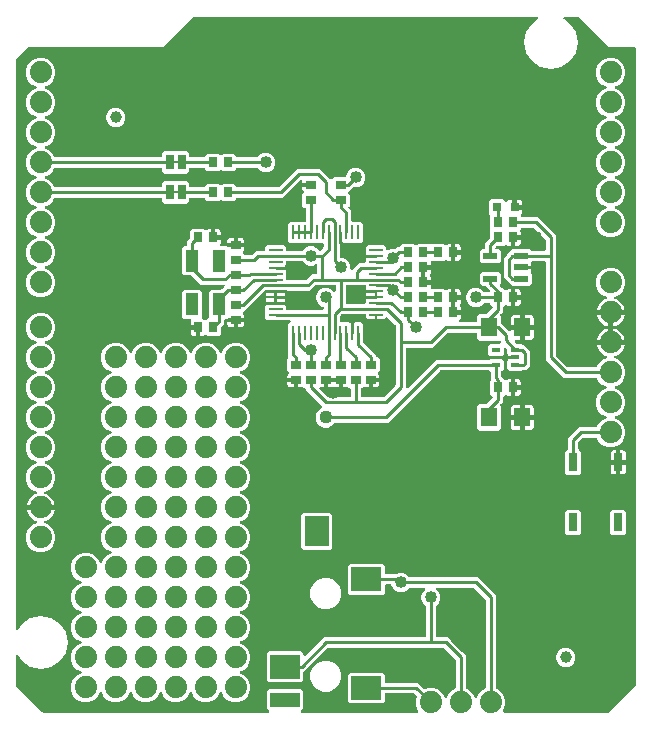
<source format=gbr>
G04 EAGLE Gerber RS-274X export*
G75*
%MOMM*%
%FSLAX34Y34*%
%LPD*%
%INTop Copper*%
%IPPOS*%
%AMOC8*
5,1,8,0,0,1.08239X$1,22.5*%
G01*
%ADD10R,1.200000X0.550000*%
%ADD11R,0.700000X0.900000*%
%ADD12R,1.400000X1.600000*%
%ADD13R,0.800000X0.800000*%
%ADD14R,0.254000X1.143000*%
%ADD15R,1.143000X0.254000*%
%ADD16R,1.100000X1.900000*%
%ADD17R,0.900000X0.700000*%
%ADD18R,0.750000X0.400000*%
%ADD19C,1.000000*%
%ADD20C,1.879600*%
%ADD21R,0.762000X1.524000*%
%ADD22C,0.203200*%
%ADD23R,0.635000X1.270000*%
%ADD24R,2.500000X2.000000*%
%ADD25R,2.000000X2.500000*%
%ADD26R,2.500000X1.200000*%
%ADD27C,0.254000*%
%ADD28C,1.016000*%
%ADD29C,1.108000*%

G36*
X217902Y4069D02*
X217902Y4069D01*
X217931Y4066D01*
X218042Y4089D01*
X218154Y4105D01*
X218181Y4117D01*
X218210Y4122D01*
X218310Y4175D01*
X218414Y4221D01*
X218436Y4240D01*
X218462Y4253D01*
X218544Y4331D01*
X218631Y4404D01*
X218647Y4429D01*
X218668Y4449D01*
X218725Y4547D01*
X218788Y4641D01*
X218797Y4669D01*
X218812Y4694D01*
X218840Y4804D01*
X218874Y4912D01*
X218875Y4942D01*
X218882Y4970D01*
X218878Y5083D01*
X218881Y5196D01*
X218874Y5225D01*
X218873Y5254D01*
X218838Y5362D01*
X218809Y5471D01*
X218794Y5497D01*
X218785Y5525D01*
X218740Y5588D01*
X218664Y5716D01*
X218619Y5759D01*
X218591Y5798D01*
X216651Y7737D01*
X216651Y22263D01*
X218437Y24049D01*
X245963Y24049D01*
X247749Y22263D01*
X247749Y7737D01*
X245809Y5798D01*
X245792Y5774D01*
X245769Y5755D01*
X245707Y5661D01*
X245639Y5571D01*
X245628Y5543D01*
X245612Y5519D01*
X245578Y5411D01*
X245537Y5305D01*
X245535Y5276D01*
X245526Y5248D01*
X245523Y5134D01*
X245514Y5022D01*
X245519Y4993D01*
X245519Y4964D01*
X245547Y4854D01*
X245570Y4743D01*
X245583Y4717D01*
X245591Y4689D01*
X245648Y4591D01*
X245701Y4491D01*
X245721Y4469D01*
X245736Y4444D01*
X245818Y4367D01*
X245896Y4285D01*
X245922Y4270D01*
X245943Y4250D01*
X246044Y4198D01*
X246142Y4141D01*
X246170Y4134D01*
X246196Y4120D01*
X246274Y4107D01*
X246417Y4071D01*
X246480Y4073D01*
X246527Y4065D01*
X344185Y4065D01*
X344299Y4081D01*
X344413Y4091D01*
X344439Y4101D01*
X344467Y4105D01*
X344572Y4152D01*
X344679Y4193D01*
X344701Y4209D01*
X344726Y4221D01*
X344814Y4295D01*
X344905Y4364D01*
X344922Y4387D01*
X344943Y4404D01*
X345007Y4500D01*
X345075Y4592D01*
X345085Y4618D01*
X345101Y4641D01*
X345135Y4751D01*
X345176Y4858D01*
X345178Y4886D01*
X345186Y4912D01*
X345189Y5027D01*
X345199Y5141D01*
X345193Y5166D01*
X345194Y5196D01*
X345127Y5453D01*
X345123Y5469D01*
X343153Y10224D01*
X343153Y15176D01*
X344025Y17281D01*
X344026Y17282D01*
X344026Y17284D01*
X344060Y17417D01*
X344096Y17556D01*
X344096Y17558D01*
X344096Y17559D01*
X344092Y17700D01*
X344088Y17840D01*
X344088Y17842D01*
X344087Y17843D01*
X344044Y17978D01*
X344001Y18111D01*
X344000Y18112D01*
X344000Y18114D01*
X343991Y18126D01*
X343843Y18347D01*
X343820Y18367D01*
X343805Y18387D01*
X341808Y20384D01*
X341739Y20436D01*
X341675Y20496D01*
X341625Y20522D01*
X341581Y20555D01*
X341500Y20586D01*
X341422Y20626D01*
X341374Y20634D01*
X341316Y20656D01*
X341168Y20668D01*
X341091Y20681D01*
X317764Y20681D01*
X317706Y20673D01*
X317648Y20675D01*
X317566Y20653D01*
X317482Y20641D01*
X317429Y20618D01*
X317373Y20603D01*
X317300Y20560D01*
X317223Y20525D01*
X317178Y20487D01*
X317128Y20458D01*
X317070Y20396D01*
X317006Y20342D01*
X316974Y20293D01*
X316934Y20250D01*
X316895Y20175D01*
X316848Y20105D01*
X316831Y20049D01*
X316804Y19997D01*
X316793Y19929D01*
X316763Y19834D01*
X316760Y19734D01*
X316749Y19666D01*
X316749Y13737D01*
X314963Y11951D01*
X287437Y11951D01*
X285651Y13737D01*
X285651Y36263D01*
X287437Y38049D01*
X314963Y38049D01*
X316749Y36263D01*
X316749Y30334D01*
X316757Y30276D01*
X316755Y30218D01*
X316777Y30136D01*
X316789Y30052D01*
X316812Y29999D01*
X316827Y29943D01*
X316870Y29870D01*
X316905Y29793D01*
X316943Y29748D01*
X316972Y29698D01*
X317034Y29640D01*
X317088Y29576D01*
X317137Y29544D01*
X317180Y29504D01*
X317255Y29465D01*
X317325Y29418D01*
X317381Y29401D01*
X317433Y29374D01*
X317501Y29363D01*
X317596Y29333D01*
X317696Y29330D01*
X317764Y29319D01*
X345089Y29319D01*
X349913Y24495D01*
X349914Y24494D01*
X349915Y24493D01*
X350025Y24410D01*
X350140Y24324D01*
X350141Y24323D01*
X350143Y24322D01*
X350275Y24273D01*
X350406Y24223D01*
X350407Y24223D01*
X350409Y24222D01*
X350553Y24210D01*
X350689Y24199D01*
X350690Y24199D01*
X350692Y24199D01*
X350708Y24203D01*
X350968Y24255D01*
X350995Y24269D01*
X351019Y24275D01*
X353124Y25147D01*
X358076Y25147D01*
X362651Y23252D01*
X366152Y19751D01*
X367362Y16829D01*
X367377Y16804D01*
X367386Y16776D01*
X367449Y16681D01*
X367507Y16584D01*
X367528Y16564D01*
X367544Y16539D01*
X367631Y16467D01*
X367713Y16389D01*
X367739Y16375D01*
X367762Y16357D01*
X367865Y16311D01*
X367966Y16259D01*
X367995Y16253D01*
X368022Y16241D01*
X368134Y16225D01*
X368245Y16204D01*
X368274Y16206D01*
X368303Y16202D01*
X368415Y16218D01*
X368528Y16228D01*
X368555Y16239D01*
X368584Y16243D01*
X368688Y16289D01*
X368793Y16330D01*
X368817Y16348D01*
X368844Y16360D01*
X368930Y16433D01*
X369020Y16502D01*
X369038Y16525D01*
X369060Y16544D01*
X369102Y16611D01*
X369190Y16729D01*
X369212Y16788D01*
X369238Y16829D01*
X370448Y19751D01*
X373949Y23252D01*
X376055Y24124D01*
X376056Y24125D01*
X376057Y24125D01*
X376176Y24195D01*
X376299Y24268D01*
X376300Y24269D01*
X376302Y24270D01*
X376399Y24374D01*
X376495Y24475D01*
X376495Y24476D01*
X376496Y24478D01*
X376561Y24603D01*
X376625Y24728D01*
X376625Y24729D01*
X376626Y24731D01*
X376628Y24746D01*
X376680Y25007D01*
X376677Y25037D01*
X376681Y25062D01*
X376681Y48591D01*
X376669Y48677D01*
X376666Y48765D01*
X376649Y48817D01*
X376641Y48872D01*
X376606Y48952D01*
X376579Y49035D01*
X376551Y49074D01*
X376525Y49132D01*
X376429Y49245D01*
X376384Y49308D01*
X366808Y58884D01*
X366739Y58936D01*
X366675Y58996D01*
X366625Y59022D01*
X366581Y59055D01*
X366500Y59086D01*
X366422Y59126D01*
X366374Y59134D01*
X366316Y59156D01*
X366168Y59168D01*
X366091Y59181D01*
X268909Y59181D01*
X268823Y59169D01*
X268735Y59166D01*
X268683Y59149D01*
X268628Y59141D01*
X268548Y59106D01*
X268465Y59079D01*
X268426Y59051D01*
X268369Y59025D01*
X268255Y58929D01*
X268192Y58884D01*
X248046Y38738D01*
X247994Y38669D01*
X247934Y38605D01*
X247908Y38555D01*
X247875Y38511D01*
X247844Y38430D01*
X247804Y38352D01*
X247796Y38304D01*
X247774Y38246D01*
X247762Y38098D01*
X247749Y38021D01*
X247749Y31737D01*
X245963Y29951D01*
X218437Y29951D01*
X216651Y31737D01*
X216651Y54263D01*
X218437Y56049D01*
X245963Y56049D01*
X247749Y54263D01*
X247749Y53107D01*
X247753Y53078D01*
X247750Y53049D01*
X247773Y52938D01*
X247789Y52826D01*
X247801Y52799D01*
X247806Y52770D01*
X247858Y52670D01*
X247905Y52566D01*
X247924Y52544D01*
X247937Y52518D01*
X248015Y52436D01*
X248088Y52349D01*
X248113Y52333D01*
X248133Y52312D01*
X248231Y52255D01*
X248325Y52192D01*
X248353Y52183D01*
X248378Y52168D01*
X248488Y52140D01*
X248596Y52106D01*
X248626Y52105D01*
X248654Y52098D01*
X248767Y52102D01*
X248880Y52099D01*
X248909Y52106D01*
X248938Y52107D01*
X249046Y52142D01*
X249155Y52171D01*
X249181Y52186D01*
X249209Y52195D01*
X249272Y52240D01*
X249400Y52316D01*
X249443Y52361D01*
X249482Y52389D01*
X262084Y64992D01*
X264911Y67819D01*
X350266Y67819D01*
X350324Y67827D01*
X350382Y67825D01*
X350464Y67847D01*
X350548Y67859D01*
X350601Y67882D01*
X350657Y67897D01*
X350730Y67940D01*
X350807Y67975D01*
X350852Y68013D01*
X350902Y68042D01*
X350960Y68104D01*
X351024Y68158D01*
X351056Y68207D01*
X351096Y68250D01*
X351135Y68325D01*
X351182Y68395D01*
X351199Y68451D01*
X351226Y68503D01*
X351237Y68571D01*
X351267Y68666D01*
X351270Y68766D01*
X351281Y68834D01*
X351281Y94002D01*
X351269Y94089D01*
X351266Y94177D01*
X351249Y94229D01*
X351241Y94284D01*
X351206Y94364D01*
X351179Y94447D01*
X351151Y94486D01*
X351125Y94543D01*
X351029Y94657D01*
X350984Y94720D01*
X348709Y96995D01*
X347471Y99983D01*
X347471Y103217D01*
X348709Y106205D01*
X350752Y108248D01*
X350770Y108272D01*
X350792Y108291D01*
X350855Y108385D01*
X350923Y108475D01*
X350934Y108503D01*
X350950Y108527D01*
X350984Y108635D01*
X351024Y108741D01*
X351027Y108770D01*
X351036Y108798D01*
X351039Y108912D01*
X351048Y109024D01*
X351042Y109053D01*
X351043Y109082D01*
X351014Y109192D01*
X350992Y109303D01*
X350979Y109329D01*
X350971Y109357D01*
X350913Y109455D01*
X350861Y109555D01*
X350841Y109577D01*
X350826Y109602D01*
X350743Y109679D01*
X350665Y109761D01*
X350640Y109776D01*
X350619Y109796D01*
X350518Y109848D01*
X350420Y109905D01*
X350392Y109912D01*
X350366Y109926D01*
X350288Y109939D01*
X350145Y109975D01*
X350082Y109973D01*
X350034Y109981D01*
X337798Y109981D01*
X337711Y109969D01*
X337624Y109966D01*
X337571Y109949D01*
X337516Y109941D01*
X337436Y109906D01*
X337353Y109879D01*
X337314Y109851D01*
X337257Y109825D01*
X337143Y109729D01*
X337080Y109684D01*
X334805Y107409D01*
X331817Y106171D01*
X328583Y106171D01*
X325595Y107409D01*
X323309Y109695D01*
X322332Y112055D01*
X322331Y112056D01*
X322330Y112057D01*
X322259Y112178D01*
X322187Y112299D01*
X322186Y112300D01*
X322185Y112302D01*
X322081Y112399D01*
X321980Y112495D01*
X321979Y112495D01*
X321978Y112496D01*
X321852Y112561D01*
X321728Y112625D01*
X321726Y112625D01*
X321725Y112626D01*
X321710Y112628D01*
X321449Y112680D01*
X321418Y112677D01*
X321394Y112681D01*
X317764Y112681D01*
X317706Y112673D01*
X317648Y112675D01*
X317566Y112653D01*
X317482Y112641D01*
X317429Y112618D01*
X317373Y112603D01*
X317300Y112560D01*
X317223Y112525D01*
X317178Y112487D01*
X317128Y112458D01*
X317070Y112396D01*
X317006Y112342D01*
X316974Y112293D01*
X316934Y112250D01*
X316895Y112175D01*
X316848Y112105D01*
X316831Y112049D01*
X316804Y111997D01*
X316793Y111929D01*
X316763Y111834D01*
X316760Y111734D01*
X316749Y111666D01*
X316749Y105737D01*
X314963Y103951D01*
X287437Y103951D01*
X285651Y105737D01*
X285651Y128263D01*
X287437Y130049D01*
X314963Y130049D01*
X316749Y128263D01*
X316749Y122334D01*
X316757Y122276D01*
X316755Y122218D01*
X316777Y122136D01*
X316789Y122052D01*
X316812Y121999D01*
X316827Y121943D01*
X316870Y121870D01*
X316905Y121793D01*
X316943Y121748D01*
X316972Y121698D01*
X317034Y121640D01*
X317088Y121576D01*
X317137Y121544D01*
X317180Y121504D01*
X317255Y121465D01*
X317325Y121418D01*
X317381Y121401D01*
X317433Y121374D01*
X317501Y121363D01*
X317596Y121333D01*
X317696Y121330D01*
X317764Y121319D01*
X325701Y121319D01*
X325732Y121323D01*
X325763Y121321D01*
X325839Y121338D01*
X325983Y121359D01*
X326042Y121385D01*
X326090Y121396D01*
X328583Y122429D01*
X331817Y122429D01*
X334805Y121191D01*
X337080Y118916D01*
X337149Y118864D01*
X337213Y118804D01*
X337263Y118778D01*
X337307Y118745D01*
X337389Y118714D01*
X337467Y118674D01*
X337514Y118666D01*
X337573Y118644D01*
X337720Y118632D01*
X337798Y118619D01*
X395489Y118619D01*
X410719Y103389D01*
X410719Y25062D01*
X410719Y25060D01*
X410719Y25059D01*
X410739Y24919D01*
X410759Y24780D01*
X410759Y24779D01*
X410759Y24777D01*
X410816Y24651D01*
X410875Y24521D01*
X410876Y24520D01*
X410877Y24518D01*
X410969Y24410D01*
X411058Y24304D01*
X411060Y24303D01*
X411061Y24302D01*
X411074Y24294D01*
X411295Y24146D01*
X411324Y24137D01*
X411345Y24124D01*
X413451Y23252D01*
X416952Y19751D01*
X418847Y15176D01*
X418847Y10224D01*
X416877Y5469D01*
X416848Y5357D01*
X416814Y5248D01*
X416813Y5220D01*
X416806Y5193D01*
X416809Y5079D01*
X416806Y4964D01*
X416813Y4937D01*
X416814Y4909D01*
X416849Y4800D01*
X416878Y4689D01*
X416892Y4665D01*
X416901Y4638D01*
X416965Y4543D01*
X417023Y4444D01*
X417044Y4425D01*
X417059Y4402D01*
X417147Y4328D01*
X417231Y4250D01*
X417255Y4237D01*
X417277Y4219D01*
X417381Y4173D01*
X417484Y4120D01*
X417508Y4116D01*
X417536Y4104D01*
X417800Y4067D01*
X417815Y4065D01*
X505896Y4065D01*
X505982Y4077D01*
X506070Y4080D01*
X506122Y4097D01*
X506177Y4105D01*
X506257Y4140D01*
X506340Y4167D01*
X506380Y4195D01*
X506437Y4221D01*
X506550Y4317D01*
X506614Y4362D01*
X529038Y26786D01*
X529090Y26856D01*
X529150Y26920D01*
X529176Y26969D01*
X529209Y27014D01*
X529240Y27095D01*
X529280Y27173D01*
X529288Y27221D01*
X529310Y27279D01*
X529322Y27427D01*
X529335Y27504D01*
X529335Y566420D01*
X529327Y566478D01*
X529329Y566536D01*
X529307Y566618D01*
X529295Y566702D01*
X529272Y566755D01*
X529257Y566811D01*
X529214Y566884D01*
X529179Y566961D01*
X529141Y567006D01*
X529112Y567056D01*
X529050Y567114D01*
X528996Y567178D01*
X528947Y567210D01*
X528904Y567250D01*
X528829Y567289D01*
X528759Y567336D01*
X528703Y567353D01*
X528651Y567380D01*
X528583Y567391D01*
X528488Y567421D01*
X528388Y567424D01*
X528320Y567435D01*
X506316Y567435D01*
X481214Y592538D01*
X481144Y592590D01*
X481080Y592650D01*
X481031Y592676D01*
X480986Y592709D01*
X480905Y592740D01*
X480827Y592780D01*
X480779Y592788D01*
X480721Y592810D01*
X480573Y592822D01*
X480496Y592835D01*
X468715Y592835D01*
X468587Y592817D01*
X468460Y592803D01*
X468447Y592797D01*
X468433Y592795D01*
X468316Y592743D01*
X468197Y592694D01*
X468186Y592685D01*
X468174Y592679D01*
X468076Y592596D01*
X467975Y592516D01*
X467967Y592504D01*
X467957Y592496D01*
X467885Y592389D01*
X467811Y592284D01*
X467807Y592271D01*
X467799Y592259D01*
X467760Y592136D01*
X467718Y592015D01*
X467718Y592001D01*
X467713Y591988D01*
X467710Y591859D01*
X467703Y591731D01*
X467706Y591718D01*
X467706Y591704D01*
X467738Y591580D01*
X467768Y591454D01*
X467774Y591442D01*
X467778Y591429D01*
X467843Y591318D01*
X467906Y591206D01*
X467915Y591197D01*
X467923Y591184D01*
X468130Y590990D01*
X468142Y590984D01*
X468151Y590976D01*
X473261Y587561D01*
X478185Y580192D01*
X479914Y571500D01*
X478185Y562808D01*
X473261Y555439D01*
X465892Y550515D01*
X457200Y548786D01*
X448508Y550515D01*
X441139Y555439D01*
X436215Y562808D01*
X434486Y571500D01*
X436215Y580192D01*
X441139Y587561D01*
X446249Y590976D01*
X446345Y591061D01*
X446443Y591145D01*
X446451Y591156D01*
X446461Y591165D01*
X446529Y591274D01*
X446601Y591381D01*
X446605Y591394D01*
X446612Y591406D01*
X446648Y591529D01*
X446687Y591652D01*
X446687Y591666D01*
X446691Y591679D01*
X446691Y591808D01*
X446694Y591936D01*
X446690Y591950D01*
X446690Y591964D01*
X446655Y592087D01*
X446622Y592211D01*
X446615Y592223D01*
X446611Y592237D01*
X446543Y592345D01*
X446477Y592456D01*
X446467Y592465D01*
X446459Y592477D01*
X446364Y592562D01*
X446270Y592650D01*
X446257Y592657D01*
X446247Y592666D01*
X446131Y592721D01*
X446016Y592780D01*
X446004Y592782D01*
X445990Y592788D01*
X445710Y592835D01*
X445696Y592833D01*
X445685Y592835D01*
X154504Y592835D01*
X154418Y592823D01*
X154330Y592820D01*
X154277Y592803D01*
X154223Y592795D01*
X154143Y592760D01*
X154060Y592733D01*
X154020Y592705D01*
X153963Y592679D01*
X153850Y592583D01*
X153786Y592538D01*
X128684Y567435D01*
X14804Y567435D01*
X14718Y567423D01*
X14630Y567420D01*
X14577Y567403D01*
X14523Y567395D01*
X14443Y567360D01*
X14360Y567333D01*
X14320Y567305D01*
X14263Y567279D01*
X14150Y567183D01*
X14086Y567138D01*
X4362Y557414D01*
X4310Y557344D01*
X4250Y557280D01*
X4224Y557231D01*
X4191Y557187D01*
X4160Y557105D01*
X4120Y557027D01*
X4112Y556979D01*
X4090Y556921D01*
X4078Y556773D01*
X4065Y556696D01*
X4065Y75015D01*
X4083Y74887D01*
X4097Y74760D01*
X4103Y74747D01*
X4105Y74733D01*
X4157Y74616D01*
X4206Y74497D01*
X4215Y74486D01*
X4221Y74474D01*
X4304Y74376D01*
X4384Y74275D01*
X4396Y74267D01*
X4404Y74257D01*
X4511Y74185D01*
X4616Y74111D01*
X4629Y74107D01*
X4641Y74099D01*
X4764Y74060D01*
X4885Y74018D01*
X4899Y74018D01*
X4912Y74013D01*
X5041Y74010D01*
X5169Y74003D01*
X5182Y74006D01*
X5196Y74006D01*
X5320Y74038D01*
X5446Y74068D01*
X5458Y74074D01*
X5471Y74078D01*
X5581Y74143D01*
X5694Y74206D01*
X5703Y74215D01*
X5716Y74223D01*
X5910Y74430D01*
X5916Y74442D01*
X5924Y74451D01*
X9339Y79561D01*
X16708Y84485D01*
X25400Y86214D01*
X34092Y84485D01*
X41461Y79561D01*
X46385Y72192D01*
X48114Y63500D01*
X46385Y54808D01*
X41461Y47439D01*
X34092Y42515D01*
X25400Y40786D01*
X16708Y42515D01*
X9339Y47439D01*
X5924Y52549D01*
X5839Y52645D01*
X5755Y52743D01*
X5744Y52751D01*
X5735Y52761D01*
X5626Y52829D01*
X5519Y52901D01*
X5506Y52905D01*
X5494Y52912D01*
X5371Y52948D01*
X5248Y52987D01*
X5234Y52987D01*
X5221Y52991D01*
X5092Y52991D01*
X4964Y52994D01*
X4950Y52990D01*
X4936Y52990D01*
X4813Y52955D01*
X4689Y52922D01*
X4677Y52915D01*
X4663Y52911D01*
X4555Y52843D01*
X4444Y52777D01*
X4435Y52767D01*
X4423Y52759D01*
X4338Y52664D01*
X4250Y52570D01*
X4243Y52557D01*
X4234Y52547D01*
X4179Y52431D01*
X4120Y52316D01*
X4118Y52304D01*
X4112Y52290D01*
X4065Y52010D01*
X4067Y51996D01*
X4065Y51985D01*
X4065Y27504D01*
X4077Y27418D01*
X4080Y27330D01*
X4097Y27278D01*
X4105Y27223D01*
X4140Y27143D01*
X4167Y27060D01*
X4195Y27020D01*
X4221Y26963D01*
X4317Y26850D01*
X4362Y26786D01*
X26786Y4362D01*
X26856Y4310D01*
X26920Y4250D01*
X26969Y4224D01*
X27014Y4191D01*
X27095Y4160D01*
X27173Y4120D01*
X27221Y4112D01*
X27279Y4090D01*
X27427Y4078D01*
X27504Y4065D01*
X217873Y4065D01*
X217902Y4069D01*
G37*
%LPC*%
G36*
X61024Y12953D02*
X61024Y12953D01*
X56449Y14848D01*
X52948Y18349D01*
X51053Y22924D01*
X51053Y27876D01*
X52948Y32451D01*
X56449Y35952D01*
X59371Y37162D01*
X59396Y37177D01*
X59424Y37186D01*
X59519Y37249D01*
X59616Y37307D01*
X59636Y37328D01*
X59661Y37344D01*
X59733Y37431D01*
X59811Y37513D01*
X59825Y37539D01*
X59843Y37562D01*
X59889Y37665D01*
X59941Y37766D01*
X59947Y37795D01*
X59959Y37822D01*
X59975Y37934D01*
X59996Y38045D01*
X59994Y38074D01*
X59998Y38103D01*
X59982Y38215D01*
X59972Y38328D01*
X59961Y38355D01*
X59957Y38384D01*
X59911Y38488D01*
X59870Y38593D01*
X59852Y38617D01*
X59840Y38644D01*
X59767Y38730D01*
X59698Y38820D01*
X59675Y38838D01*
X59656Y38860D01*
X59589Y38902D01*
X59471Y38990D01*
X59412Y39012D01*
X59371Y39038D01*
X56449Y40248D01*
X52948Y43749D01*
X51053Y48324D01*
X51053Y53276D01*
X52948Y57851D01*
X56449Y61352D01*
X59371Y62562D01*
X59396Y62577D01*
X59424Y62586D01*
X59519Y62649D01*
X59616Y62707D01*
X59636Y62728D01*
X59661Y62744D01*
X59734Y62831D01*
X59811Y62913D01*
X59825Y62939D01*
X59844Y62962D01*
X59890Y63065D01*
X59941Y63166D01*
X59947Y63195D01*
X59959Y63222D01*
X59975Y63334D01*
X59996Y63445D01*
X59994Y63474D01*
X59998Y63503D01*
X59982Y63615D01*
X59972Y63728D01*
X59961Y63755D01*
X59957Y63785D01*
X59911Y63888D01*
X59870Y63993D01*
X59852Y64017D01*
X59840Y64044D01*
X59767Y64130D01*
X59698Y64220D01*
X59675Y64238D01*
X59656Y64260D01*
X59589Y64302D01*
X59471Y64390D01*
X59412Y64412D01*
X59371Y64438D01*
X56449Y65648D01*
X52948Y69149D01*
X51053Y73724D01*
X51053Y78676D01*
X52948Y83251D01*
X56449Y86752D01*
X59371Y87962D01*
X59396Y87977D01*
X59424Y87986D01*
X59519Y88049D01*
X59616Y88107D01*
X59636Y88128D01*
X59661Y88144D01*
X59734Y88231D01*
X59811Y88313D01*
X59825Y88339D01*
X59844Y88362D01*
X59890Y88465D01*
X59941Y88566D01*
X59947Y88595D01*
X59959Y88622D01*
X59975Y88734D01*
X59996Y88845D01*
X59994Y88874D01*
X59998Y88903D01*
X59982Y89015D01*
X59972Y89128D01*
X59961Y89155D01*
X59957Y89185D01*
X59911Y89288D01*
X59870Y89393D01*
X59852Y89417D01*
X59840Y89444D01*
X59767Y89530D01*
X59698Y89620D01*
X59675Y89638D01*
X59656Y89660D01*
X59589Y89702D01*
X59471Y89790D01*
X59412Y89812D01*
X59371Y89838D01*
X56449Y91048D01*
X52948Y94549D01*
X51053Y99124D01*
X51053Y104076D01*
X52948Y108651D01*
X56449Y112152D01*
X59371Y113362D01*
X59396Y113377D01*
X59424Y113386D01*
X59519Y113449D01*
X59616Y113507D01*
X59636Y113528D01*
X59661Y113544D01*
X59734Y113631D01*
X59811Y113713D01*
X59825Y113739D01*
X59844Y113762D01*
X59890Y113865D01*
X59941Y113966D01*
X59947Y113995D01*
X59959Y114022D01*
X59975Y114134D01*
X59996Y114245D01*
X59994Y114274D01*
X59998Y114303D01*
X59982Y114415D01*
X59972Y114528D01*
X59961Y114555D01*
X59957Y114585D01*
X59911Y114688D01*
X59870Y114793D01*
X59852Y114817D01*
X59840Y114844D01*
X59767Y114930D01*
X59698Y115020D01*
X59675Y115038D01*
X59656Y115060D01*
X59589Y115102D01*
X59471Y115190D01*
X59412Y115212D01*
X59371Y115238D01*
X56449Y116448D01*
X52948Y119949D01*
X51053Y124524D01*
X51053Y129476D01*
X52948Y134051D01*
X56449Y137552D01*
X61024Y139447D01*
X65976Y139447D01*
X70551Y137552D01*
X74052Y134051D01*
X75262Y131129D01*
X75277Y131104D01*
X75286Y131076D01*
X75349Y130981D01*
X75407Y130884D01*
X75428Y130864D01*
X75444Y130839D01*
X75531Y130766D01*
X75613Y130689D01*
X75639Y130675D01*
X75662Y130656D01*
X75765Y130610D01*
X75866Y130559D01*
X75895Y130553D01*
X75922Y130541D01*
X76034Y130525D01*
X76145Y130504D01*
X76174Y130506D01*
X76203Y130502D01*
X76315Y130518D01*
X76428Y130528D01*
X76455Y130539D01*
X76485Y130543D01*
X76588Y130589D01*
X76693Y130630D01*
X76717Y130648D01*
X76744Y130660D01*
X76830Y130733D01*
X76920Y130802D01*
X76938Y130825D01*
X76960Y130844D01*
X77002Y130911D01*
X77090Y131029D01*
X77112Y131088D01*
X77138Y131129D01*
X78348Y134051D01*
X81849Y137552D01*
X84771Y138762D01*
X84796Y138777D01*
X84824Y138786D01*
X84919Y138849D01*
X85016Y138907D01*
X85036Y138928D01*
X85061Y138944D01*
X85134Y139031D01*
X85211Y139113D01*
X85225Y139139D01*
X85244Y139162D01*
X85290Y139265D01*
X85341Y139366D01*
X85347Y139395D01*
X85359Y139422D01*
X85375Y139534D01*
X85396Y139645D01*
X85394Y139674D01*
X85398Y139703D01*
X85382Y139815D01*
X85372Y139928D01*
X85361Y139955D01*
X85357Y139985D01*
X85311Y140088D01*
X85270Y140193D01*
X85252Y140217D01*
X85240Y140244D01*
X85167Y140330D01*
X85098Y140420D01*
X85075Y140438D01*
X85056Y140460D01*
X84989Y140502D01*
X84871Y140590D01*
X84812Y140612D01*
X84771Y140638D01*
X81849Y141848D01*
X78348Y145349D01*
X76453Y149924D01*
X76453Y154876D01*
X78348Y159451D01*
X81849Y162952D01*
X84771Y164162D01*
X84796Y164177D01*
X84824Y164186D01*
X84919Y164249D01*
X85016Y164307D01*
X85036Y164328D01*
X85061Y164344D01*
X85133Y164431D01*
X85211Y164513D01*
X85225Y164539D01*
X85243Y164562D01*
X85289Y164665D01*
X85341Y164766D01*
X85347Y164795D01*
X85359Y164822D01*
X85375Y164934D01*
X85396Y165045D01*
X85394Y165074D01*
X85398Y165103D01*
X85382Y165215D01*
X85372Y165328D01*
X85361Y165355D01*
X85357Y165384D01*
X85311Y165488D01*
X85270Y165593D01*
X85252Y165617D01*
X85240Y165644D01*
X85167Y165730D01*
X85098Y165820D01*
X85075Y165838D01*
X85056Y165860D01*
X84989Y165902D01*
X84871Y165990D01*
X84812Y166012D01*
X84771Y166038D01*
X81849Y167248D01*
X78348Y170749D01*
X76453Y175324D01*
X76453Y180276D01*
X78348Y184851D01*
X81849Y188352D01*
X84771Y189562D01*
X84796Y189577D01*
X84824Y189586D01*
X84919Y189649D01*
X85016Y189707D01*
X85036Y189728D01*
X85061Y189744D01*
X85134Y189831D01*
X85211Y189913D01*
X85225Y189939D01*
X85244Y189962D01*
X85290Y190065D01*
X85341Y190166D01*
X85347Y190195D01*
X85359Y190222D01*
X85375Y190334D01*
X85396Y190445D01*
X85394Y190474D01*
X85398Y190503D01*
X85382Y190615D01*
X85372Y190728D01*
X85361Y190755D01*
X85357Y190785D01*
X85311Y190888D01*
X85270Y190993D01*
X85252Y191017D01*
X85240Y191044D01*
X85167Y191130D01*
X85098Y191220D01*
X85075Y191238D01*
X85056Y191260D01*
X84989Y191302D01*
X84871Y191390D01*
X84812Y191412D01*
X84771Y191438D01*
X81849Y192648D01*
X78348Y196149D01*
X76453Y200724D01*
X76453Y205676D01*
X78348Y210251D01*
X81849Y213752D01*
X84771Y214962D01*
X84796Y214977D01*
X84824Y214986D01*
X84919Y215049D01*
X85016Y215107D01*
X85036Y215128D01*
X85061Y215144D01*
X85134Y215231D01*
X85211Y215313D01*
X85225Y215339D01*
X85244Y215362D01*
X85290Y215465D01*
X85341Y215566D01*
X85347Y215595D01*
X85359Y215622D01*
X85375Y215734D01*
X85396Y215845D01*
X85394Y215874D01*
X85398Y215903D01*
X85382Y216015D01*
X85372Y216128D01*
X85361Y216155D01*
X85357Y216185D01*
X85311Y216288D01*
X85270Y216393D01*
X85252Y216417D01*
X85240Y216444D01*
X85167Y216530D01*
X85098Y216620D01*
X85075Y216638D01*
X85056Y216660D01*
X84989Y216702D01*
X84871Y216790D01*
X84812Y216812D01*
X84771Y216838D01*
X81849Y218048D01*
X78348Y221549D01*
X76453Y226124D01*
X76453Y231076D01*
X78348Y235651D01*
X81849Y239152D01*
X84771Y240362D01*
X84796Y240377D01*
X84824Y240386D01*
X84919Y240449D01*
X85016Y240507D01*
X85036Y240528D01*
X85061Y240544D01*
X85134Y240631D01*
X85211Y240713D01*
X85225Y240739D01*
X85244Y240762D01*
X85290Y240865D01*
X85341Y240966D01*
X85347Y240995D01*
X85359Y241022D01*
X85375Y241134D01*
X85396Y241245D01*
X85394Y241274D01*
X85398Y241303D01*
X85382Y241415D01*
X85372Y241528D01*
X85361Y241555D01*
X85357Y241585D01*
X85311Y241688D01*
X85270Y241793D01*
X85252Y241817D01*
X85240Y241844D01*
X85167Y241930D01*
X85098Y242020D01*
X85075Y242038D01*
X85056Y242060D01*
X84989Y242102D01*
X84871Y242190D01*
X84812Y242212D01*
X84771Y242238D01*
X81849Y243448D01*
X78348Y246949D01*
X76453Y251524D01*
X76453Y256476D01*
X78348Y261051D01*
X81849Y264552D01*
X84771Y265762D01*
X84796Y265777D01*
X84824Y265786D01*
X84919Y265849D01*
X85016Y265907D01*
X85036Y265928D01*
X85061Y265944D01*
X85134Y266031D01*
X85211Y266113D01*
X85225Y266139D01*
X85244Y266162D01*
X85290Y266265D01*
X85341Y266366D01*
X85347Y266395D01*
X85359Y266422D01*
X85375Y266534D01*
X85396Y266645D01*
X85394Y266674D01*
X85398Y266703D01*
X85382Y266815D01*
X85372Y266928D01*
X85361Y266955D01*
X85357Y266984D01*
X85311Y267088D01*
X85270Y267193D01*
X85252Y267217D01*
X85240Y267244D01*
X85167Y267330D01*
X85098Y267420D01*
X85075Y267438D01*
X85056Y267460D01*
X84989Y267502D01*
X84871Y267590D01*
X84812Y267612D01*
X84771Y267638D01*
X81849Y268848D01*
X78348Y272349D01*
X76453Y276924D01*
X76453Y281876D01*
X78348Y286451D01*
X81849Y289952D01*
X84771Y291162D01*
X84796Y291177D01*
X84824Y291186D01*
X84919Y291249D01*
X85016Y291307D01*
X85036Y291328D01*
X85061Y291344D01*
X85134Y291431D01*
X85211Y291513D01*
X85225Y291539D01*
X85244Y291562D01*
X85290Y291665D01*
X85341Y291766D01*
X85347Y291795D01*
X85359Y291822D01*
X85375Y291934D01*
X85396Y292045D01*
X85394Y292074D01*
X85398Y292103D01*
X85382Y292215D01*
X85372Y292328D01*
X85361Y292355D01*
X85357Y292384D01*
X85311Y292488D01*
X85270Y292593D01*
X85252Y292617D01*
X85240Y292644D01*
X85167Y292730D01*
X85098Y292820D01*
X85075Y292838D01*
X85056Y292860D01*
X84989Y292902D01*
X84871Y292990D01*
X84812Y293012D01*
X84771Y293038D01*
X81849Y294248D01*
X78348Y297749D01*
X76453Y302324D01*
X76453Y307276D01*
X78348Y311851D01*
X81849Y315352D01*
X86424Y317247D01*
X91376Y317247D01*
X95951Y315352D01*
X99452Y311851D01*
X100662Y308929D01*
X100677Y308904D01*
X100686Y308876D01*
X100749Y308781D01*
X100807Y308684D01*
X100828Y308664D01*
X100844Y308639D01*
X100931Y308566D01*
X101013Y308489D01*
X101039Y308475D01*
X101062Y308456D01*
X101165Y308410D01*
X101266Y308359D01*
X101295Y308353D01*
X101322Y308341D01*
X101434Y308325D01*
X101545Y308304D01*
X101574Y308306D01*
X101603Y308302D01*
X101715Y308318D01*
X101828Y308328D01*
X101855Y308339D01*
X101885Y308343D01*
X101988Y308389D01*
X102093Y308430D01*
X102117Y308448D01*
X102144Y308460D01*
X102230Y308533D01*
X102320Y308602D01*
X102338Y308625D01*
X102360Y308644D01*
X102402Y308711D01*
X102490Y308829D01*
X102512Y308888D01*
X102538Y308929D01*
X103748Y311851D01*
X107249Y315352D01*
X111824Y317247D01*
X116776Y317247D01*
X121351Y315352D01*
X124852Y311851D01*
X126062Y308929D01*
X126077Y308904D01*
X126086Y308876D01*
X126149Y308781D01*
X126207Y308684D01*
X126228Y308664D01*
X126244Y308639D01*
X126331Y308566D01*
X126413Y308489D01*
X126439Y308475D01*
X126462Y308456D01*
X126565Y308410D01*
X126666Y308359D01*
X126695Y308353D01*
X126722Y308341D01*
X126834Y308325D01*
X126945Y308304D01*
X126974Y308306D01*
X127003Y308302D01*
X127115Y308318D01*
X127228Y308328D01*
X127255Y308339D01*
X127285Y308343D01*
X127388Y308389D01*
X127493Y308430D01*
X127517Y308448D01*
X127544Y308460D01*
X127630Y308533D01*
X127720Y308602D01*
X127738Y308625D01*
X127760Y308644D01*
X127802Y308711D01*
X127890Y308829D01*
X127912Y308888D01*
X127938Y308929D01*
X129148Y311851D01*
X132649Y315352D01*
X137224Y317247D01*
X142176Y317247D01*
X146751Y315352D01*
X150252Y311851D01*
X151462Y308929D01*
X151477Y308904D01*
X151486Y308876D01*
X151549Y308781D01*
X151607Y308684D01*
X151628Y308664D01*
X151644Y308639D01*
X151731Y308566D01*
X151813Y308489D01*
X151839Y308475D01*
X151862Y308456D01*
X151965Y308410D01*
X152066Y308359D01*
X152095Y308353D01*
X152122Y308341D01*
X152234Y308325D01*
X152345Y308304D01*
X152374Y308306D01*
X152403Y308302D01*
X152515Y308318D01*
X152628Y308328D01*
X152655Y308339D01*
X152685Y308343D01*
X152788Y308389D01*
X152893Y308430D01*
X152917Y308448D01*
X152944Y308460D01*
X153030Y308533D01*
X153120Y308602D01*
X153138Y308625D01*
X153160Y308644D01*
X153202Y308711D01*
X153290Y308829D01*
X153312Y308888D01*
X153338Y308929D01*
X154548Y311851D01*
X158049Y315352D01*
X162624Y317247D01*
X167576Y317247D01*
X172151Y315352D01*
X175652Y311851D01*
X176862Y308929D01*
X176877Y308904D01*
X176886Y308876D01*
X176949Y308781D01*
X177007Y308684D01*
X177028Y308664D01*
X177044Y308639D01*
X177131Y308566D01*
X177213Y308489D01*
X177239Y308475D01*
X177262Y308456D01*
X177365Y308410D01*
X177466Y308359D01*
X177495Y308353D01*
X177522Y308341D01*
X177634Y308325D01*
X177745Y308304D01*
X177774Y308306D01*
X177803Y308302D01*
X177915Y308318D01*
X178028Y308328D01*
X178055Y308339D01*
X178085Y308343D01*
X178188Y308389D01*
X178293Y308430D01*
X178317Y308448D01*
X178344Y308460D01*
X178430Y308533D01*
X178520Y308602D01*
X178538Y308625D01*
X178560Y308644D01*
X178602Y308711D01*
X178690Y308829D01*
X178712Y308888D01*
X178738Y308929D01*
X179948Y311851D01*
X183449Y315352D01*
X188024Y317247D01*
X192976Y317247D01*
X197551Y315352D01*
X201052Y311851D01*
X202947Y307276D01*
X202947Y302324D01*
X201052Y297749D01*
X197551Y294248D01*
X194629Y293038D01*
X194604Y293023D01*
X194576Y293014D01*
X194481Y292951D01*
X194384Y292893D01*
X194364Y292872D01*
X194339Y292856D01*
X194266Y292769D01*
X194189Y292687D01*
X194175Y292661D01*
X194156Y292638D01*
X194110Y292535D01*
X194059Y292434D01*
X194053Y292405D01*
X194041Y292378D01*
X194025Y292266D01*
X194004Y292155D01*
X194006Y292126D01*
X194002Y292097D01*
X194018Y291985D01*
X194028Y291872D01*
X194039Y291845D01*
X194043Y291815D01*
X194089Y291712D01*
X194130Y291607D01*
X194148Y291583D01*
X194160Y291556D01*
X194233Y291470D01*
X194302Y291380D01*
X194325Y291362D01*
X194344Y291340D01*
X194411Y291298D01*
X194529Y291210D01*
X194588Y291188D01*
X194629Y291162D01*
X197551Y289952D01*
X201052Y286451D01*
X202947Y281876D01*
X202947Y276924D01*
X201052Y272349D01*
X197551Y268848D01*
X194629Y267638D01*
X194604Y267623D01*
X194576Y267614D01*
X194481Y267551D01*
X194384Y267493D01*
X194364Y267472D01*
X194339Y267456D01*
X194266Y267369D01*
X194189Y267287D01*
X194175Y267261D01*
X194156Y267238D01*
X194110Y267135D01*
X194059Y267034D01*
X194053Y267005D01*
X194041Y266978D01*
X194025Y266866D01*
X194004Y266755D01*
X194006Y266726D01*
X194002Y266697D01*
X194018Y266585D01*
X194028Y266472D01*
X194039Y266445D01*
X194043Y266415D01*
X194089Y266312D01*
X194130Y266207D01*
X194148Y266183D01*
X194160Y266156D01*
X194233Y266070D01*
X194302Y265980D01*
X194325Y265962D01*
X194344Y265940D01*
X194411Y265898D01*
X194529Y265810D01*
X194588Y265788D01*
X194629Y265762D01*
X197551Y264552D01*
X201052Y261051D01*
X202947Y256476D01*
X202947Y251524D01*
X201052Y246949D01*
X197551Y243448D01*
X194629Y242238D01*
X194604Y242223D01*
X194576Y242214D01*
X194481Y242151D01*
X194384Y242093D01*
X194364Y242072D01*
X194339Y242056D01*
X194267Y241969D01*
X194189Y241887D01*
X194175Y241861D01*
X194157Y241838D01*
X194111Y241735D01*
X194059Y241634D01*
X194053Y241605D01*
X194041Y241578D01*
X194025Y241466D01*
X194004Y241355D01*
X194006Y241326D01*
X194002Y241297D01*
X194018Y241185D01*
X194028Y241072D01*
X194039Y241045D01*
X194043Y241016D01*
X194089Y240912D01*
X194130Y240807D01*
X194148Y240783D01*
X194160Y240756D01*
X194233Y240670D01*
X194302Y240580D01*
X194325Y240562D01*
X194344Y240540D01*
X194411Y240498D01*
X194529Y240410D01*
X194588Y240388D01*
X194629Y240362D01*
X197551Y239152D01*
X201052Y235651D01*
X202947Y231076D01*
X202947Y226124D01*
X201052Y221549D01*
X197551Y218048D01*
X194629Y216838D01*
X194604Y216823D01*
X194576Y216814D01*
X194481Y216751D01*
X194384Y216693D01*
X194364Y216672D01*
X194339Y216656D01*
X194267Y216569D01*
X194189Y216487D01*
X194175Y216461D01*
X194157Y216438D01*
X194111Y216335D01*
X194059Y216234D01*
X194053Y216205D01*
X194041Y216178D01*
X194025Y216066D01*
X194004Y215955D01*
X194006Y215926D01*
X194002Y215897D01*
X194018Y215785D01*
X194028Y215672D01*
X194039Y215645D01*
X194043Y215616D01*
X194089Y215512D01*
X194130Y215407D01*
X194148Y215383D01*
X194160Y215356D01*
X194233Y215270D01*
X194302Y215180D01*
X194325Y215162D01*
X194344Y215140D01*
X194411Y215098D01*
X194529Y215010D01*
X194588Y214988D01*
X194629Y214962D01*
X197551Y213752D01*
X201052Y210251D01*
X202947Y205676D01*
X202947Y200724D01*
X201052Y196149D01*
X197551Y192648D01*
X194629Y191438D01*
X194604Y191423D01*
X194576Y191414D01*
X194481Y191351D01*
X194384Y191293D01*
X194364Y191272D01*
X194339Y191256D01*
X194266Y191169D01*
X194189Y191087D01*
X194175Y191061D01*
X194156Y191038D01*
X194110Y190935D01*
X194059Y190834D01*
X194053Y190805D01*
X194041Y190778D01*
X194025Y190666D01*
X194004Y190555D01*
X194006Y190526D01*
X194002Y190497D01*
X194018Y190385D01*
X194028Y190272D01*
X194039Y190245D01*
X194043Y190215D01*
X194089Y190112D01*
X194130Y190007D01*
X194148Y189983D01*
X194160Y189956D01*
X194233Y189870D01*
X194302Y189780D01*
X194325Y189762D01*
X194344Y189740D01*
X194411Y189698D01*
X194529Y189610D01*
X194588Y189588D01*
X194629Y189562D01*
X197551Y188352D01*
X201052Y184851D01*
X202947Y180276D01*
X202947Y175324D01*
X201052Y170749D01*
X197551Y167248D01*
X194629Y166038D01*
X194604Y166023D01*
X194576Y166014D01*
X194481Y165951D01*
X194384Y165893D01*
X194364Y165872D01*
X194339Y165856D01*
X194266Y165769D01*
X194189Y165687D01*
X194175Y165661D01*
X194156Y165638D01*
X194110Y165535D01*
X194059Y165434D01*
X194053Y165405D01*
X194041Y165378D01*
X194025Y165266D01*
X194004Y165155D01*
X194006Y165126D01*
X194002Y165097D01*
X194018Y164985D01*
X194028Y164872D01*
X194039Y164845D01*
X194043Y164816D01*
X194089Y164712D01*
X194130Y164607D01*
X194148Y164583D01*
X194160Y164556D01*
X194233Y164470D01*
X194302Y164380D01*
X194325Y164362D01*
X194344Y164340D01*
X194411Y164298D01*
X194529Y164210D01*
X194588Y164188D01*
X194629Y164162D01*
X197551Y162952D01*
X201052Y159451D01*
X202947Y154876D01*
X202947Y149924D01*
X201052Y145349D01*
X197551Y141848D01*
X194629Y140638D01*
X194604Y140623D01*
X194576Y140614D01*
X194481Y140551D01*
X194384Y140493D01*
X194364Y140472D01*
X194339Y140456D01*
X194266Y140369D01*
X194189Y140287D01*
X194175Y140261D01*
X194156Y140238D01*
X194110Y140135D01*
X194059Y140034D01*
X194053Y140005D01*
X194041Y139978D01*
X194025Y139866D01*
X194004Y139755D01*
X194006Y139726D01*
X194002Y139697D01*
X194018Y139585D01*
X194028Y139472D01*
X194039Y139445D01*
X194043Y139416D01*
X194089Y139312D01*
X194130Y139207D01*
X194148Y139183D01*
X194160Y139156D01*
X194233Y139070D01*
X194302Y138980D01*
X194325Y138962D01*
X194344Y138940D01*
X194411Y138898D01*
X194529Y138810D01*
X194588Y138788D01*
X194629Y138762D01*
X197551Y137552D01*
X201052Y134051D01*
X202947Y129476D01*
X202947Y124524D01*
X201052Y119949D01*
X197551Y116448D01*
X194629Y115238D01*
X194604Y115223D01*
X194576Y115214D01*
X194481Y115151D01*
X194384Y115093D01*
X194364Y115072D01*
X194339Y115056D01*
X194267Y114969D01*
X194189Y114887D01*
X194175Y114861D01*
X194157Y114838D01*
X194111Y114735D01*
X194059Y114634D01*
X194053Y114605D01*
X194041Y114578D01*
X194025Y114466D01*
X194004Y114355D01*
X194006Y114326D01*
X194002Y114297D01*
X194018Y114185D01*
X194028Y114072D01*
X194039Y114045D01*
X194043Y114016D01*
X194089Y113912D01*
X194130Y113807D01*
X194148Y113783D01*
X194160Y113756D01*
X194233Y113670D01*
X194302Y113580D01*
X194325Y113562D01*
X194344Y113540D01*
X194411Y113498D01*
X194529Y113410D01*
X194588Y113388D01*
X194629Y113362D01*
X197551Y112152D01*
X201052Y108651D01*
X202947Y104076D01*
X202947Y99124D01*
X201052Y94549D01*
X197551Y91048D01*
X194629Y89838D01*
X194604Y89823D01*
X194576Y89814D01*
X194481Y89751D01*
X194384Y89693D01*
X194364Y89672D01*
X194339Y89656D01*
X194267Y89569D01*
X194189Y89487D01*
X194175Y89461D01*
X194157Y89438D01*
X194111Y89335D01*
X194059Y89234D01*
X194053Y89205D01*
X194041Y89178D01*
X194025Y89066D01*
X194004Y88955D01*
X194006Y88926D01*
X194002Y88897D01*
X194018Y88785D01*
X194028Y88672D01*
X194039Y88645D01*
X194043Y88616D01*
X194089Y88512D01*
X194130Y88407D01*
X194148Y88383D01*
X194160Y88356D01*
X194233Y88270D01*
X194302Y88180D01*
X194325Y88162D01*
X194344Y88140D01*
X194411Y88098D01*
X194529Y88010D01*
X194588Y87988D01*
X194629Y87962D01*
X197551Y86752D01*
X201052Y83251D01*
X202947Y78676D01*
X202947Y73724D01*
X201052Y69149D01*
X197551Y65648D01*
X194629Y64438D01*
X194604Y64423D01*
X194576Y64414D01*
X194481Y64351D01*
X194384Y64293D01*
X194364Y64272D01*
X194339Y64256D01*
X194267Y64169D01*
X194189Y64087D01*
X194175Y64061D01*
X194157Y64038D01*
X194111Y63935D01*
X194059Y63834D01*
X194053Y63805D01*
X194041Y63778D01*
X194025Y63666D01*
X194004Y63555D01*
X194006Y63526D01*
X194002Y63497D01*
X194018Y63385D01*
X194028Y63272D01*
X194039Y63245D01*
X194043Y63216D01*
X194089Y63112D01*
X194130Y63007D01*
X194148Y62983D01*
X194160Y62956D01*
X194233Y62870D01*
X194302Y62780D01*
X194325Y62762D01*
X194344Y62740D01*
X194411Y62698D01*
X194529Y62610D01*
X194588Y62588D01*
X194629Y62562D01*
X197551Y61352D01*
X201052Y57851D01*
X202947Y53276D01*
X202947Y48324D01*
X201052Y43749D01*
X197551Y40248D01*
X194629Y39038D01*
X194604Y39023D01*
X194576Y39014D01*
X194481Y38951D01*
X194384Y38893D01*
X194364Y38872D01*
X194339Y38856D01*
X194267Y38769D01*
X194189Y38687D01*
X194175Y38661D01*
X194157Y38638D01*
X194111Y38535D01*
X194059Y38434D01*
X194053Y38405D01*
X194041Y38378D01*
X194025Y38266D01*
X194004Y38155D01*
X194006Y38126D01*
X194002Y38097D01*
X194018Y37985D01*
X194028Y37872D01*
X194039Y37845D01*
X194043Y37816D01*
X194089Y37712D01*
X194130Y37607D01*
X194148Y37583D01*
X194160Y37556D01*
X194233Y37470D01*
X194302Y37380D01*
X194325Y37362D01*
X194344Y37340D01*
X194411Y37298D01*
X194529Y37210D01*
X194588Y37188D01*
X194629Y37162D01*
X197551Y35952D01*
X201052Y32451D01*
X202947Y27876D01*
X202947Y22924D01*
X201052Y18349D01*
X197551Y14848D01*
X192976Y12953D01*
X188024Y12953D01*
X183449Y14848D01*
X179948Y18349D01*
X178738Y21271D01*
X178723Y21296D01*
X178714Y21324D01*
X178651Y21419D01*
X178593Y21516D01*
X178572Y21536D01*
X178556Y21561D01*
X178469Y21634D01*
X178387Y21711D01*
X178361Y21725D01*
X178338Y21744D01*
X178235Y21790D01*
X178134Y21841D01*
X178105Y21847D01*
X178078Y21859D01*
X177966Y21875D01*
X177855Y21896D01*
X177826Y21894D01*
X177797Y21898D01*
X177685Y21882D01*
X177572Y21872D01*
X177545Y21861D01*
X177515Y21857D01*
X177412Y21811D01*
X177307Y21770D01*
X177283Y21752D01*
X177256Y21740D01*
X177170Y21667D01*
X177080Y21598D01*
X177062Y21575D01*
X177040Y21556D01*
X176998Y21489D01*
X176910Y21371D01*
X176888Y21312D01*
X176862Y21271D01*
X175652Y18349D01*
X172151Y14848D01*
X167576Y12953D01*
X162624Y12953D01*
X158049Y14848D01*
X154548Y18349D01*
X153338Y21271D01*
X153323Y21296D01*
X153314Y21324D01*
X153251Y21419D01*
X153193Y21516D01*
X153172Y21536D01*
X153156Y21561D01*
X153069Y21634D01*
X152987Y21711D01*
X152961Y21725D01*
X152938Y21744D01*
X152835Y21790D01*
X152734Y21841D01*
X152705Y21847D01*
X152678Y21859D01*
X152566Y21875D01*
X152455Y21896D01*
X152426Y21894D01*
X152397Y21898D01*
X152285Y21882D01*
X152172Y21872D01*
X152145Y21861D01*
X152115Y21857D01*
X152012Y21811D01*
X151907Y21770D01*
X151883Y21752D01*
X151856Y21740D01*
X151770Y21667D01*
X151680Y21598D01*
X151662Y21575D01*
X151640Y21556D01*
X151598Y21489D01*
X151510Y21371D01*
X151488Y21312D01*
X151462Y21271D01*
X150252Y18349D01*
X146751Y14848D01*
X142176Y12953D01*
X137224Y12953D01*
X132649Y14848D01*
X129148Y18349D01*
X127938Y21271D01*
X127923Y21296D01*
X127914Y21324D01*
X127851Y21419D01*
X127793Y21516D01*
X127772Y21536D01*
X127756Y21561D01*
X127669Y21634D01*
X127587Y21711D01*
X127561Y21725D01*
X127538Y21744D01*
X127435Y21790D01*
X127334Y21841D01*
X127305Y21847D01*
X127278Y21859D01*
X127166Y21875D01*
X127055Y21896D01*
X127026Y21894D01*
X126997Y21898D01*
X126885Y21882D01*
X126772Y21872D01*
X126745Y21861D01*
X126715Y21857D01*
X126612Y21811D01*
X126507Y21770D01*
X126483Y21752D01*
X126456Y21740D01*
X126370Y21667D01*
X126280Y21598D01*
X126262Y21575D01*
X126240Y21556D01*
X126198Y21489D01*
X126110Y21371D01*
X126088Y21312D01*
X126062Y21271D01*
X124852Y18349D01*
X121351Y14848D01*
X116776Y12953D01*
X111824Y12953D01*
X107249Y14848D01*
X103748Y18349D01*
X102538Y21271D01*
X102523Y21296D01*
X102514Y21324D01*
X102451Y21419D01*
X102393Y21516D01*
X102372Y21536D01*
X102356Y21561D01*
X102269Y21634D01*
X102187Y21711D01*
X102161Y21725D01*
X102138Y21744D01*
X102035Y21790D01*
X101934Y21841D01*
X101905Y21847D01*
X101878Y21859D01*
X101766Y21875D01*
X101655Y21896D01*
X101626Y21894D01*
X101597Y21898D01*
X101485Y21882D01*
X101372Y21872D01*
X101345Y21861D01*
X101315Y21857D01*
X101212Y21811D01*
X101107Y21770D01*
X101083Y21752D01*
X101056Y21740D01*
X100970Y21667D01*
X100880Y21598D01*
X100862Y21575D01*
X100840Y21556D01*
X100798Y21489D01*
X100710Y21371D01*
X100688Y21312D01*
X100662Y21271D01*
X99452Y18349D01*
X95951Y14848D01*
X91376Y12953D01*
X86424Y12953D01*
X81849Y14848D01*
X78348Y18349D01*
X77138Y21271D01*
X77123Y21296D01*
X77114Y21324D01*
X77051Y21419D01*
X76993Y21516D01*
X76972Y21536D01*
X76956Y21561D01*
X76869Y21634D01*
X76787Y21711D01*
X76761Y21725D01*
X76738Y21744D01*
X76635Y21790D01*
X76534Y21841D01*
X76505Y21847D01*
X76478Y21859D01*
X76366Y21875D01*
X76255Y21896D01*
X76226Y21894D01*
X76197Y21898D01*
X76085Y21882D01*
X75972Y21872D01*
X75945Y21861D01*
X75915Y21857D01*
X75812Y21811D01*
X75707Y21770D01*
X75683Y21752D01*
X75656Y21740D01*
X75570Y21667D01*
X75480Y21598D01*
X75462Y21575D01*
X75440Y21556D01*
X75398Y21489D01*
X75310Y21371D01*
X75288Y21312D01*
X75262Y21271D01*
X74052Y18349D01*
X70551Y14848D01*
X65976Y12953D01*
X61024Y12953D01*
G37*
%LPD*%
%LPC*%
G36*
X396837Y242951D02*
X396837Y242951D01*
X395051Y244737D01*
X395051Y263263D01*
X396837Y265049D01*
X402031Y265049D01*
X402117Y265061D01*
X402205Y265064D01*
X402257Y265081D01*
X402312Y265089D01*
X402392Y265124D01*
X402475Y265151D01*
X402514Y265179D01*
X402571Y265205D01*
X402685Y265301D01*
X402748Y265346D01*
X407828Y270425D01*
X407863Y270472D01*
X407905Y270512D01*
X407948Y270585D01*
X407998Y270652D01*
X408019Y270707D01*
X408049Y270757D01*
X408070Y270839D01*
X408100Y270918D01*
X408104Y270976D01*
X408119Y271033D01*
X408116Y271117D01*
X408123Y271201D01*
X408112Y271259D01*
X408110Y271317D01*
X408084Y271397D01*
X408067Y271480D01*
X408040Y271532D01*
X408022Y271588D01*
X407982Y271644D01*
X407936Y271732D01*
X407868Y271805D01*
X407828Y271861D01*
X406051Y273637D01*
X406051Y285163D01*
X406234Y285345D01*
X406286Y285415D01*
X406346Y285479D01*
X406372Y285529D01*
X406405Y285573D01*
X406436Y285654D01*
X406476Y285732D01*
X406484Y285780D01*
X406506Y285838D01*
X406518Y285986D01*
X406531Y286063D01*
X406531Y292236D01*
X406523Y292294D01*
X406525Y292352D01*
X406503Y292434D01*
X406491Y292518D01*
X406468Y292571D01*
X406453Y292627D01*
X406410Y292700D01*
X406375Y292777D01*
X406337Y292822D01*
X406308Y292872D01*
X406246Y292930D01*
X406192Y292994D01*
X406143Y293026D01*
X406100Y293066D01*
X406025Y293105D01*
X405955Y293152D01*
X405929Y293160D01*
X405405Y293684D01*
X405335Y293736D01*
X405271Y293796D01*
X405221Y293822D01*
X405177Y293855D01*
X405096Y293886D01*
X405018Y293926D01*
X404970Y293934D01*
X404912Y293956D01*
X404764Y293968D01*
X404687Y293981D01*
X364009Y293981D01*
X363923Y293969D01*
X363835Y293966D01*
X363783Y293949D01*
X363728Y293941D01*
X363648Y293906D01*
X363565Y293879D01*
X363526Y293851D01*
X363469Y293825D01*
X363355Y293729D01*
X363292Y293684D01*
X319289Y249681D01*
X274886Y249681D01*
X274884Y249681D01*
X274883Y249681D01*
X274739Y249661D01*
X274604Y249641D01*
X274603Y249641D01*
X274601Y249641D01*
X274470Y249581D01*
X274345Y249525D01*
X274344Y249524D01*
X274342Y249523D01*
X274234Y249431D01*
X274128Y249342D01*
X274127Y249340D01*
X274126Y249339D01*
X274117Y249326D01*
X274008Y249162D01*
X271565Y246719D01*
X268408Y245411D01*
X264992Y245411D01*
X261835Y246719D01*
X259419Y249135D01*
X258111Y252292D01*
X258111Y255708D01*
X259419Y258865D01*
X261835Y261281D01*
X263384Y261923D01*
X263483Y261981D01*
X263585Y262034D01*
X263605Y262053D01*
X263629Y262067D01*
X263708Y262151D01*
X263791Y262230D01*
X263805Y262254D01*
X263824Y262274D01*
X263877Y262376D01*
X263935Y262475D01*
X263942Y262502D01*
X263954Y262527D01*
X263977Y262640D01*
X264005Y262751D01*
X264004Y262778D01*
X264009Y262806D01*
X264000Y262920D01*
X263996Y263035D01*
X263987Y263061D01*
X263985Y263089D01*
X263944Y263196D01*
X263908Y263305D01*
X263894Y263326D01*
X263883Y263354D01*
X263722Y263567D01*
X263714Y263579D01*
X262084Y265208D01*
X262084Y265209D01*
X249681Y277611D01*
X249681Y278036D01*
X249673Y278094D01*
X249675Y278152D01*
X249653Y278234D01*
X249641Y278318D01*
X249618Y278371D01*
X249603Y278427D01*
X249560Y278500D01*
X249525Y278577D01*
X249487Y278622D01*
X249458Y278672D01*
X249396Y278730D01*
X249342Y278794D01*
X249293Y278826D01*
X249250Y278866D01*
X249175Y278905D01*
X249105Y278952D01*
X249049Y278969D01*
X248997Y278996D01*
X248929Y279007D01*
X248834Y279037D01*
X248734Y279040D01*
X248666Y279051D01*
X248237Y279051D01*
X247807Y279482D01*
X247744Y279529D01*
X247689Y279583D01*
X247631Y279614D01*
X247579Y279653D01*
X247507Y279680D01*
X247438Y279717D01*
X247375Y279731D01*
X247314Y279754D01*
X247236Y279760D01*
X247160Y279777D01*
X247105Y279771D01*
X247031Y279777D01*
X246904Y279752D01*
X246826Y279745D01*
X246134Y279559D01*
X243049Y279559D01*
X243049Y284866D01*
X243041Y284924D01*
X243043Y284982D01*
X243021Y285064D01*
X243009Y285147D01*
X242986Y285201D01*
X242971Y285257D01*
X242928Y285330D01*
X242893Y285407D01*
X242855Y285451D01*
X242826Y285502D01*
X242764Y285559D01*
X242710Y285624D01*
X242661Y285656D01*
X242618Y285696D01*
X242543Y285735D01*
X242473Y285781D01*
X242417Y285799D01*
X242365Y285826D01*
X242297Y285837D01*
X242202Y285867D01*
X242102Y285870D01*
X242034Y285881D01*
X241581Y285881D01*
X241581Y286334D01*
X241574Y286387D01*
X241574Y286421D01*
X241574Y286423D01*
X241574Y286450D01*
X241553Y286532D01*
X241541Y286616D01*
X241517Y286669D01*
X241503Y286725D01*
X241459Y286798D01*
X241425Y286875D01*
X241387Y286920D01*
X241357Y286970D01*
X241296Y287028D01*
X241241Y287092D01*
X241193Y287124D01*
X241150Y287164D01*
X241075Y287203D01*
X241005Y287250D01*
X240949Y287267D01*
X240897Y287294D01*
X240829Y287305D01*
X240734Y287335D01*
X240634Y287338D01*
X240566Y287349D01*
X234259Y287349D01*
X234259Y289434D01*
X234432Y290081D01*
X234767Y290660D01*
X235130Y291023D01*
X235165Y291070D01*
X235207Y291110D01*
X235250Y291183D01*
X235301Y291250D01*
X235322Y291305D01*
X235351Y291355D01*
X235372Y291437D01*
X235402Y291516D01*
X235407Y291574D01*
X235421Y291631D01*
X235418Y291715D01*
X235425Y291799D01*
X235414Y291856D01*
X235412Y291915D01*
X235386Y291995D01*
X235370Y292078D01*
X235343Y292130D01*
X235325Y292185D01*
X235284Y292242D01*
X235239Y292330D01*
X235170Y292402D01*
X235130Y292459D01*
X233751Y293837D01*
X233751Y303363D01*
X234584Y304195D01*
X234636Y304265D01*
X234696Y304329D01*
X234722Y304379D01*
X234755Y304423D01*
X234786Y304504D01*
X234826Y304582D01*
X234834Y304630D01*
X234856Y304688D01*
X234868Y304836D01*
X234881Y304913D01*
X234881Y332778D01*
X236852Y334748D01*
X236869Y334772D01*
X236892Y334791D01*
X236954Y334885D01*
X237022Y334975D01*
X237033Y335003D01*
X237049Y335027D01*
X237083Y335135D01*
X237124Y335241D01*
X237126Y335270D01*
X237135Y335298D01*
X237138Y335412D01*
X237147Y335524D01*
X237142Y335553D01*
X237142Y335582D01*
X237114Y335692D01*
X237091Y335803D01*
X237078Y335829D01*
X237070Y335857D01*
X237013Y335955D01*
X236960Y336055D01*
X236940Y336077D01*
X236925Y336102D01*
X236843Y336179D01*
X236765Y336261D01*
X236739Y336276D01*
X236718Y336296D01*
X236617Y336348D01*
X236519Y336405D01*
X236491Y336412D01*
X236465Y336426D01*
X236387Y336439D01*
X236244Y336475D01*
X236181Y336473D01*
X236134Y336481D01*
X217222Y336481D01*
X215436Y338267D01*
X215436Y348333D01*
X215647Y348543D01*
X215661Y348562D01*
X215675Y348574D01*
X215706Y348620D01*
X215759Y348677D01*
X215785Y348727D01*
X215818Y348771D01*
X215849Y348852D01*
X215889Y348930D01*
X215897Y348978D01*
X215919Y349036D01*
X215931Y349184D01*
X215944Y349261D01*
X215944Y349785D01*
X216467Y349785D01*
X216530Y349793D01*
X216594Y349792D01*
X216670Y349813D01*
X216749Y349824D01*
X216807Y349850D01*
X216868Y349867D01*
X216924Y349903D01*
X217008Y349941D01*
X217090Y350010D01*
X217150Y350049D01*
X217151Y350049D01*
X217185Y350090D01*
X217225Y350124D01*
X217226Y350125D01*
X217275Y350199D01*
X217332Y350268D01*
X217354Y350317D01*
X217383Y350361D01*
X217410Y350447D01*
X217446Y350528D01*
X217453Y350581D01*
X217469Y350632D01*
X217471Y350722D01*
X217483Y350810D01*
X217475Y350863D01*
X217476Y350916D01*
X217454Y351003D01*
X217440Y351091D01*
X217418Y351140D01*
X217405Y351192D01*
X217359Y351268D01*
X217322Y351349D01*
X217287Y351390D01*
X217259Y351436D01*
X217194Y351497D01*
X217136Y351565D01*
X217091Y351594D01*
X217052Y351630D01*
X216972Y351671D01*
X216898Y351720D01*
X216847Y351736D01*
X216799Y351760D01*
X216728Y351772D01*
X216626Y351803D01*
X216533Y351804D01*
X216468Y351815D01*
X215944Y351815D01*
X215944Y352404D01*
X216114Y353037D01*
X216124Y353118D01*
X216132Y353143D01*
X216132Y353164D01*
X216146Y353229D01*
X216142Y353269D01*
X216148Y353319D01*
X216138Y353384D01*
X216139Y353427D01*
X216120Y353500D01*
X216114Y353563D01*
X215944Y354196D01*
X215944Y354785D01*
X223185Y354785D01*
X223185Y351134D01*
X223193Y351076D01*
X223191Y351018D01*
X223213Y350936D01*
X223224Y350852D01*
X223248Y350799D01*
X223263Y350743D01*
X223306Y350670D01*
X223341Y350593D01*
X223378Y350548D01*
X223408Y350498D01*
X223470Y350440D01*
X223524Y350376D01*
X223573Y350344D01*
X223616Y350304D01*
X223691Y350265D01*
X223761Y350218D01*
X223817Y350201D01*
X223869Y350174D01*
X223937Y350163D01*
X224032Y350133D01*
X224132Y350130D01*
X224200Y350119D01*
X224258Y350127D01*
X224316Y350125D01*
X224398Y350147D01*
X224482Y350159D01*
X224535Y350182D01*
X224592Y350197D01*
X224664Y350240D01*
X224741Y350275D01*
X224786Y350313D01*
X224836Y350342D01*
X224894Y350404D01*
X224958Y350458D01*
X224990Y350507D01*
X225030Y350550D01*
X225069Y350625D01*
X225116Y350695D01*
X225133Y350751D01*
X225160Y350803D01*
X225171Y350871D01*
X225201Y350966D01*
X225204Y351066D01*
X225215Y351134D01*
X225215Y354785D01*
X232456Y354785D01*
X232456Y354196D01*
X232286Y353563D01*
X232281Y353517D01*
X232268Y353479D01*
X232267Y353433D01*
X232254Y353371D01*
X232258Y353331D01*
X232252Y353281D01*
X232262Y353219D01*
X232261Y353194D01*
X232273Y353149D01*
X232279Y353111D01*
X232286Y353037D01*
X232456Y352404D01*
X232456Y351815D01*
X231932Y351815D01*
X231879Y351808D01*
X231826Y351810D01*
X231739Y351788D01*
X231651Y351776D01*
X231602Y351754D01*
X231550Y351741D01*
X231473Y351696D01*
X231391Y351659D01*
X231350Y351625D01*
X231304Y351598D01*
X231243Y351533D01*
X231174Y351476D01*
X231145Y351431D01*
X231108Y351392D01*
X231066Y351313D01*
X231017Y351239D01*
X231001Y351188D01*
X230976Y351141D01*
X230958Y351053D01*
X230931Y350968D01*
X230930Y350914D01*
X230919Y350862D01*
X230926Y350773D01*
X230924Y350684D01*
X230937Y350632D01*
X230941Y350579D01*
X230973Y350495D01*
X230995Y350409D01*
X231023Y350363D01*
X231042Y350313D01*
X231086Y350256D01*
X231141Y350164D01*
X231208Y350101D01*
X231249Y350049D01*
X231250Y350049D01*
X231302Y350013D01*
X231348Y349970D01*
X231348Y349969D01*
X231419Y349933D01*
X231485Y349889D01*
X231545Y349869D01*
X231601Y349840D01*
X231666Y349829D01*
X231755Y349800D01*
X231862Y349796D01*
X231933Y349785D01*
X232456Y349785D01*
X232456Y349261D01*
X232468Y349175D01*
X232471Y349087D01*
X232488Y349035D01*
X232496Y348980D01*
X232531Y348900D01*
X232558Y348817D01*
X232586Y348777D01*
X232612Y348720D01*
X232666Y348657D01*
X232691Y348614D01*
X232727Y348581D01*
X232753Y348543D01*
X232964Y348333D01*
X232964Y346134D01*
X232972Y346076D01*
X232970Y346018D01*
X232992Y345936D01*
X233004Y345852D01*
X233027Y345799D01*
X233042Y345743D01*
X233085Y345670D01*
X233120Y345593D01*
X233158Y345548D01*
X233187Y345498D01*
X233249Y345440D01*
X233303Y345376D01*
X233352Y345344D01*
X233395Y345304D01*
X233470Y345265D01*
X233540Y345218D01*
X233596Y345201D01*
X233648Y345174D01*
X233716Y345163D01*
X233811Y345133D01*
X233911Y345130D01*
X233979Y345119D01*
X263866Y345119D01*
X263924Y345127D01*
X263982Y345125D01*
X264064Y345147D01*
X264148Y345159D01*
X264201Y345182D01*
X264257Y345197D01*
X264330Y345240D01*
X264407Y345275D01*
X264452Y345313D01*
X264502Y345342D01*
X264560Y345404D01*
X264624Y345458D01*
X264656Y345507D01*
X264696Y345550D01*
X264735Y345625D01*
X264782Y345695D01*
X264799Y345751D01*
X264826Y345803D01*
X264837Y345871D01*
X264867Y345966D01*
X264870Y346066D01*
X264881Y346134D01*
X264881Y346877D01*
X264881Y346878D01*
X264881Y346880D01*
X264861Y347020D01*
X264841Y347158D01*
X264841Y347159D01*
X264841Y347161D01*
X264784Y347286D01*
X264725Y347417D01*
X264724Y347419D01*
X264723Y347420D01*
X264632Y347527D01*
X264542Y347634D01*
X264540Y347635D01*
X264539Y347637D01*
X264526Y347645D01*
X264305Y347792D01*
X264276Y347801D01*
X264255Y347814D01*
X262095Y348709D01*
X259809Y350995D01*
X258571Y353983D01*
X258571Y357217D01*
X259809Y360205D01*
X262095Y362491D01*
X265083Y363729D01*
X268317Y363729D01*
X271305Y362491D01*
X273348Y360448D01*
X273372Y360430D01*
X273391Y360408D01*
X273485Y360345D01*
X273575Y360277D01*
X273603Y360266D01*
X273627Y360250D01*
X273735Y360216D01*
X273841Y360176D01*
X273870Y360173D01*
X273898Y360164D01*
X274012Y360161D01*
X274124Y360152D01*
X274153Y360158D01*
X274182Y360157D01*
X274292Y360186D01*
X274403Y360208D01*
X274429Y360221D01*
X274457Y360229D01*
X274555Y360287D01*
X274655Y360339D01*
X274677Y360359D01*
X274702Y360374D01*
X274779Y360457D01*
X274861Y360535D01*
X274876Y360560D01*
X274896Y360581D01*
X274948Y360682D01*
X275005Y360780D01*
X275012Y360808D01*
X275026Y360834D01*
X275039Y360912D01*
X275075Y361055D01*
X275073Y361118D01*
X275081Y361166D01*
X275081Y365466D01*
X275073Y365524D01*
X275075Y365582D01*
X275053Y365664D01*
X275041Y365748D01*
X275018Y365801D01*
X275003Y365857D01*
X274960Y365930D01*
X274925Y366007D01*
X274887Y366052D01*
X274858Y366102D01*
X274796Y366160D01*
X274742Y366224D01*
X274693Y366256D01*
X274650Y366296D01*
X274575Y366335D01*
X274505Y366382D01*
X274449Y366399D01*
X274397Y366426D01*
X274329Y366437D01*
X274234Y366467D01*
X274134Y366470D01*
X274066Y366481D01*
X258709Y366481D01*
X258623Y366469D01*
X258535Y366466D01*
X258483Y366449D01*
X258428Y366441D01*
X258348Y366406D01*
X258265Y366379D01*
X258226Y366351D01*
X258169Y366325D01*
X258055Y366229D01*
X257992Y366184D01*
X253289Y361481D01*
X233471Y361481D01*
X233413Y361473D01*
X233355Y361475D01*
X233273Y361453D01*
X233189Y361441D01*
X233136Y361418D01*
X233080Y361403D01*
X233007Y361360D01*
X232930Y361325D01*
X232885Y361287D01*
X232835Y361258D01*
X232777Y361196D01*
X232713Y361142D01*
X232681Y361093D01*
X232641Y361050D01*
X232602Y360975D01*
X232555Y360905D01*
X232538Y360849D01*
X232511Y360797D01*
X232500Y360729D01*
X232470Y360634D01*
X232467Y360534D01*
X232456Y360466D01*
X232456Y359196D01*
X232286Y358563D01*
X232274Y358466D01*
X232254Y358371D01*
X232258Y358331D01*
X232252Y358281D01*
X232279Y358111D01*
X232286Y358037D01*
X232456Y357404D01*
X232456Y356815D01*
X225215Y356815D01*
X225215Y360466D01*
X225208Y360516D01*
X225209Y360534D01*
X225208Y360538D01*
X225209Y360582D01*
X225187Y360664D01*
X225176Y360748D01*
X225152Y360801D01*
X225137Y360857D01*
X225094Y360930D01*
X225059Y361007D01*
X225022Y361052D01*
X224992Y361102D01*
X224930Y361160D01*
X224876Y361224D01*
X224827Y361256D01*
X224784Y361296D01*
X224709Y361335D01*
X224639Y361382D01*
X224583Y361399D01*
X224531Y361426D01*
X224463Y361437D01*
X224368Y361467D01*
X224268Y361470D01*
X224200Y361481D01*
X224142Y361473D01*
X224084Y361475D01*
X224083Y361475D01*
X224002Y361453D01*
X223918Y361441D01*
X223865Y361418D01*
X223808Y361403D01*
X223736Y361360D01*
X223659Y361325D01*
X223614Y361287D01*
X223564Y361258D01*
X223506Y361196D01*
X223442Y361142D01*
X223410Y361093D01*
X223369Y361050D01*
X223331Y360975D01*
X223284Y360905D01*
X223267Y360849D01*
X223240Y360797D01*
X223229Y360729D01*
X223199Y360634D01*
X223196Y360534D01*
X223185Y360466D01*
X223185Y356815D01*
X215944Y356815D01*
X215944Y357404D01*
X216114Y358037D01*
X216126Y358134D01*
X216146Y358229D01*
X216142Y358269D01*
X216148Y358319D01*
X216121Y358489D01*
X216114Y358563D01*
X215944Y359196D01*
X215944Y359786D01*
X215940Y359815D01*
X215943Y359844D01*
X215920Y359955D01*
X215904Y360067D01*
X215892Y360094D01*
X215887Y360123D01*
X215835Y360223D01*
X215788Y360327D01*
X215769Y360349D01*
X215756Y360375D01*
X215678Y360457D01*
X215605Y360544D01*
X215580Y360560D01*
X215560Y360581D01*
X215462Y360638D01*
X215368Y360701D01*
X215340Y360710D01*
X215315Y360725D01*
X215205Y360753D01*
X215097Y360787D01*
X215067Y360788D01*
X215039Y360795D01*
X214926Y360791D01*
X214813Y360794D01*
X214784Y360787D01*
X214755Y360786D01*
X214647Y360751D01*
X214538Y360722D01*
X214512Y360707D01*
X214484Y360698D01*
X214421Y360653D01*
X214293Y360577D01*
X214250Y360532D01*
X214211Y360504D01*
X198775Y345067D01*
X198739Y345066D01*
X198687Y345049D01*
X198632Y345041D01*
X198552Y345006D01*
X198469Y344979D01*
X198430Y344951D01*
X198372Y344925D01*
X198259Y344829D01*
X198195Y344784D01*
X196670Y343259D01*
X196635Y343212D01*
X196593Y343172D01*
X196550Y343099D01*
X196499Y343032D01*
X196478Y342977D01*
X196449Y342926D01*
X196428Y342845D01*
X196398Y342766D01*
X196393Y342707D01*
X196379Y342651D01*
X196382Y342567D01*
X196375Y342483D01*
X196386Y342425D01*
X196388Y342367D01*
X196414Y342287D01*
X196430Y342204D01*
X196457Y342152D01*
X196475Y342096D01*
X196515Y342040D01*
X196561Y341951D01*
X196630Y341879D01*
X196670Y341823D01*
X197033Y341460D01*
X197368Y340881D01*
X197541Y340234D01*
X197541Y338149D01*
X191234Y338149D01*
X191176Y338141D01*
X191118Y338143D01*
X191036Y338121D01*
X190953Y338109D01*
X190899Y338086D01*
X190843Y338071D01*
X190770Y338028D01*
X190693Y337993D01*
X190649Y337955D01*
X190598Y337926D01*
X190541Y337864D01*
X190497Y337827D01*
X190496Y337828D01*
X190441Y337892D01*
X190393Y337924D01*
X190350Y337964D01*
X190275Y338003D01*
X190205Y338050D01*
X190149Y338067D01*
X190097Y338094D01*
X190029Y338105D01*
X189934Y338135D01*
X189834Y338138D01*
X189766Y338149D01*
X184681Y338149D01*
X184595Y338137D01*
X184507Y338134D01*
X184455Y338117D01*
X184400Y338109D01*
X184320Y338074D01*
X184237Y338047D01*
X184197Y338019D01*
X184140Y337993D01*
X184027Y337897D01*
X183963Y337852D01*
X183363Y337251D01*
X181934Y337251D01*
X181876Y337243D01*
X181818Y337245D01*
X181736Y337223D01*
X181652Y337211D01*
X181599Y337188D01*
X181543Y337173D01*
X181470Y337130D01*
X181393Y337095D01*
X181348Y337057D01*
X181298Y337028D01*
X181240Y336966D01*
X181176Y336912D01*
X181144Y336863D01*
X181104Y336820D01*
X181065Y336745D01*
X181018Y336675D01*
X181001Y336619D01*
X180974Y336567D01*
X180963Y336499D01*
X180933Y336404D01*
X180930Y336304D01*
X180919Y336236D01*
X180919Y333411D01*
X178446Y330938D01*
X178394Y330869D01*
X178334Y330805D01*
X178308Y330755D01*
X178275Y330711D01*
X178244Y330630D01*
X178204Y330552D01*
X178196Y330504D01*
X178174Y330446D01*
X178162Y330298D01*
X178149Y330221D01*
X178149Y324437D01*
X176363Y322651D01*
X166837Y322651D01*
X165459Y324030D01*
X165412Y324065D01*
X165372Y324107D01*
X165299Y324150D01*
X165232Y324201D01*
X165177Y324222D01*
X165126Y324251D01*
X165045Y324272D01*
X164966Y324302D01*
X164907Y324307D01*
X164851Y324321D01*
X164767Y324318D01*
X164683Y324325D01*
X164625Y324314D01*
X164567Y324312D01*
X164487Y324286D01*
X164404Y324270D01*
X164352Y324243D01*
X164296Y324225D01*
X164240Y324185D01*
X164151Y324139D01*
X164079Y324070D01*
X164023Y324030D01*
X163660Y323667D01*
X163081Y323332D01*
X162434Y323159D01*
X160349Y323159D01*
X160349Y329466D01*
X160341Y329524D01*
X160343Y329582D01*
X160321Y329664D01*
X160309Y329747D01*
X160286Y329801D01*
X160271Y329857D01*
X160228Y329930D01*
X160193Y330007D01*
X160155Y330051D01*
X160126Y330102D01*
X160064Y330159D01*
X160010Y330224D01*
X159961Y330256D01*
X159918Y330296D01*
X159843Y330335D01*
X159773Y330381D01*
X159717Y330399D01*
X159665Y330426D01*
X159597Y330437D01*
X159502Y330467D01*
X159402Y330470D01*
X159334Y330481D01*
X158881Y330481D01*
X158881Y330934D01*
X158873Y330992D01*
X158874Y331050D01*
X158853Y331132D01*
X158841Y331216D01*
X158817Y331269D01*
X158803Y331325D01*
X158759Y331398D01*
X158725Y331475D01*
X158687Y331520D01*
X158657Y331570D01*
X158596Y331628D01*
X158541Y331692D01*
X158493Y331724D01*
X158450Y331764D01*
X158375Y331803D01*
X158305Y331850D01*
X158249Y331867D01*
X158197Y331894D01*
X158129Y331905D01*
X158034Y331935D01*
X157934Y331938D01*
X157866Y331949D01*
X152559Y331949D01*
X152559Y335034D01*
X152732Y335681D01*
X152760Y335728D01*
X152775Y335765D01*
X152796Y335797D01*
X152828Y335896D01*
X152866Y335992D01*
X152870Y336031D01*
X152882Y336068D01*
X152885Y336172D01*
X152895Y336275D01*
X152888Y336313D01*
X152889Y336352D01*
X152863Y336453D01*
X152845Y336555D01*
X152827Y336590D01*
X152817Y336627D01*
X152765Y336716D01*
X152719Y336809D01*
X152692Y336838D01*
X152672Y336872D01*
X152597Y336943D01*
X152527Y337019D01*
X152493Y337040D01*
X152465Y337066D01*
X152373Y337113D01*
X152284Y337168D01*
X152247Y337178D01*
X152212Y337196D01*
X152135Y337209D01*
X152010Y337243D01*
X151936Y337242D01*
X151881Y337251D01*
X146837Y337251D01*
X145051Y339037D01*
X145051Y360563D01*
X146837Y362349D01*
X160363Y362349D01*
X162149Y360563D01*
X162149Y339037D01*
X162036Y338924D01*
X162012Y338893D01*
X161983Y338867D01*
X161927Y338780D01*
X161865Y338697D01*
X161851Y338660D01*
X161830Y338628D01*
X161801Y338528D01*
X161764Y338431D01*
X161760Y338392D01*
X161749Y338355D01*
X161749Y338251D01*
X161740Y338148D01*
X161748Y338110D01*
X161747Y338071D01*
X161776Y337971D01*
X161796Y337869D01*
X161814Y337835D01*
X161825Y337797D01*
X161879Y337709D01*
X161927Y337617D01*
X161954Y337589D01*
X161974Y337555D01*
X162051Y337486D01*
X162123Y337411D01*
X162156Y337391D01*
X162185Y337365D01*
X162256Y337333D01*
X162368Y337267D01*
X162440Y337249D01*
X162491Y337226D01*
X163081Y337068D01*
X163660Y336733D01*
X164023Y336370D01*
X164070Y336335D01*
X164110Y336293D01*
X164183Y336250D01*
X164250Y336199D01*
X164305Y336178D01*
X164355Y336149D01*
X164437Y336128D01*
X164516Y336098D01*
X164574Y336093D01*
X164631Y336079D01*
X164715Y336082D01*
X164799Y336075D01*
X164856Y336086D01*
X164915Y336088D01*
X164995Y336114D01*
X165078Y336130D01*
X165130Y336157D01*
X165185Y336175D01*
X165242Y336216D01*
X165330Y336261D01*
X165402Y336330D01*
X165459Y336370D01*
X166837Y337749D01*
X167036Y337749D01*
X167094Y337757D01*
X167152Y337755D01*
X167234Y337777D01*
X167318Y337789D01*
X167371Y337812D01*
X167427Y337827D01*
X167500Y337870D01*
X167577Y337905D01*
X167622Y337943D01*
X167672Y337972D01*
X167730Y338034D01*
X167794Y338088D01*
X167826Y338137D01*
X167866Y338180D01*
X167905Y338255D01*
X167952Y338325D01*
X167969Y338381D01*
X167996Y338433D01*
X168007Y338501D01*
X168037Y338596D01*
X168040Y338696D01*
X168051Y338764D01*
X168051Y360563D01*
X169837Y362349D01*
X178021Y362349D01*
X178107Y362361D01*
X178195Y362364D01*
X178247Y362381D01*
X178302Y362389D01*
X178382Y362424D01*
X178465Y362451D01*
X178504Y362479D01*
X178561Y362505D01*
X178675Y362601D01*
X178738Y362646D01*
X180881Y364788D01*
X180894Y364806D01*
X180908Y364818D01*
X180911Y364823D01*
X180921Y364831D01*
X180983Y364925D01*
X181051Y365015D01*
X181062Y365043D01*
X181078Y365067D01*
X181112Y365175D01*
X181153Y365281D01*
X181155Y365310D01*
X181164Y365338D01*
X181167Y365452D01*
X181176Y365564D01*
X181170Y365593D01*
X181171Y365622D01*
X181143Y365732D01*
X181120Y365843D01*
X181107Y365869D01*
X181099Y365897D01*
X181042Y365995D01*
X180989Y366095D01*
X180969Y366117D01*
X180954Y366142D01*
X180872Y366219D01*
X180794Y366301D01*
X180768Y366316D01*
X180747Y366336D01*
X180646Y366388D01*
X180548Y366445D01*
X180520Y366452D01*
X180494Y366466D01*
X180416Y366479D01*
X180273Y366515D01*
X180210Y366513D01*
X180163Y366521D01*
X160771Y366521D01*
X153338Y373954D01*
X153269Y374006D01*
X153205Y374066D01*
X153155Y374092D01*
X153111Y374125D01*
X153030Y374156D01*
X152952Y374196D01*
X152904Y374204D01*
X152846Y374226D01*
X152698Y374238D01*
X152621Y374251D01*
X146837Y374251D01*
X145051Y376037D01*
X145051Y397563D01*
X146837Y399349D01*
X148266Y399349D01*
X148324Y399357D01*
X148382Y399355D01*
X148464Y399377D01*
X148548Y399389D01*
X148601Y399412D01*
X148657Y399427D01*
X148730Y399470D01*
X148807Y399505D01*
X148852Y399543D01*
X148902Y399572D01*
X148960Y399634D01*
X149024Y399688D01*
X149056Y399737D01*
X149096Y399780D01*
X149135Y399855D01*
X149182Y399925D01*
X149199Y399981D01*
X149226Y400033D01*
X149237Y400101D01*
X149267Y400196D01*
X149270Y400296D01*
X149281Y400364D01*
X149281Y403189D01*
X151754Y405662D01*
X151806Y405731D01*
X151866Y405795D01*
X151892Y405845D01*
X151925Y405889D01*
X151956Y405970D01*
X151996Y406048D01*
X152004Y406096D01*
X152026Y406154D01*
X152038Y406302D01*
X152051Y406379D01*
X152051Y412163D01*
X153837Y413949D01*
X163363Y413949D01*
X164741Y412570D01*
X164788Y412535D01*
X164828Y412493D01*
X164901Y412450D01*
X164969Y412399D01*
X165023Y412379D01*
X165074Y412349D01*
X165155Y412328D01*
X165234Y412298D01*
X165292Y412293D01*
X165349Y412279D01*
X165434Y412282D01*
X165518Y412275D01*
X165575Y412286D01*
X165633Y412288D01*
X165714Y412314D01*
X165796Y412330D01*
X165848Y412357D01*
X165904Y412375D01*
X165960Y412416D01*
X166049Y412461D01*
X166121Y412530D01*
X166177Y412570D01*
X166540Y412933D01*
X167119Y413268D01*
X167766Y413441D01*
X169851Y413441D01*
X169851Y407134D01*
X169859Y407076D01*
X169857Y407018D01*
X169879Y406936D01*
X169891Y406853D01*
X169914Y406799D01*
X169929Y406743D01*
X169972Y406670D01*
X170007Y406593D01*
X170045Y406549D01*
X170074Y406498D01*
X170136Y406441D01*
X170190Y406376D01*
X170239Y406344D01*
X170282Y406304D01*
X170357Y406265D01*
X170427Y406219D01*
X170483Y406201D01*
X170535Y406174D01*
X170603Y406163D01*
X170698Y406133D01*
X170798Y406130D01*
X170866Y406119D01*
X171319Y406119D01*
X171319Y405666D01*
X171327Y405608D01*
X171326Y405550D01*
X171347Y405468D01*
X171359Y405384D01*
X171383Y405331D01*
X171397Y405275D01*
X171441Y405202D01*
X171475Y405125D01*
X171513Y405080D01*
X171543Y405030D01*
X171604Y404972D01*
X171659Y404908D01*
X171707Y404876D01*
X171750Y404836D01*
X171825Y404797D01*
X171895Y404750D01*
X171951Y404733D01*
X172003Y404706D01*
X172071Y404695D01*
X172166Y404665D01*
X172266Y404662D01*
X172334Y404651D01*
X177641Y404651D01*
X177641Y401566D01*
X177468Y400919D01*
X177440Y400872D01*
X177425Y400835D01*
X177404Y400803D01*
X177373Y400704D01*
X177334Y400608D01*
X177330Y400569D01*
X177318Y400532D01*
X177315Y400428D01*
X177305Y400325D01*
X177312Y400287D01*
X177311Y400248D01*
X177337Y400148D01*
X177355Y400046D01*
X177373Y400010D01*
X177382Y399973D01*
X177435Y399884D01*
X177481Y399791D01*
X177508Y399762D01*
X177528Y399728D01*
X177603Y399657D01*
X177673Y399581D01*
X177706Y399561D01*
X177735Y399534D01*
X177827Y399486D01*
X177916Y399432D01*
X177953Y399422D01*
X177988Y399404D01*
X178065Y399391D01*
X178190Y399357D01*
X178264Y399358D01*
X178319Y399349D01*
X183363Y399349D01*
X183963Y398748D01*
X184033Y398695D01*
X184097Y398636D01*
X184146Y398610D01*
X184191Y398577D01*
X184272Y398546D01*
X184350Y398506D01*
X184398Y398498D01*
X184456Y398476D01*
X184604Y398464D01*
X184681Y398451D01*
X189766Y398451D01*
X189824Y398459D01*
X189882Y398457D01*
X189964Y398479D01*
X190047Y398491D01*
X190101Y398514D01*
X190157Y398529D01*
X190230Y398572D01*
X190307Y398607D01*
X190351Y398645D01*
X190402Y398674D01*
X190459Y398736D01*
X190503Y398773D01*
X190504Y398772D01*
X190559Y398708D01*
X190607Y398676D01*
X190650Y398636D01*
X190725Y398597D01*
X190795Y398550D01*
X190851Y398533D01*
X190903Y398506D01*
X190971Y398495D01*
X191066Y398465D01*
X191166Y398462D01*
X191234Y398451D01*
X197541Y398451D01*
X197541Y396366D01*
X197368Y395719D01*
X197033Y395140D01*
X196670Y394777D01*
X196635Y394730D01*
X196593Y394690D01*
X196550Y394617D01*
X196499Y394550D01*
X196478Y394495D01*
X196449Y394445D01*
X196428Y394363D01*
X196398Y394284D01*
X196393Y394226D01*
X196379Y394169D01*
X196382Y394085D01*
X196375Y394001D01*
X196386Y393944D01*
X196388Y393885D01*
X196414Y393805D01*
X196430Y393722D01*
X196457Y393670D01*
X196475Y393615D01*
X196516Y393558D01*
X196561Y393470D01*
X196630Y393398D01*
X196670Y393341D01*
X198195Y391816D01*
X198265Y391764D01*
X198329Y391704D01*
X198379Y391678D01*
X198423Y391645D01*
X198504Y391614D01*
X198582Y391574D01*
X198630Y391566D01*
X198688Y391544D01*
X198836Y391532D01*
X198913Y391519D01*
X203381Y391519D01*
X203467Y391531D01*
X203555Y391534D01*
X203607Y391551D01*
X203662Y391559D01*
X203742Y391594D01*
X203825Y391621D01*
X203864Y391649D01*
X203921Y391675D01*
X204035Y391771D01*
X204098Y391816D01*
X207401Y395119D01*
X214421Y395119D01*
X214479Y395127D01*
X214537Y395125D01*
X214619Y395147D01*
X214703Y395159D01*
X214756Y395182D01*
X214812Y395197D01*
X214885Y395240D01*
X214962Y395275D01*
X215007Y395313D01*
X215057Y395342D01*
X215115Y395404D01*
X215179Y395458D01*
X215211Y395507D01*
X215251Y395550D01*
X215290Y395625D01*
X215337Y395695D01*
X215354Y395751D01*
X215381Y395803D01*
X215392Y395871D01*
X215422Y395966D01*
X215425Y396066D01*
X215436Y396134D01*
X215436Y398333D01*
X217222Y400119D01*
X231178Y400119D01*
X232964Y398333D01*
X232964Y396134D01*
X232972Y396076D01*
X232970Y396018D01*
X232992Y395936D01*
X233004Y395852D01*
X233027Y395799D01*
X233042Y395743D01*
X233085Y395670D01*
X233120Y395593D01*
X233158Y395548D01*
X233187Y395498D01*
X233249Y395440D01*
X233303Y395376D01*
X233352Y395344D01*
X233395Y395304D01*
X233470Y395265D01*
X233540Y395218D01*
X233596Y395201D01*
X233648Y395174D01*
X233716Y395163D01*
X233811Y395133D01*
X233911Y395130D01*
X233979Y395119D01*
X246402Y395119D01*
X246489Y395131D01*
X246576Y395134D01*
X246629Y395151D01*
X246684Y395159D01*
X246764Y395194D01*
X246847Y395221D01*
X246886Y395249D01*
X246943Y395275D01*
X247057Y395371D01*
X247120Y395416D01*
X249395Y397691D01*
X252383Y398929D01*
X255617Y398929D01*
X258605Y397691D01*
X260876Y395420D01*
X260923Y395384D01*
X260963Y395342D01*
X261036Y395299D01*
X261103Y395249D01*
X261158Y395228D01*
X261208Y395198D01*
X261290Y395178D01*
X261369Y395147D01*
X261427Y395143D01*
X261484Y395128D01*
X261568Y395131D01*
X261652Y395124D01*
X261710Y395135D01*
X261768Y395137D01*
X261848Y395163D01*
X261931Y395180D01*
X261983Y395207D01*
X262039Y395225D01*
X262095Y395265D01*
X262183Y395311D01*
X262256Y395379D01*
X262312Y395420D01*
X264584Y397692D01*
X264636Y397761D01*
X264696Y397825D01*
X264722Y397875D01*
X264755Y397919D01*
X264786Y398000D01*
X264826Y398078D01*
X264834Y398126D01*
X264856Y398184D01*
X264868Y398332D01*
X264881Y398409D01*
X264881Y401021D01*
X264873Y401079D01*
X264875Y401137D01*
X264853Y401219D01*
X264841Y401303D01*
X264818Y401356D01*
X264803Y401412D01*
X264760Y401485D01*
X264725Y401562D01*
X264687Y401607D01*
X264658Y401657D01*
X264596Y401715D01*
X264542Y401779D01*
X264493Y401811D01*
X264450Y401851D01*
X264375Y401890D01*
X264305Y401937D01*
X264249Y401954D01*
X264197Y401981D01*
X264129Y401992D01*
X264034Y402022D01*
X263934Y402025D01*
X263866Y402036D01*
X236667Y402036D01*
X234881Y403822D01*
X234881Y417778D01*
X236667Y419564D01*
X248866Y419564D01*
X248924Y419572D01*
X248982Y419570D01*
X249064Y419592D01*
X249148Y419604D01*
X249201Y419627D01*
X249257Y419642D01*
X249330Y419685D01*
X249407Y419720D01*
X249452Y419758D01*
X249502Y419787D01*
X249560Y419849D01*
X249624Y419903D01*
X249656Y419952D01*
X249696Y419995D01*
X249735Y420070D01*
X249782Y420140D01*
X249799Y420196D01*
X249826Y420248D01*
X249837Y420316D01*
X249867Y420411D01*
X249870Y420511D01*
X249881Y420579D01*
X249881Y430436D01*
X249873Y430494D01*
X249875Y430552D01*
X249853Y430634D01*
X249841Y430718D01*
X249818Y430771D01*
X249803Y430827D01*
X249760Y430900D01*
X249725Y430977D01*
X249687Y431022D01*
X249658Y431072D01*
X249596Y431130D01*
X249542Y431194D01*
X249493Y431226D01*
X249450Y431266D01*
X249375Y431305D01*
X249305Y431352D01*
X249249Y431369D01*
X249197Y431396D01*
X249129Y431407D01*
X249034Y431437D01*
X248934Y431440D01*
X248866Y431451D01*
X248237Y431451D01*
X246451Y433237D01*
X246451Y442763D01*
X247830Y444141D01*
X247865Y444188D01*
X247907Y444228D01*
X247950Y444301D01*
X248001Y444369D01*
X248021Y444423D01*
X248051Y444474D01*
X248072Y444555D01*
X248102Y444634D01*
X248107Y444692D01*
X248121Y444749D01*
X248118Y444834D01*
X248125Y444918D01*
X248114Y444975D01*
X248112Y445033D01*
X248086Y445114D01*
X248070Y445196D01*
X248043Y445248D01*
X248025Y445304D01*
X247984Y445360D01*
X247939Y445449D01*
X247870Y445521D01*
X247830Y445577D01*
X247467Y445940D01*
X247132Y446519D01*
X246959Y447166D01*
X246959Y449251D01*
X253266Y449251D01*
X253324Y449259D01*
X253382Y449257D01*
X253464Y449279D01*
X253547Y449291D01*
X253601Y449314D01*
X253657Y449329D01*
X253730Y449372D01*
X253807Y449407D01*
X253851Y449445D01*
X253902Y449474D01*
X253959Y449536D01*
X254024Y449590D01*
X254056Y449639D01*
X254096Y449682D01*
X254135Y449757D01*
X254181Y449827D01*
X254199Y449883D01*
X254226Y449935D01*
X254237Y450003D01*
X254267Y450098D01*
X254270Y450198D01*
X254281Y450266D01*
X254281Y451734D01*
X254273Y451792D01*
X254274Y451850D01*
X254253Y451932D01*
X254241Y452016D01*
X254217Y452069D01*
X254203Y452125D01*
X254159Y452198D01*
X254125Y452275D01*
X254087Y452320D01*
X254057Y452370D01*
X253996Y452428D01*
X253941Y452492D01*
X253893Y452524D01*
X253850Y452564D01*
X253775Y452603D01*
X253705Y452650D01*
X253649Y452667D01*
X253597Y452694D01*
X253529Y452705D01*
X253434Y452735D01*
X253334Y452738D01*
X253266Y452749D01*
X246959Y452749D01*
X246959Y454301D01*
X246955Y454330D01*
X246958Y454359D01*
X246935Y454470D01*
X246919Y454582D01*
X246907Y454609D01*
X246902Y454638D01*
X246850Y454738D01*
X246803Y454842D01*
X246784Y454864D01*
X246771Y454890D01*
X246693Y454972D01*
X246620Y455059D01*
X246595Y455075D01*
X246575Y455096D01*
X246477Y455153D01*
X246383Y455216D01*
X246355Y455225D01*
X246330Y455240D01*
X246220Y455268D01*
X246112Y455302D01*
X246082Y455303D01*
X246054Y455310D01*
X245941Y455306D01*
X245828Y455309D01*
X245799Y455302D01*
X245770Y455301D01*
X245662Y455266D01*
X245553Y455237D01*
X245527Y455222D01*
X245499Y455213D01*
X245436Y455168D01*
X245308Y455092D01*
X245265Y455047D01*
X245226Y455019D01*
X230389Y440181D01*
X191864Y440181D01*
X191806Y440173D01*
X191748Y440175D01*
X191666Y440153D01*
X191582Y440141D01*
X191529Y440118D01*
X191473Y440103D01*
X191400Y440060D01*
X191323Y440025D01*
X191278Y439987D01*
X191228Y439958D01*
X191170Y439896D01*
X191106Y439842D01*
X191074Y439793D01*
X191034Y439750D01*
X190995Y439675D01*
X190948Y439605D01*
X190931Y439549D01*
X190904Y439497D01*
X190893Y439429D01*
X190863Y439334D01*
X190860Y439234D01*
X190849Y439166D01*
X190849Y438737D01*
X189063Y436951D01*
X179537Y436951D01*
X178518Y437971D01*
X178471Y438006D01*
X178431Y438048D01*
X178358Y438091D01*
X178291Y438141D01*
X178236Y438162D01*
X178186Y438192D01*
X178104Y438213D01*
X178025Y438243D01*
X177967Y438248D01*
X177910Y438262D01*
X177826Y438259D01*
X177742Y438266D01*
X177684Y438255D01*
X177626Y438253D01*
X177546Y438227D01*
X177463Y438210D01*
X177411Y438183D01*
X177355Y438165D01*
X177299Y438125D01*
X177211Y438079D01*
X177138Y438011D01*
X177082Y437971D01*
X176063Y436951D01*
X166537Y436951D01*
X164751Y438737D01*
X164751Y439166D01*
X164743Y439224D01*
X164745Y439282D01*
X164723Y439364D01*
X164711Y439448D01*
X164688Y439501D01*
X164673Y439557D01*
X164630Y439630D01*
X164595Y439707D01*
X164557Y439752D01*
X164528Y439802D01*
X164466Y439860D01*
X164412Y439924D01*
X164363Y439956D01*
X164320Y439996D01*
X164245Y440035D01*
X164175Y440082D01*
X164119Y440099D01*
X164067Y440126D01*
X163999Y440137D01*
X163904Y440167D01*
X163804Y440170D01*
X163736Y440181D01*
X152019Y440181D01*
X151961Y440173D01*
X151903Y440175D01*
X151821Y440153D01*
X151737Y440141D01*
X151684Y440118D01*
X151628Y440103D01*
X151555Y440060D01*
X151478Y440025D01*
X151433Y439987D01*
X151383Y439958D01*
X151325Y439896D01*
X151261Y439842D01*
X151229Y439793D01*
X151189Y439750D01*
X151150Y439675D01*
X151103Y439605D01*
X151086Y439549D01*
X151059Y439497D01*
X151048Y439429D01*
X151018Y439334D01*
X151015Y439234D01*
X151004Y439166D01*
X151004Y436887D01*
X149218Y435101D01*
X140333Y435101D01*
X140331Y435103D01*
X140258Y435146D01*
X140191Y435196D01*
X140136Y435217D01*
X140086Y435247D01*
X140004Y435268D01*
X139925Y435298D01*
X139867Y435303D01*
X139810Y435317D01*
X139726Y435314D01*
X139642Y435321D01*
X139584Y435310D01*
X139526Y435308D01*
X139446Y435282D01*
X139363Y435265D01*
X139311Y435238D01*
X139255Y435220D01*
X139199Y435180D01*
X139111Y435134D01*
X139076Y435101D01*
X130182Y435101D01*
X128396Y436887D01*
X128396Y439166D01*
X128388Y439224D01*
X128390Y439282D01*
X128368Y439364D01*
X128356Y439448D01*
X128333Y439501D01*
X128318Y439557D01*
X128275Y439630D01*
X128240Y439707D01*
X128202Y439752D01*
X128173Y439802D01*
X128111Y439860D01*
X128057Y439924D01*
X128008Y439956D01*
X127965Y439996D01*
X127890Y440035D01*
X127820Y440082D01*
X127764Y440099D01*
X127712Y440126D01*
X127644Y440137D01*
X127549Y440167D01*
X127449Y440170D01*
X127381Y440181D01*
X37762Y440181D01*
X37760Y440181D01*
X37759Y440181D01*
X37619Y440161D01*
X37480Y440141D01*
X37479Y440141D01*
X37477Y440141D01*
X37351Y440084D01*
X37221Y440025D01*
X37220Y440024D01*
X37218Y440023D01*
X37111Y439932D01*
X37004Y439842D01*
X37003Y439840D01*
X37002Y439839D01*
X36994Y439826D01*
X36846Y439605D01*
X36837Y439576D01*
X36824Y439555D01*
X35952Y437449D01*
X32451Y433948D01*
X29529Y432738D01*
X29504Y432723D01*
X29476Y432714D01*
X29381Y432651D01*
X29284Y432593D01*
X29264Y432572D01*
X29239Y432556D01*
X29167Y432469D01*
X29089Y432387D01*
X29075Y432361D01*
X29057Y432338D01*
X29011Y432235D01*
X28959Y432134D01*
X28953Y432105D01*
X28941Y432078D01*
X28925Y431966D01*
X28904Y431855D01*
X28906Y431826D01*
X28902Y431797D01*
X28918Y431685D01*
X28928Y431572D01*
X28939Y431545D01*
X28943Y431516D01*
X28989Y431412D01*
X29030Y431307D01*
X29048Y431283D01*
X29060Y431256D01*
X29133Y431170D01*
X29202Y431080D01*
X29225Y431062D01*
X29244Y431040D01*
X29311Y430998D01*
X29429Y430910D01*
X29488Y430888D01*
X29529Y430862D01*
X32451Y429652D01*
X35952Y426151D01*
X37847Y421576D01*
X37847Y416624D01*
X35952Y412049D01*
X32451Y408548D01*
X29529Y407338D01*
X29504Y407323D01*
X29476Y407314D01*
X29381Y407251D01*
X29284Y407193D01*
X29264Y407172D01*
X29239Y407156D01*
X29167Y407069D01*
X29089Y406987D01*
X29075Y406961D01*
X29057Y406938D01*
X29010Y406834D01*
X28959Y406734D01*
X28953Y406705D01*
X28941Y406678D01*
X28925Y406566D01*
X28904Y406455D01*
X28906Y406426D01*
X28902Y406397D01*
X28918Y406285D01*
X28928Y406172D01*
X28939Y406145D01*
X28943Y406116D01*
X28989Y406012D01*
X29030Y405907D01*
X29048Y405883D01*
X29060Y405856D01*
X29133Y405770D01*
X29202Y405680D01*
X29225Y405662D01*
X29244Y405640D01*
X29311Y405598D01*
X29429Y405510D01*
X29488Y405488D01*
X29529Y405462D01*
X32451Y404252D01*
X35952Y400751D01*
X37847Y396176D01*
X37847Y391224D01*
X35952Y386649D01*
X32451Y383148D01*
X29529Y381938D01*
X29504Y381923D01*
X29476Y381914D01*
X29381Y381851D01*
X29284Y381793D01*
X29264Y381772D01*
X29239Y381756D01*
X29167Y381669D01*
X29089Y381587D01*
X29075Y381561D01*
X29057Y381538D01*
X29011Y381435D01*
X28959Y381334D01*
X28953Y381305D01*
X28941Y381278D01*
X28925Y381166D01*
X28904Y381055D01*
X28906Y381026D01*
X28902Y380997D01*
X28918Y380885D01*
X28928Y380772D01*
X28939Y380745D01*
X28943Y380716D01*
X28989Y380612D01*
X29030Y380507D01*
X29048Y380483D01*
X29060Y380456D01*
X29133Y380370D01*
X29202Y380280D01*
X29225Y380262D01*
X29244Y380240D01*
X29311Y380198D01*
X29429Y380110D01*
X29488Y380088D01*
X29529Y380062D01*
X32451Y378852D01*
X35952Y375351D01*
X37847Y370776D01*
X37847Y365824D01*
X35952Y361249D01*
X32451Y357748D01*
X27876Y355853D01*
X22924Y355853D01*
X18349Y357748D01*
X14848Y361249D01*
X12953Y365824D01*
X12953Y370776D01*
X14848Y375351D01*
X18349Y378852D01*
X21271Y380062D01*
X21296Y380077D01*
X21324Y380086D01*
X21419Y380149D01*
X21516Y380207D01*
X21536Y380228D01*
X21561Y380244D01*
X21634Y380331D01*
X21711Y380413D01*
X21725Y380439D01*
X21744Y380462D01*
X21790Y380565D01*
X21841Y380666D01*
X21847Y380695D01*
X21859Y380722D01*
X21875Y380834D01*
X21896Y380945D01*
X21894Y380974D01*
X21898Y381003D01*
X21882Y381115D01*
X21872Y381228D01*
X21861Y381255D01*
X21857Y381285D01*
X21811Y381388D01*
X21770Y381493D01*
X21752Y381517D01*
X21740Y381544D01*
X21667Y381630D01*
X21598Y381720D01*
X21575Y381738D01*
X21556Y381760D01*
X21489Y381802D01*
X21371Y381890D01*
X21312Y381912D01*
X21271Y381938D01*
X18349Y383148D01*
X14848Y386649D01*
X12953Y391224D01*
X12953Y396176D01*
X14848Y400751D01*
X18349Y404252D01*
X21271Y405462D01*
X21296Y405477D01*
X21324Y405486D01*
X21419Y405549D01*
X21516Y405607D01*
X21536Y405628D01*
X21561Y405644D01*
X21634Y405731D01*
X21711Y405813D01*
X21725Y405839D01*
X21744Y405862D01*
X21790Y405965D01*
X21841Y406066D01*
X21847Y406095D01*
X21859Y406122D01*
X21875Y406234D01*
X21896Y406345D01*
X21894Y406374D01*
X21898Y406403D01*
X21882Y406515D01*
X21872Y406628D01*
X21861Y406655D01*
X21857Y406685D01*
X21811Y406788D01*
X21770Y406893D01*
X21752Y406917D01*
X21740Y406944D01*
X21667Y407030D01*
X21598Y407120D01*
X21575Y407138D01*
X21556Y407160D01*
X21489Y407202D01*
X21371Y407290D01*
X21312Y407312D01*
X21271Y407338D01*
X18349Y408548D01*
X14848Y412049D01*
X12953Y416624D01*
X12953Y421576D01*
X14848Y426151D01*
X18349Y429652D01*
X21271Y430862D01*
X21296Y430877D01*
X21324Y430886D01*
X21419Y430949D01*
X21516Y431007D01*
X21536Y431028D01*
X21561Y431044D01*
X21634Y431131D01*
X21711Y431213D01*
X21725Y431239D01*
X21744Y431262D01*
X21790Y431365D01*
X21841Y431466D01*
X21847Y431495D01*
X21859Y431522D01*
X21875Y431634D01*
X21896Y431745D01*
X21894Y431774D01*
X21898Y431803D01*
X21882Y431915D01*
X21872Y432028D01*
X21861Y432055D01*
X21857Y432085D01*
X21811Y432188D01*
X21770Y432293D01*
X21752Y432317D01*
X21740Y432344D01*
X21667Y432430D01*
X21598Y432520D01*
X21575Y432538D01*
X21556Y432560D01*
X21489Y432602D01*
X21371Y432690D01*
X21312Y432712D01*
X21271Y432738D01*
X18349Y433948D01*
X14848Y437449D01*
X12953Y442024D01*
X12953Y446976D01*
X14848Y451551D01*
X18349Y455052D01*
X21271Y456262D01*
X21296Y456277D01*
X21324Y456286D01*
X21419Y456349D01*
X21516Y456407D01*
X21536Y456428D01*
X21561Y456444D01*
X21634Y456531D01*
X21711Y456613D01*
X21725Y456639D01*
X21744Y456662D01*
X21790Y456765D01*
X21841Y456866D01*
X21847Y456895D01*
X21859Y456922D01*
X21875Y457034D01*
X21896Y457145D01*
X21894Y457174D01*
X21898Y457203D01*
X21882Y457315D01*
X21872Y457428D01*
X21861Y457455D01*
X21857Y457485D01*
X21811Y457588D01*
X21770Y457693D01*
X21752Y457717D01*
X21740Y457744D01*
X21667Y457830D01*
X21598Y457920D01*
X21575Y457938D01*
X21556Y457960D01*
X21489Y458002D01*
X21371Y458090D01*
X21312Y458112D01*
X21271Y458138D01*
X18349Y459348D01*
X14848Y462849D01*
X12953Y467424D01*
X12953Y472376D01*
X14848Y476951D01*
X18349Y480452D01*
X21271Y481662D01*
X21296Y481677D01*
X21324Y481686D01*
X21419Y481749D01*
X21516Y481807D01*
X21536Y481828D01*
X21561Y481844D01*
X21634Y481931D01*
X21711Y482013D01*
X21725Y482039D01*
X21744Y482062D01*
X21790Y482165D01*
X21841Y482266D01*
X21847Y482295D01*
X21859Y482322D01*
X21875Y482434D01*
X21896Y482545D01*
X21894Y482574D01*
X21898Y482603D01*
X21882Y482715D01*
X21872Y482828D01*
X21861Y482855D01*
X21857Y482885D01*
X21811Y482988D01*
X21770Y483093D01*
X21752Y483117D01*
X21740Y483144D01*
X21667Y483230D01*
X21598Y483320D01*
X21575Y483338D01*
X21556Y483360D01*
X21489Y483402D01*
X21371Y483490D01*
X21312Y483512D01*
X21271Y483538D01*
X18349Y484748D01*
X14848Y488249D01*
X12953Y492824D01*
X12953Y497776D01*
X14848Y502351D01*
X18349Y505852D01*
X21271Y507062D01*
X21296Y507077D01*
X21324Y507086D01*
X21419Y507149D01*
X21516Y507207D01*
X21536Y507228D01*
X21561Y507244D01*
X21634Y507331D01*
X21711Y507413D01*
X21725Y507439D01*
X21744Y507462D01*
X21790Y507565D01*
X21841Y507666D01*
X21847Y507695D01*
X21859Y507722D01*
X21875Y507834D01*
X21896Y507945D01*
X21894Y507974D01*
X21898Y508003D01*
X21882Y508115D01*
X21872Y508228D01*
X21861Y508255D01*
X21857Y508285D01*
X21811Y508388D01*
X21770Y508493D01*
X21752Y508517D01*
X21740Y508544D01*
X21667Y508630D01*
X21598Y508720D01*
X21575Y508738D01*
X21556Y508760D01*
X21489Y508802D01*
X21371Y508890D01*
X21312Y508912D01*
X21271Y508938D01*
X18349Y510148D01*
X14848Y513649D01*
X12953Y518224D01*
X12953Y523176D01*
X14848Y527751D01*
X18349Y531252D01*
X21271Y532462D01*
X21296Y532477D01*
X21324Y532486D01*
X21419Y532549D01*
X21516Y532607D01*
X21536Y532628D01*
X21561Y532644D01*
X21634Y532731D01*
X21711Y532813D01*
X21725Y532839D01*
X21744Y532862D01*
X21790Y532965D01*
X21841Y533066D01*
X21847Y533095D01*
X21859Y533122D01*
X21875Y533234D01*
X21896Y533345D01*
X21894Y533374D01*
X21898Y533403D01*
X21882Y533515D01*
X21872Y533628D01*
X21861Y533655D01*
X21857Y533685D01*
X21811Y533788D01*
X21770Y533893D01*
X21752Y533917D01*
X21740Y533944D01*
X21667Y534030D01*
X21598Y534120D01*
X21575Y534138D01*
X21556Y534160D01*
X21489Y534202D01*
X21371Y534290D01*
X21312Y534312D01*
X21271Y534338D01*
X18349Y535548D01*
X14848Y539049D01*
X12953Y543624D01*
X12953Y548576D01*
X14848Y553151D01*
X18349Y556652D01*
X22924Y558547D01*
X27876Y558547D01*
X32451Y556652D01*
X35952Y553151D01*
X37847Y548576D01*
X37847Y543624D01*
X35952Y539049D01*
X32451Y535548D01*
X29529Y534338D01*
X29504Y534323D01*
X29476Y534314D01*
X29381Y534251D01*
X29284Y534193D01*
X29264Y534172D01*
X29239Y534156D01*
X29167Y534069D01*
X29089Y533987D01*
X29075Y533961D01*
X29057Y533938D01*
X29011Y533835D01*
X28959Y533734D01*
X28953Y533705D01*
X28941Y533678D01*
X28925Y533566D01*
X28904Y533455D01*
X28906Y533426D01*
X28902Y533397D01*
X28918Y533285D01*
X28928Y533172D01*
X28939Y533145D01*
X28943Y533116D01*
X28989Y533012D01*
X29030Y532907D01*
X29048Y532883D01*
X29060Y532856D01*
X29133Y532770D01*
X29202Y532680D01*
X29225Y532662D01*
X29244Y532640D01*
X29311Y532598D01*
X29429Y532510D01*
X29488Y532488D01*
X29529Y532462D01*
X32451Y531252D01*
X35952Y527751D01*
X37847Y523176D01*
X37847Y518224D01*
X35952Y513649D01*
X32451Y510148D01*
X29529Y508938D01*
X29504Y508923D01*
X29476Y508914D01*
X29381Y508851D01*
X29284Y508793D01*
X29264Y508772D01*
X29239Y508756D01*
X29167Y508669D01*
X29089Y508587D01*
X29075Y508561D01*
X29057Y508538D01*
X29011Y508435D01*
X28959Y508334D01*
X28953Y508305D01*
X28941Y508278D01*
X28925Y508166D01*
X28904Y508055D01*
X28906Y508026D01*
X28902Y507997D01*
X28918Y507885D01*
X28928Y507772D01*
X28939Y507745D01*
X28943Y507716D01*
X28989Y507612D01*
X29030Y507507D01*
X29048Y507483D01*
X29060Y507456D01*
X29133Y507370D01*
X29202Y507280D01*
X29225Y507262D01*
X29244Y507240D01*
X29311Y507198D01*
X29429Y507110D01*
X29488Y507088D01*
X29529Y507062D01*
X32451Y505852D01*
X35952Y502351D01*
X37847Y497776D01*
X37847Y492824D01*
X35952Y488249D01*
X32451Y484748D01*
X29529Y483538D01*
X29504Y483523D01*
X29476Y483514D01*
X29381Y483451D01*
X29284Y483393D01*
X29264Y483372D01*
X29239Y483356D01*
X29167Y483269D01*
X29089Y483187D01*
X29075Y483161D01*
X29057Y483138D01*
X29011Y483035D01*
X28959Y482934D01*
X28953Y482905D01*
X28941Y482878D01*
X28925Y482766D01*
X28904Y482655D01*
X28906Y482626D01*
X28902Y482597D01*
X28918Y482485D01*
X28928Y482372D01*
X28939Y482345D01*
X28943Y482316D01*
X28989Y482212D01*
X29030Y482107D01*
X29048Y482083D01*
X29060Y482056D01*
X29133Y481970D01*
X29202Y481880D01*
X29225Y481862D01*
X29244Y481840D01*
X29311Y481798D01*
X29429Y481710D01*
X29488Y481688D01*
X29529Y481662D01*
X32451Y480452D01*
X35952Y476951D01*
X36824Y474845D01*
X36825Y474844D01*
X36825Y474843D01*
X36895Y474724D01*
X36968Y474601D01*
X36969Y474600D01*
X36970Y474598D01*
X37074Y474501D01*
X37175Y474405D01*
X37176Y474405D01*
X37178Y474404D01*
X37303Y474339D01*
X37428Y474275D01*
X37429Y474275D01*
X37431Y474274D01*
X37446Y474272D01*
X37707Y474220D01*
X37737Y474223D01*
X37762Y474219D01*
X127381Y474219D01*
X127439Y474227D01*
X127497Y474225D01*
X127579Y474247D01*
X127663Y474259D01*
X127716Y474282D01*
X127772Y474297D01*
X127845Y474340D01*
X127922Y474375D01*
X127967Y474413D01*
X128017Y474442D01*
X128075Y474504D01*
X128139Y474558D01*
X128171Y474607D01*
X128211Y474650D01*
X128250Y474725D01*
X128297Y474795D01*
X128314Y474851D01*
X128341Y474903D01*
X128352Y474971D01*
X128382Y475066D01*
X128385Y475166D01*
X128396Y475234D01*
X128396Y477513D01*
X130182Y479299D01*
X139067Y479299D01*
X139069Y479297D01*
X139142Y479254D01*
X139209Y479204D01*
X139264Y479183D01*
X139314Y479153D01*
X139396Y479132D01*
X139475Y479102D01*
X139533Y479097D01*
X139590Y479083D01*
X139674Y479086D01*
X139758Y479079D01*
X139816Y479090D01*
X139874Y479092D01*
X139954Y479118D01*
X140037Y479135D01*
X140089Y479162D01*
X140145Y479180D01*
X140201Y479220D01*
X140289Y479266D01*
X140324Y479299D01*
X149218Y479299D01*
X151004Y477513D01*
X151004Y475234D01*
X151012Y475176D01*
X151010Y475118D01*
X151032Y475036D01*
X151044Y474952D01*
X151067Y474899D01*
X151082Y474843D01*
X151125Y474770D01*
X151160Y474693D01*
X151198Y474648D01*
X151227Y474598D01*
X151289Y474540D01*
X151343Y474476D01*
X151392Y474444D01*
X151435Y474404D01*
X151510Y474365D01*
X151580Y474318D01*
X151636Y474301D01*
X151688Y474274D01*
X151756Y474263D01*
X151851Y474233D01*
X151951Y474230D01*
X152019Y474219D01*
X163736Y474219D01*
X163794Y474227D01*
X163852Y474225D01*
X163934Y474247D01*
X164018Y474259D01*
X164071Y474282D01*
X164127Y474297D01*
X164200Y474340D01*
X164277Y474375D01*
X164322Y474413D01*
X164372Y474442D01*
X164430Y474504D01*
X164494Y474558D01*
X164526Y474607D01*
X164566Y474650D01*
X164605Y474725D01*
X164652Y474795D01*
X164669Y474851D01*
X164696Y474903D01*
X164707Y474971D01*
X164737Y475066D01*
X164740Y475166D01*
X164751Y475234D01*
X164751Y475663D01*
X166537Y477449D01*
X176063Y477449D01*
X177082Y476429D01*
X177129Y476394D01*
X177169Y476352D01*
X177242Y476309D01*
X177309Y476259D01*
X177364Y476238D01*
X177414Y476208D01*
X177496Y476187D01*
X177575Y476157D01*
X177633Y476152D01*
X177690Y476138D01*
X177774Y476141D01*
X177858Y476134D01*
X177916Y476145D01*
X177974Y476147D01*
X178054Y476173D01*
X178137Y476190D01*
X178189Y476217D01*
X178245Y476235D01*
X178301Y476275D01*
X178389Y476321D01*
X178462Y476389D01*
X178518Y476429D01*
X179537Y477449D01*
X189063Y477449D01*
X190849Y475663D01*
X190849Y475234D01*
X190857Y475176D01*
X190855Y475118D01*
X190877Y475036D01*
X190889Y474952D01*
X190912Y474899D01*
X190927Y474843D01*
X190970Y474770D01*
X191005Y474693D01*
X191043Y474648D01*
X191072Y474598D01*
X191134Y474540D01*
X191188Y474476D01*
X191237Y474444D01*
X191280Y474404D01*
X191355Y474365D01*
X191425Y474318D01*
X191481Y474301D01*
X191533Y474274D01*
X191601Y474263D01*
X191696Y474233D01*
X191796Y474230D01*
X191864Y474219D01*
X208302Y474219D01*
X208389Y474231D01*
X208476Y474234D01*
X208529Y474251D01*
X208584Y474259D01*
X208664Y474294D01*
X208747Y474321D01*
X208786Y474349D01*
X208843Y474375D01*
X208957Y474471D01*
X209020Y474516D01*
X211295Y476791D01*
X214283Y478029D01*
X217517Y478029D01*
X220505Y476791D01*
X222791Y474505D01*
X224029Y471517D01*
X224029Y468283D01*
X222791Y465295D01*
X220505Y463009D01*
X217517Y461771D01*
X214283Y461771D01*
X211295Y463009D01*
X209020Y465284D01*
X208951Y465336D01*
X208887Y465396D01*
X208837Y465422D01*
X208793Y465455D01*
X208711Y465486D01*
X208633Y465526D01*
X208586Y465534D01*
X208527Y465556D01*
X208380Y465568D01*
X208302Y465581D01*
X191864Y465581D01*
X191806Y465573D01*
X191748Y465575D01*
X191666Y465553D01*
X191582Y465541D01*
X191529Y465518D01*
X191473Y465503D01*
X191400Y465460D01*
X191323Y465425D01*
X191278Y465387D01*
X191228Y465358D01*
X191170Y465296D01*
X191106Y465242D01*
X191074Y465193D01*
X191034Y465150D01*
X190995Y465075D01*
X190948Y465005D01*
X190931Y464949D01*
X190904Y464897D01*
X190893Y464829D01*
X190863Y464734D01*
X190860Y464634D01*
X190849Y464566D01*
X190849Y464137D01*
X189063Y462351D01*
X179537Y462351D01*
X178518Y463371D01*
X178471Y463406D01*
X178431Y463448D01*
X178358Y463491D01*
X178291Y463541D01*
X178236Y463562D01*
X178186Y463592D01*
X178104Y463613D01*
X178025Y463643D01*
X177967Y463648D01*
X177910Y463662D01*
X177826Y463659D01*
X177742Y463666D01*
X177684Y463655D01*
X177626Y463653D01*
X177546Y463627D01*
X177463Y463610D01*
X177411Y463583D01*
X177355Y463565D01*
X177299Y463525D01*
X177211Y463479D01*
X177138Y463411D01*
X177082Y463371D01*
X176063Y462351D01*
X166537Y462351D01*
X164751Y464137D01*
X164751Y464566D01*
X164743Y464624D01*
X164745Y464682D01*
X164723Y464764D01*
X164711Y464848D01*
X164688Y464901D01*
X164673Y464957D01*
X164630Y465030D01*
X164595Y465107D01*
X164557Y465152D01*
X164528Y465202D01*
X164466Y465260D01*
X164412Y465324D01*
X164363Y465356D01*
X164320Y465396D01*
X164245Y465435D01*
X164175Y465482D01*
X164119Y465499D01*
X164067Y465526D01*
X163999Y465537D01*
X163904Y465567D01*
X163804Y465570D01*
X163736Y465581D01*
X152019Y465581D01*
X151961Y465573D01*
X151903Y465575D01*
X151821Y465553D01*
X151737Y465541D01*
X151684Y465518D01*
X151628Y465503D01*
X151555Y465460D01*
X151478Y465425D01*
X151433Y465387D01*
X151383Y465358D01*
X151325Y465296D01*
X151261Y465242D01*
X151229Y465193D01*
X151189Y465150D01*
X151150Y465075D01*
X151103Y465005D01*
X151086Y464949D01*
X151059Y464897D01*
X151048Y464829D01*
X151018Y464734D01*
X151015Y464634D01*
X151004Y464566D01*
X151004Y462287D01*
X149218Y460501D01*
X140333Y460501D01*
X140331Y460503D01*
X140258Y460546D01*
X140191Y460596D01*
X140136Y460617D01*
X140086Y460647D01*
X140004Y460668D01*
X139925Y460698D01*
X139867Y460703D01*
X139810Y460717D01*
X139726Y460714D01*
X139642Y460721D01*
X139584Y460710D01*
X139526Y460708D01*
X139446Y460682D01*
X139363Y460665D01*
X139311Y460638D01*
X139255Y460620D01*
X139199Y460580D01*
X139111Y460534D01*
X139076Y460501D01*
X130182Y460501D01*
X128396Y462287D01*
X128396Y464566D01*
X128388Y464624D01*
X128390Y464682D01*
X128368Y464764D01*
X128356Y464848D01*
X128333Y464901D01*
X128318Y464957D01*
X128275Y465030D01*
X128240Y465107D01*
X128202Y465152D01*
X128173Y465202D01*
X128111Y465260D01*
X128057Y465324D01*
X128008Y465356D01*
X127965Y465396D01*
X127890Y465435D01*
X127820Y465482D01*
X127764Y465499D01*
X127712Y465526D01*
X127644Y465537D01*
X127549Y465567D01*
X127449Y465570D01*
X127381Y465581D01*
X37762Y465581D01*
X37760Y465581D01*
X37759Y465581D01*
X37619Y465561D01*
X37480Y465541D01*
X37479Y465541D01*
X37477Y465541D01*
X37351Y465484D01*
X37221Y465425D01*
X37220Y465424D01*
X37218Y465423D01*
X37111Y465332D01*
X37004Y465242D01*
X37003Y465240D01*
X37002Y465239D01*
X36994Y465226D01*
X36846Y465005D01*
X36837Y464976D01*
X36824Y464955D01*
X35952Y462849D01*
X32451Y459348D01*
X29529Y458138D01*
X29504Y458123D01*
X29476Y458114D01*
X29381Y458051D01*
X29284Y457993D01*
X29264Y457972D01*
X29239Y457956D01*
X29167Y457869D01*
X29089Y457787D01*
X29075Y457761D01*
X29057Y457738D01*
X29011Y457635D01*
X28959Y457534D01*
X28953Y457505D01*
X28941Y457478D01*
X28925Y457366D01*
X28904Y457255D01*
X28906Y457226D01*
X28902Y457197D01*
X28918Y457085D01*
X28928Y456972D01*
X28939Y456945D01*
X28943Y456916D01*
X28989Y456812D01*
X29030Y456707D01*
X29048Y456683D01*
X29060Y456656D01*
X29133Y456570D01*
X29202Y456480D01*
X29225Y456462D01*
X29244Y456440D01*
X29311Y456398D01*
X29429Y456310D01*
X29488Y456288D01*
X29529Y456262D01*
X32451Y455052D01*
X35952Y451551D01*
X36824Y449445D01*
X36825Y449444D01*
X36825Y449443D01*
X36895Y449324D01*
X36968Y449201D01*
X36969Y449200D01*
X36970Y449198D01*
X37074Y449101D01*
X37175Y449005D01*
X37176Y449005D01*
X37178Y449004D01*
X37303Y448939D01*
X37428Y448875D01*
X37429Y448875D01*
X37431Y448874D01*
X37446Y448872D01*
X37707Y448820D01*
X37737Y448823D01*
X37762Y448819D01*
X127381Y448819D01*
X127439Y448827D01*
X127497Y448825D01*
X127579Y448847D01*
X127663Y448859D01*
X127716Y448882D01*
X127772Y448897D01*
X127845Y448940D01*
X127922Y448975D01*
X127967Y449013D01*
X128017Y449042D01*
X128075Y449104D01*
X128139Y449158D01*
X128171Y449207D01*
X128211Y449250D01*
X128250Y449325D01*
X128297Y449395D01*
X128314Y449451D01*
X128341Y449503D01*
X128352Y449571D01*
X128382Y449666D01*
X128385Y449766D01*
X128396Y449834D01*
X128396Y452113D01*
X130182Y453899D01*
X139067Y453899D01*
X139069Y453897D01*
X139142Y453854D01*
X139209Y453804D01*
X139264Y453783D01*
X139314Y453753D01*
X139396Y453732D01*
X139475Y453702D01*
X139533Y453697D01*
X139590Y453683D01*
X139674Y453686D01*
X139758Y453679D01*
X139816Y453690D01*
X139874Y453692D01*
X139954Y453718D01*
X140037Y453735D01*
X140089Y453762D01*
X140145Y453780D01*
X140201Y453820D01*
X140289Y453866D01*
X140324Y453899D01*
X149218Y453899D01*
X151004Y452113D01*
X151004Y449834D01*
X151012Y449776D01*
X151010Y449718D01*
X151032Y449636D01*
X151044Y449552D01*
X151067Y449499D01*
X151082Y449443D01*
X151125Y449370D01*
X151160Y449293D01*
X151198Y449248D01*
X151227Y449198D01*
X151289Y449140D01*
X151343Y449076D01*
X151392Y449044D01*
X151435Y449004D01*
X151510Y448965D01*
X151580Y448918D01*
X151636Y448901D01*
X151688Y448874D01*
X151756Y448863D01*
X151851Y448833D01*
X151951Y448830D01*
X152019Y448819D01*
X163736Y448819D01*
X163794Y448827D01*
X163852Y448825D01*
X163934Y448847D01*
X164018Y448859D01*
X164071Y448882D01*
X164127Y448897D01*
X164200Y448940D01*
X164277Y448975D01*
X164322Y449013D01*
X164372Y449042D01*
X164430Y449104D01*
X164494Y449158D01*
X164526Y449207D01*
X164566Y449250D01*
X164605Y449325D01*
X164652Y449395D01*
X164669Y449451D01*
X164696Y449503D01*
X164707Y449571D01*
X164737Y449666D01*
X164740Y449766D01*
X164751Y449834D01*
X164751Y450263D01*
X166537Y452049D01*
X176063Y452049D01*
X177082Y451029D01*
X177129Y450994D01*
X177169Y450952D01*
X177242Y450909D01*
X177309Y450859D01*
X177364Y450838D01*
X177414Y450808D01*
X177496Y450787D01*
X177575Y450757D01*
X177633Y450752D01*
X177690Y450738D01*
X177774Y450741D01*
X177858Y450734D01*
X177916Y450745D01*
X177974Y450747D01*
X178054Y450773D01*
X178137Y450790D01*
X178189Y450817D01*
X178245Y450835D01*
X178301Y450875D01*
X178389Y450921D01*
X178462Y450989D01*
X178518Y451029D01*
X179537Y452049D01*
X189063Y452049D01*
X190849Y450263D01*
X190849Y449834D01*
X190857Y449776D01*
X190855Y449718D01*
X190877Y449636D01*
X190889Y449552D01*
X190912Y449499D01*
X190927Y449443D01*
X190970Y449370D01*
X191005Y449293D01*
X191043Y449248D01*
X191072Y449198D01*
X191134Y449140D01*
X191188Y449076D01*
X191237Y449044D01*
X191280Y449004D01*
X191355Y448965D01*
X191425Y448918D01*
X191481Y448901D01*
X191533Y448874D01*
X191601Y448863D01*
X191696Y448833D01*
X191796Y448830D01*
X191864Y448819D01*
X226391Y448819D01*
X226477Y448831D01*
X226565Y448834D01*
X226617Y448851D01*
X226672Y448859D01*
X226752Y448894D01*
X226835Y448921D01*
X226874Y448949D01*
X226931Y448975D01*
X227045Y449071D01*
X227108Y449116D01*
X242051Y464059D01*
X262139Y464059D01*
X264966Y461232D01*
X270425Y455772D01*
X270472Y455737D01*
X270512Y455695D01*
X270585Y455652D01*
X270652Y455602D01*
X270707Y455581D01*
X270757Y455551D01*
X270839Y455530D01*
X270918Y455500D01*
X270976Y455496D01*
X271033Y455481D01*
X271117Y455484D01*
X271201Y455477D01*
X271259Y455488D01*
X271317Y455490D01*
X271397Y455516D01*
X271480Y455533D01*
X271532Y455560D01*
X271588Y455578D01*
X271644Y455618D01*
X271732Y455664D01*
X271805Y455732D01*
X271861Y455772D01*
X273637Y457549D01*
X282956Y457549D01*
X283014Y457557D01*
X283072Y457555D01*
X283154Y457577D01*
X283238Y457589D01*
X283291Y457612D01*
X283347Y457627D01*
X283420Y457670D01*
X283497Y457705D01*
X283542Y457743D01*
X283592Y457772D01*
X283650Y457834D01*
X283714Y457888D01*
X283746Y457937D01*
X283786Y457980D01*
X283825Y458055D01*
X283872Y458125D01*
X283889Y458181D01*
X283916Y458233D01*
X283927Y458301D01*
X283957Y458396D01*
X283960Y458496D01*
X283971Y458564D01*
X283971Y458817D01*
X285209Y461805D01*
X287495Y464091D01*
X290483Y465329D01*
X293717Y465329D01*
X296705Y464091D01*
X298991Y461805D01*
X300229Y458817D01*
X300229Y455583D01*
X298991Y452595D01*
X296705Y450309D01*
X293717Y449071D01*
X290499Y449071D01*
X290413Y449059D01*
X290325Y449056D01*
X290273Y449039D01*
X290218Y449031D01*
X290138Y448996D01*
X290055Y448969D01*
X290016Y448941D01*
X289959Y448915D01*
X289845Y448819D01*
X289782Y448774D01*
X287675Y446667D01*
X287639Y446666D01*
X287587Y446649D01*
X287532Y446641D01*
X287452Y446606D01*
X287369Y446579D01*
X287330Y446551D01*
X287272Y446525D01*
X287159Y446429D01*
X287095Y446384D01*
X285929Y445218D01*
X285894Y445171D01*
X285852Y445131D01*
X285809Y445058D01*
X285759Y444991D01*
X285738Y444936D01*
X285708Y444886D01*
X285687Y444804D01*
X285657Y444725D01*
X285652Y444667D01*
X285638Y444610D01*
X285641Y444526D01*
X285634Y444442D01*
X285645Y444384D01*
X285647Y444326D01*
X285673Y444246D01*
X285690Y444163D01*
X285717Y444111D01*
X285735Y444055D01*
X285775Y443999D01*
X285821Y443911D01*
X285889Y443838D01*
X285929Y443782D01*
X286949Y442763D01*
X286949Y433237D01*
X286227Y432516D01*
X286192Y432469D01*
X286150Y432429D01*
X286107Y432356D01*
X286057Y432289D01*
X286036Y432234D01*
X286006Y432184D01*
X285985Y432102D01*
X285955Y432023D01*
X285951Y431965D01*
X285936Y431908D01*
X285939Y431824D01*
X285932Y431740D01*
X285943Y431682D01*
X285945Y431624D01*
X285971Y431544D01*
X285988Y431461D01*
X286015Y431409D01*
X286033Y431353D01*
X286073Y431297D01*
X286119Y431209D01*
X286187Y431136D01*
X286227Y431080D01*
X288519Y428789D01*
X288519Y420579D01*
X288527Y420521D01*
X288525Y420463D01*
X288547Y420381D01*
X288559Y420297D01*
X288582Y420244D01*
X288597Y420188D01*
X288640Y420115D01*
X288675Y420038D01*
X288713Y419993D01*
X288742Y419943D01*
X288804Y419885D01*
X288858Y419821D01*
X288907Y419789D01*
X288950Y419749D01*
X289025Y419710D01*
X289095Y419663D01*
X289151Y419646D01*
X289203Y419619D01*
X289271Y419608D01*
X289366Y419578D01*
X289466Y419575D01*
X289534Y419564D01*
X296733Y419564D01*
X298519Y417778D01*
X298519Y403822D01*
X296733Y402036D01*
X281667Y402036D01*
X281457Y402247D01*
X281387Y402299D01*
X281323Y402359D01*
X281273Y402385D01*
X281229Y402418D01*
X281148Y402449D01*
X281070Y402489D01*
X281022Y402497D01*
X280964Y402519D01*
X280816Y402531D01*
X280739Y402544D01*
X279534Y402544D01*
X279476Y402536D01*
X279418Y402538D01*
X279336Y402516D01*
X279252Y402504D01*
X279199Y402481D01*
X279143Y402466D01*
X279070Y402423D01*
X278993Y402388D01*
X278948Y402350D01*
X278898Y402321D01*
X278840Y402259D01*
X278776Y402205D01*
X278744Y402156D01*
X278704Y402113D01*
X278665Y402038D01*
X278618Y401968D01*
X278601Y401912D01*
X278574Y401860D01*
X278563Y401792D01*
X278533Y401697D01*
X278530Y401597D01*
X278519Y401529D01*
X278519Y390144D01*
X278527Y390086D01*
X278525Y390028D01*
X278547Y389946D01*
X278559Y389862D01*
X278582Y389809D01*
X278597Y389753D01*
X278640Y389680D01*
X278675Y389603D01*
X278713Y389558D01*
X278742Y389508D01*
X278804Y389450D01*
X278858Y389386D01*
X278907Y389354D01*
X278950Y389314D01*
X279025Y389275D01*
X279095Y389228D01*
X279151Y389211D01*
X279203Y389184D01*
X279271Y389173D01*
X279366Y389143D01*
X279466Y389140D01*
X279534Y389129D01*
X281017Y389129D01*
X284005Y387891D01*
X286291Y385605D01*
X287529Y382617D01*
X287529Y379907D01*
X287533Y379878D01*
X287530Y379849D01*
X287553Y379738D01*
X287569Y379626D01*
X287581Y379599D01*
X287586Y379570D01*
X287639Y379470D01*
X287685Y379366D01*
X287704Y379344D01*
X287717Y379318D01*
X287795Y379236D01*
X287868Y379149D01*
X287893Y379133D01*
X287913Y379112D01*
X288011Y379055D01*
X288105Y378992D01*
X288133Y378983D01*
X288158Y378968D01*
X288268Y378940D01*
X288376Y378906D01*
X288406Y378905D01*
X288434Y378898D01*
X288547Y378902D01*
X288660Y378899D01*
X288689Y378906D01*
X288718Y378907D01*
X288826Y378942D01*
X288935Y378971D01*
X288961Y378986D01*
X288989Y378995D01*
X289052Y379040D01*
X289180Y379116D01*
X289223Y379161D01*
X289262Y379189D01*
X291878Y381806D01*
X291879Y381806D01*
X295191Y385119D01*
X299421Y385119D01*
X299479Y385127D01*
X299537Y385125D01*
X299619Y385147D01*
X299703Y385159D01*
X299756Y385182D01*
X299812Y385197D01*
X299885Y385240D01*
X299962Y385275D01*
X300007Y385313D01*
X300057Y385342D01*
X300115Y385404D01*
X300179Y385458D01*
X300211Y385507D01*
X300251Y385550D01*
X300290Y385625D01*
X300337Y385695D01*
X300354Y385751D01*
X300381Y385803D01*
X300392Y385871D01*
X300422Y385966D01*
X300425Y386066D01*
X300436Y386134D01*
X300436Y388333D01*
X300647Y388543D01*
X300699Y388613D01*
X300759Y388677D01*
X300785Y388727D01*
X300818Y388771D01*
X300849Y388852D01*
X300889Y388930D01*
X300897Y388978D01*
X300919Y389036D01*
X300931Y389184D01*
X300944Y389261D01*
X300944Y389785D01*
X301467Y389785D01*
X301497Y389789D01*
X301526Y389786D01*
X301537Y389789D01*
X301550Y389788D01*
X301649Y389810D01*
X301749Y389824D01*
X301776Y389837D01*
X301805Y389842D01*
X301815Y389848D01*
X301828Y389851D01*
X301883Y389883D01*
X301904Y389894D01*
X302008Y389941D01*
X302031Y389960D01*
X302057Y389973D01*
X302088Y390003D01*
X302117Y390020D01*
X302118Y390020D01*
X302168Y390076D01*
X302225Y390124D01*
X302242Y390149D01*
X302263Y390169D01*
X302283Y390202D01*
X302308Y390231D01*
X302342Y390299D01*
X302383Y390361D01*
X302392Y390389D01*
X302407Y390414D01*
X302416Y390452D01*
X302433Y390486D01*
X302446Y390561D01*
X302469Y390632D01*
X302470Y390661D01*
X302477Y390690D01*
X302476Y390728D01*
X302482Y390766D01*
X302474Y390842D01*
X302476Y390916D01*
X302469Y390944D01*
X302468Y390974D01*
X302456Y391011D01*
X302452Y391049D01*
X302423Y391119D01*
X302404Y391192D01*
X302390Y391216D01*
X302380Y391245D01*
X302361Y391272D01*
X302344Y391312D01*
X302297Y391371D01*
X302259Y391436D01*
X302213Y391479D01*
X302186Y391518D01*
X302185Y391518D01*
X302176Y391525D01*
X302168Y391535D01*
X302107Y391579D01*
X302052Y391630D01*
X302002Y391656D01*
X301958Y391689D01*
X301947Y391693D01*
X301937Y391700D01*
X301866Y391725D01*
X301799Y391760D01*
X301751Y391768D01*
X301693Y391790D01*
X301680Y391791D01*
X301669Y391795D01*
X301545Y391802D01*
X301468Y391815D01*
X300944Y391815D01*
X300944Y392339D01*
X300932Y392425D01*
X300929Y392513D01*
X300912Y392565D01*
X300904Y392620D01*
X300869Y392700D01*
X300842Y392783D01*
X300814Y392822D01*
X300788Y392880D01*
X300692Y392993D01*
X300647Y393057D01*
X300436Y393267D01*
X300436Y398333D01*
X302222Y400119D01*
X316178Y400119D01*
X317964Y398333D01*
X317964Y396500D01*
X317980Y396386D01*
X317990Y396272D01*
X318000Y396246D01*
X318004Y396218D01*
X318051Y396113D01*
X318092Y396006D01*
X318108Y395984D01*
X318120Y395959D01*
X318194Y395871D01*
X318263Y395780D01*
X318286Y395763D01*
X318303Y395742D01*
X318399Y395678D01*
X318491Y395609D01*
X318517Y395600D01*
X318540Y395584D01*
X318650Y395550D01*
X318757Y395509D01*
X318785Y395507D01*
X318811Y395498D01*
X318926Y395496D01*
X319040Y395486D01*
X319065Y395492D01*
X319095Y395491D01*
X319352Y395558D01*
X319368Y395562D01*
X322233Y396749D01*
X325451Y396749D01*
X325537Y396761D01*
X325625Y396764D01*
X325677Y396781D01*
X325732Y396789D01*
X325812Y396824D01*
X325895Y396851D01*
X325934Y396879D01*
X325991Y396905D01*
X326105Y397001D01*
X326168Y397046D01*
X327141Y398019D01*
X328836Y398019D01*
X328894Y398027D01*
X328952Y398025D01*
X329034Y398047D01*
X329118Y398059D01*
X329171Y398082D01*
X329227Y398097D01*
X329300Y398140D01*
X329377Y398175D01*
X329422Y398213D01*
X329472Y398242D01*
X329530Y398304D01*
X329594Y398358D01*
X329626Y398407D01*
X329666Y398450D01*
X329705Y398525D01*
X329752Y398595D01*
X329769Y398651D01*
X329796Y398703D01*
X329807Y398771D01*
X329837Y398866D01*
X329840Y398966D01*
X329851Y399034D01*
X329851Y399463D01*
X331637Y401249D01*
X341163Y401249D01*
X342182Y400229D01*
X342229Y400194D01*
X342269Y400152D01*
X342342Y400109D01*
X342409Y400059D01*
X342464Y400038D01*
X342514Y400008D01*
X342596Y399987D01*
X342675Y399957D01*
X342733Y399952D01*
X342790Y399938D01*
X342874Y399941D01*
X342958Y399934D01*
X343016Y399945D01*
X343074Y399947D01*
X343154Y399973D01*
X343237Y399990D01*
X343289Y400017D01*
X343345Y400035D01*
X343401Y400075D01*
X343489Y400121D01*
X343562Y400189D01*
X343618Y400229D01*
X344637Y401249D01*
X354163Y401249D01*
X354882Y400529D01*
X354929Y400494D01*
X354969Y400452D01*
X355042Y400409D01*
X355109Y400359D01*
X355164Y400338D01*
X355214Y400308D01*
X355296Y400287D01*
X355375Y400257D01*
X355433Y400252D01*
X355490Y400238D01*
X355574Y400241D01*
X355658Y400234D01*
X355716Y400245D01*
X355774Y400247D01*
X355854Y400273D01*
X355937Y400290D01*
X355989Y400317D01*
X356045Y400335D01*
X356101Y400375D01*
X356189Y400421D01*
X356262Y400489D01*
X356318Y400529D01*
X357037Y401249D01*
X366563Y401249D01*
X367941Y399870D01*
X367988Y399835D01*
X368028Y399793D01*
X368101Y399750D01*
X368168Y399699D01*
X368223Y399678D01*
X368274Y399649D01*
X368355Y399628D01*
X368434Y399598D01*
X368493Y399593D01*
X368549Y399579D01*
X368633Y399582D01*
X368717Y399575D01*
X368775Y399586D01*
X368833Y399588D01*
X368913Y399614D01*
X368996Y399630D01*
X369048Y399657D01*
X369104Y399675D01*
X369160Y399715D01*
X369249Y399761D01*
X369321Y399830D01*
X369377Y399870D01*
X369740Y400233D01*
X370319Y400568D01*
X370966Y400741D01*
X373051Y400741D01*
X373051Y394434D01*
X373059Y394376D01*
X373057Y394318D01*
X373079Y394236D01*
X373091Y394153D01*
X373114Y394099D01*
X373129Y394043D01*
X373172Y393970D01*
X373207Y393893D01*
X373245Y393849D01*
X373274Y393798D01*
X373336Y393741D01*
X373373Y393697D01*
X373372Y393696D01*
X373308Y393641D01*
X373276Y393593D01*
X373236Y393550D01*
X373197Y393475D01*
X373150Y393405D01*
X373133Y393349D01*
X373106Y393297D01*
X373095Y393229D01*
X373065Y393134D01*
X373062Y393034D01*
X373051Y392966D01*
X373051Y386659D01*
X370966Y386659D01*
X370319Y386832D01*
X369740Y387167D01*
X369377Y387530D01*
X369330Y387565D01*
X369290Y387607D01*
X369217Y387650D01*
X369150Y387701D01*
X369095Y387722D01*
X369045Y387751D01*
X368963Y387772D01*
X368884Y387802D01*
X368826Y387807D01*
X368769Y387821D01*
X368685Y387818D01*
X368601Y387825D01*
X368544Y387814D01*
X368485Y387812D01*
X368405Y387786D01*
X368322Y387770D01*
X368270Y387743D01*
X368215Y387725D01*
X368158Y387684D01*
X368070Y387639D01*
X367998Y387570D01*
X367941Y387530D01*
X366563Y386151D01*
X356992Y386151D01*
X356947Y386185D01*
X356919Y386196D01*
X356895Y386212D01*
X356787Y386246D01*
X356681Y386287D01*
X356652Y386289D01*
X356624Y386298D01*
X356511Y386301D01*
X356398Y386310D01*
X356369Y386305D01*
X356340Y386305D01*
X356230Y386277D01*
X356119Y386254D01*
X356093Y386241D01*
X356065Y386233D01*
X355967Y386176D01*
X355867Y386123D01*
X355845Y386103D01*
X355820Y386088D01*
X355743Y386006D01*
X355661Y385928D01*
X355646Y385902D01*
X355626Y385881D01*
X355574Y385780D01*
X355517Y385682D01*
X355510Y385654D01*
X355496Y385628D01*
X355483Y385550D01*
X355447Y385407D01*
X355449Y385344D01*
X355441Y385297D01*
X355441Y382749D01*
X350134Y382749D01*
X350076Y382741D01*
X350018Y382743D01*
X349936Y382721D01*
X349853Y382709D01*
X349799Y382686D01*
X349743Y382671D01*
X349670Y382628D01*
X349593Y382593D01*
X349549Y382555D01*
X349498Y382526D01*
X349441Y382464D01*
X349376Y382410D01*
X349344Y382361D01*
X349304Y382318D01*
X349265Y382243D01*
X349219Y382173D01*
X349201Y382117D01*
X349174Y382065D01*
X349163Y381997D01*
X349133Y381902D01*
X349130Y381802D01*
X349119Y381734D01*
X349119Y381281D01*
X348666Y381281D01*
X348608Y381273D01*
X348550Y381274D01*
X348468Y381253D01*
X348384Y381241D01*
X348331Y381217D01*
X348275Y381203D01*
X348202Y381159D01*
X348125Y381125D01*
X348080Y381087D01*
X348030Y381057D01*
X347972Y380996D01*
X347908Y380941D01*
X347876Y380893D01*
X347836Y380850D01*
X347797Y380775D01*
X347750Y380705D01*
X347733Y380649D01*
X347706Y380597D01*
X347695Y380529D01*
X347665Y380434D01*
X347662Y380334D01*
X347651Y380266D01*
X347651Y369034D01*
X347659Y368976D01*
X347657Y368918D01*
X347679Y368836D01*
X347691Y368753D01*
X347714Y368699D01*
X347729Y368643D01*
X347772Y368570D01*
X347807Y368493D01*
X347845Y368449D01*
X347874Y368398D01*
X347936Y368341D01*
X347990Y368276D01*
X348039Y368244D01*
X348082Y368204D01*
X348157Y368165D01*
X348227Y368119D01*
X348283Y368101D01*
X348335Y368074D01*
X348403Y368063D01*
X348498Y368033D01*
X348598Y368030D01*
X348666Y368019D01*
X349119Y368019D01*
X349119Y367566D01*
X349127Y367508D01*
X349126Y367450D01*
X349147Y367368D01*
X349159Y367284D01*
X349183Y367231D01*
X349197Y367175D01*
X349241Y367102D01*
X349275Y367025D01*
X349313Y366980D01*
X349343Y366930D01*
X349404Y366872D01*
X349459Y366808D01*
X349507Y366776D01*
X349550Y366736D01*
X349625Y366697D01*
X349695Y366650D01*
X349751Y366633D01*
X349803Y366606D01*
X349871Y366595D01*
X349966Y366565D01*
X350066Y366562D01*
X350134Y366551D01*
X355441Y366551D01*
X355441Y364003D01*
X355445Y363974D01*
X355442Y363945D01*
X355465Y363834D01*
X355481Y363722D01*
X355493Y363695D01*
X355498Y363666D01*
X355551Y363566D01*
X355597Y363462D01*
X355616Y363440D01*
X355629Y363414D01*
X355707Y363332D01*
X355780Y363245D01*
X355805Y363229D01*
X355825Y363208D01*
X355923Y363150D01*
X356017Y363088D01*
X356045Y363079D01*
X356070Y363064D01*
X356180Y363036D01*
X356288Y363002D01*
X356317Y363001D01*
X356346Y362994D01*
X356459Y362998D01*
X356572Y362995D01*
X356601Y363002D01*
X356630Y363003D01*
X356738Y363038D01*
X356847Y363067D01*
X356873Y363082D01*
X356901Y363091D01*
X356965Y363136D01*
X356986Y363149D01*
X366563Y363149D01*
X367941Y361770D01*
X367988Y361735D01*
X368028Y361693D01*
X368101Y361650D01*
X368168Y361599D01*
X368223Y361578D01*
X368274Y361549D01*
X368355Y361528D01*
X368434Y361498D01*
X368493Y361493D01*
X368549Y361479D01*
X368633Y361482D01*
X368717Y361475D01*
X368775Y361486D01*
X368833Y361488D01*
X368913Y361514D01*
X368996Y361530D01*
X369048Y361557D01*
X369104Y361575D01*
X369160Y361615D01*
X369249Y361661D01*
X369321Y361730D01*
X369377Y361770D01*
X369740Y362133D01*
X370319Y362468D01*
X370966Y362641D01*
X373051Y362641D01*
X373051Y356334D01*
X373058Y356280D01*
X373057Y356240D01*
X373058Y356238D01*
X373057Y356218D01*
X373079Y356136D01*
X373091Y356053D01*
X373114Y355999D01*
X373129Y355943D01*
X373172Y355870D01*
X373207Y355793D01*
X373245Y355749D01*
X373274Y355698D01*
X373336Y355641D01*
X373373Y355597D01*
X373372Y355596D01*
X373308Y355541D01*
X373276Y355493D01*
X373236Y355450D01*
X373197Y355375D01*
X373150Y355305D01*
X373133Y355249D01*
X373106Y355197D01*
X373095Y355129D01*
X373065Y355034D01*
X373062Y354934D01*
X373051Y354866D01*
X373051Y343634D01*
X373059Y343576D01*
X373057Y343518D01*
X373079Y343436D01*
X373091Y343353D01*
X373114Y343299D01*
X373129Y343243D01*
X373172Y343170D01*
X373207Y343093D01*
X373245Y343049D01*
X373274Y342998D01*
X373336Y342941D01*
X373390Y342876D01*
X373439Y342844D01*
X373482Y342804D01*
X373557Y342765D01*
X373627Y342719D01*
X373683Y342701D01*
X373735Y342674D01*
X373803Y342663D01*
X373898Y342633D01*
X373998Y342630D01*
X374066Y342619D01*
X374519Y342619D01*
X374519Y342166D01*
X374527Y342108D01*
X374526Y342050D01*
X374547Y341968D01*
X374559Y341884D01*
X374583Y341831D01*
X374597Y341775D01*
X374641Y341702D01*
X374675Y341625D01*
X374713Y341580D01*
X374743Y341530D01*
X374804Y341472D01*
X374859Y341408D01*
X374907Y341376D01*
X374950Y341336D01*
X375025Y341297D01*
X375095Y341250D01*
X375151Y341233D01*
X375203Y341206D01*
X375271Y341195D01*
X375366Y341165D01*
X375466Y341162D01*
X375534Y341151D01*
X380841Y341151D01*
X380841Y338066D01*
X380668Y337419D01*
X380333Y336840D01*
X379785Y336292D01*
X379717Y336239D01*
X379705Y336222D01*
X379690Y336209D01*
X379622Y336108D01*
X379550Y336008D01*
X379543Y335989D01*
X379532Y335973D01*
X379495Y335856D01*
X379454Y335741D01*
X379453Y335721D01*
X379447Y335702D01*
X379443Y335579D01*
X379435Y335457D01*
X379440Y335438D01*
X379439Y335418D01*
X379470Y335299D01*
X379496Y335179D01*
X379506Y335162D01*
X379511Y335143D01*
X379573Y335038D01*
X379632Y334930D01*
X379646Y334915D01*
X379656Y334898D01*
X379746Y334814D01*
X379832Y334727D01*
X379849Y334717D01*
X379864Y334704D01*
X379973Y334648D01*
X380079Y334588D01*
X380099Y334583D01*
X380117Y334574D01*
X380190Y334562D01*
X380356Y334523D01*
X380408Y334525D01*
X380448Y334519D01*
X394036Y334519D01*
X394094Y334527D01*
X394152Y334525D01*
X394234Y334547D01*
X394318Y334559D01*
X394371Y334582D01*
X394427Y334597D01*
X394500Y334640D01*
X394577Y334675D01*
X394622Y334713D01*
X394672Y334742D01*
X394730Y334804D01*
X394794Y334858D01*
X394826Y334907D01*
X394866Y334950D01*
X394905Y335025D01*
X394952Y335095D01*
X394969Y335151D01*
X394996Y335203D01*
X395007Y335271D01*
X395037Y335366D01*
X395040Y335466D01*
X395051Y335534D01*
X395051Y339463D01*
X396837Y341249D01*
X402031Y341249D01*
X402117Y341261D01*
X402205Y341264D01*
X402257Y341281D01*
X402312Y341289D01*
X402392Y341324D01*
X402475Y341351D01*
X402514Y341379D01*
X402572Y341405D01*
X402685Y341501D01*
X402749Y341546D01*
X403608Y342406D01*
X407828Y346625D01*
X407863Y346672D01*
X407905Y346712D01*
X407948Y346785D01*
X407998Y346852D01*
X408019Y346907D01*
X408049Y346957D01*
X408070Y347039D01*
X408100Y347118D01*
X408104Y347176D01*
X408119Y347233D01*
X408116Y347317D01*
X408123Y347401D01*
X408112Y347459D01*
X408110Y347517D01*
X408084Y347597D01*
X408067Y347680D01*
X408040Y347732D01*
X408022Y347788D01*
X407982Y347844D01*
X407936Y347932D01*
X407868Y348005D01*
X407828Y348061D01*
X406051Y349837D01*
X406051Y350266D01*
X406043Y350324D01*
X406045Y350381D01*
X406045Y350382D01*
X406023Y350464D01*
X406011Y350548D01*
X405988Y350601D01*
X405973Y350657D01*
X405930Y350730D01*
X405895Y350807D01*
X405857Y350852D01*
X405828Y350902D01*
X405766Y350960D01*
X405712Y351024D01*
X405663Y351056D01*
X405620Y351096D01*
X405545Y351135D01*
X405475Y351182D01*
X405419Y351199D01*
X405367Y351226D01*
X405299Y351237D01*
X405204Y351267D01*
X405104Y351270D01*
X405036Y351281D01*
X401298Y351281D01*
X401211Y351269D01*
X401124Y351266D01*
X401071Y351249D01*
X401016Y351241D01*
X400936Y351206D01*
X400853Y351179D01*
X400814Y351151D01*
X400757Y351125D01*
X400643Y351029D01*
X400580Y350984D01*
X398305Y348709D01*
X395317Y347471D01*
X392083Y347471D01*
X389095Y348709D01*
X386809Y350995D01*
X385571Y353983D01*
X385571Y357217D01*
X386809Y360205D01*
X389095Y362491D01*
X392083Y363729D01*
X395317Y363729D01*
X398305Y362491D01*
X400580Y360216D01*
X400649Y360164D01*
X400713Y360104D01*
X400763Y360078D01*
X400807Y360045D01*
X400889Y360014D01*
X400967Y359974D01*
X401014Y359966D01*
X401073Y359944D01*
X401220Y359932D01*
X401298Y359919D01*
X404953Y359919D01*
X404982Y359923D01*
X405011Y359920D01*
X405122Y359943D01*
X405234Y359959D01*
X405261Y359971D01*
X405290Y359976D01*
X405390Y360028D01*
X405494Y360075D01*
X405516Y360094D01*
X405542Y360107D01*
X405624Y360185D01*
X405711Y360258D01*
X405727Y360283D01*
X405748Y360303D01*
X405805Y360401D01*
X405868Y360495D01*
X405877Y360523D01*
X405892Y360548D01*
X405920Y360658D01*
X405954Y360766D01*
X405955Y360796D01*
X405962Y360824D01*
X405958Y360937D01*
X405961Y361050D01*
X405954Y361079D01*
X405953Y361108D01*
X405918Y361216D01*
X405889Y361325D01*
X405874Y361351D01*
X405865Y361379D01*
X405820Y361442D01*
X405744Y361570D01*
X405698Y361613D01*
X405671Y361652D01*
X401918Y365404D01*
X401849Y365456D01*
X401785Y365516D01*
X401735Y365542D01*
X401691Y365575D01*
X401610Y365606D01*
X401532Y365646D01*
X401484Y365654D01*
X401426Y365676D01*
X401278Y365688D01*
X401201Y365701D01*
X398836Y365701D01*
X397050Y367487D01*
X397050Y375513D01*
X398836Y377299D01*
X413362Y377299D01*
X415148Y375513D01*
X415148Y367487D01*
X414317Y366656D01*
X414282Y366610D01*
X414239Y366569D01*
X414197Y366496D01*
X414146Y366429D01*
X414125Y366375D01*
X414096Y366324D01*
X414075Y366242D01*
X414045Y366164D01*
X414040Y366105D01*
X414026Y366049D01*
X414028Y365964D01*
X414021Y365880D01*
X414033Y365823D01*
X414035Y365764D01*
X414061Y365684D01*
X414077Y365602D01*
X414104Y365550D01*
X414122Y365494D01*
X414162Y365438D01*
X414208Y365349D01*
X414277Y365277D01*
X414317Y365221D01*
X416092Y363446D01*
X416161Y363394D01*
X416225Y363334D01*
X416275Y363308D01*
X416319Y363275D01*
X416400Y363244D01*
X416478Y363204D01*
X416526Y363196D01*
X416584Y363174D01*
X416732Y363162D01*
X416809Y363149D01*
X417363Y363149D01*
X418741Y361770D01*
X418788Y361735D01*
X418828Y361693D01*
X418901Y361650D01*
X418968Y361599D01*
X419023Y361578D01*
X419074Y361549D01*
X419155Y361528D01*
X419234Y361498D01*
X419293Y361493D01*
X419349Y361479D01*
X419433Y361482D01*
X419517Y361475D01*
X419575Y361486D01*
X419633Y361488D01*
X419713Y361514D01*
X419796Y361530D01*
X419848Y361557D01*
X419904Y361575D01*
X419960Y361615D01*
X420049Y361661D01*
X420121Y361730D01*
X420177Y361770D01*
X420540Y362133D01*
X421119Y362468D01*
X421766Y362641D01*
X423851Y362641D01*
X423851Y356334D01*
X423858Y356280D01*
X423857Y356240D01*
X423858Y356238D01*
X423857Y356218D01*
X423879Y356136D01*
X423891Y356053D01*
X423914Y355999D01*
X423929Y355943D01*
X423972Y355870D01*
X424007Y355793D01*
X424045Y355749D01*
X424074Y355698D01*
X424136Y355641D01*
X424173Y355597D01*
X424172Y355596D01*
X424108Y355541D01*
X424076Y355493D01*
X424036Y355450D01*
X423997Y355375D01*
X423950Y355305D01*
X423933Y355249D01*
X423906Y355197D01*
X423895Y355129D01*
X423865Y355034D01*
X423862Y354934D01*
X423851Y354866D01*
X423851Y348559D01*
X421766Y348559D01*
X421119Y348732D01*
X420540Y349067D01*
X420177Y349430D01*
X420130Y349465D01*
X420090Y349507D01*
X420017Y349550D01*
X419950Y349601D01*
X419895Y349622D01*
X419845Y349651D01*
X419763Y349672D01*
X419684Y349702D01*
X419626Y349707D01*
X419569Y349721D01*
X419485Y349718D01*
X419401Y349725D01*
X419344Y349714D01*
X419285Y349712D01*
X419205Y349686D01*
X419122Y349670D01*
X419070Y349643D01*
X419015Y349625D01*
X418958Y349584D01*
X418870Y349539D01*
X418798Y349470D01*
X418741Y349430D01*
X417216Y347905D01*
X417209Y347895D01*
X417208Y347894D01*
X417164Y347835D01*
X417104Y347771D01*
X417078Y347721D01*
X417045Y347677D01*
X417014Y347596D01*
X416974Y347518D01*
X416966Y347470D01*
X416944Y347412D01*
X416932Y347264D01*
X416919Y347187D01*
X416919Y343501D01*
X414732Y341315D01*
X414697Y341268D01*
X414655Y341228D01*
X414612Y341155D01*
X414562Y341088D01*
X414541Y341033D01*
X414511Y340983D01*
X414490Y340901D01*
X414460Y340822D01*
X414456Y340764D01*
X414441Y340707D01*
X414444Y340623D01*
X414437Y340539D01*
X414448Y340481D01*
X414450Y340423D01*
X414476Y340343D01*
X414493Y340260D01*
X414520Y340208D01*
X414538Y340152D01*
X414578Y340096D01*
X414624Y340008D01*
X414692Y339935D01*
X414732Y339879D01*
X415149Y339463D01*
X415149Y334329D01*
X415161Y334243D01*
X415164Y334155D01*
X415181Y334103D01*
X415189Y334048D01*
X415224Y333968D01*
X415251Y333885D01*
X415279Y333846D01*
X415305Y333788D01*
X415401Y333675D01*
X415446Y333611D01*
X420592Y328466D01*
X421826Y327231D01*
X421850Y327214D01*
X421869Y327191D01*
X421963Y327129D01*
X422053Y327061D01*
X422081Y327050D01*
X422105Y327034D01*
X422213Y327000D01*
X422319Y326959D01*
X422348Y326957D01*
X422376Y326948D01*
X422490Y326945D01*
X422602Y326936D01*
X422631Y326942D01*
X422660Y326941D01*
X422770Y326969D01*
X422881Y326992D01*
X422907Y327005D01*
X422935Y327013D01*
X423033Y327070D01*
X423133Y327123D01*
X423155Y327143D01*
X423180Y327158D01*
X423257Y327240D01*
X423339Y327318D01*
X423354Y327344D01*
X423374Y327365D01*
X423426Y327466D01*
X423483Y327564D01*
X423490Y327592D01*
X423504Y327618D01*
X423517Y327696D01*
X423553Y327839D01*
X423551Y327902D01*
X423559Y327949D01*
X423559Y328169D01*
X431069Y328169D01*
X431069Y319659D01*
X427549Y319659D01*
X427520Y319655D01*
X427491Y319658D01*
X427380Y319635D01*
X427268Y319619D01*
X427241Y319607D01*
X427212Y319602D01*
X427112Y319550D01*
X427008Y319503D01*
X426986Y319484D01*
X426960Y319471D01*
X426878Y319393D01*
X426791Y319320D01*
X426775Y319295D01*
X426754Y319275D01*
X426697Y319177D01*
X426634Y319083D01*
X426625Y319055D01*
X426610Y319030D01*
X426582Y318920D01*
X426548Y318812D01*
X426547Y318782D01*
X426540Y318754D01*
X426544Y318641D01*
X426541Y318528D01*
X426548Y318499D01*
X426549Y318470D01*
X426584Y318362D01*
X426613Y318253D01*
X426628Y318227D01*
X426637Y318199D01*
X426682Y318136D01*
X426758Y318008D01*
X426804Y317965D01*
X426831Y317926D01*
X428112Y316646D01*
X428181Y316594D01*
X428245Y316534D01*
X428295Y316508D01*
X428339Y316475D01*
X428420Y316444D01*
X428498Y316404D01*
X428546Y316396D01*
X428604Y316374D01*
X428752Y316362D01*
X428829Y316349D01*
X432363Y316349D01*
X432795Y315916D01*
X432865Y315864D01*
X432929Y315804D01*
X432979Y315778D01*
X433023Y315745D01*
X433104Y315714D01*
X433182Y315674D01*
X433230Y315666D01*
X433288Y315644D01*
X433436Y315632D01*
X433513Y315619D01*
X434709Y315619D01*
X439929Y310399D01*
X439929Y297931D01*
X435979Y293981D01*
X433513Y293981D01*
X433427Y293969D01*
X433339Y293966D01*
X433287Y293949D01*
X433232Y293941D01*
X433152Y293906D01*
X433069Y293879D01*
X433030Y293851D01*
X432972Y293825D01*
X432859Y293729D01*
X432795Y293684D01*
X432363Y293251D01*
X422337Y293251D01*
X420551Y295037D01*
X420551Y301563D01*
X420762Y301773D01*
X420814Y301843D01*
X420874Y301907D01*
X420900Y301957D01*
X420933Y302001D01*
X420964Y302082D01*
X421004Y302160D01*
X421012Y302208D01*
X421034Y302266D01*
X421043Y302373D01*
X421045Y302380D01*
X421046Y302412D01*
X421046Y302414D01*
X421059Y302491D01*
X421059Y303785D01*
X427350Y303785D01*
X427408Y303793D01*
X427466Y303791D01*
X427548Y303813D01*
X427631Y303824D01*
X427685Y303848D01*
X427741Y303863D01*
X427814Y303906D01*
X427891Y303941D01*
X427935Y303978D01*
X427985Y304008D01*
X428043Y304070D01*
X428108Y304124D01*
X428140Y304173D01*
X428180Y304216D01*
X428218Y304291D01*
X428265Y304361D01*
X428283Y304417D01*
X428309Y304469D01*
X428321Y304537D01*
X428351Y304632D01*
X428354Y304732D01*
X428365Y304800D01*
X428357Y304858D01*
X428358Y304916D01*
X428337Y304998D01*
X428325Y305082D01*
X428301Y305135D01*
X428286Y305192D01*
X428243Y305264D01*
X428209Y305341D01*
X428171Y305386D01*
X428141Y305436D01*
X428080Y305494D01*
X428025Y305558D01*
X427977Y305590D01*
X427934Y305630D01*
X427859Y305669D01*
X427789Y305716D01*
X427733Y305733D01*
X427681Y305760D01*
X427613Y305771D01*
X427518Y305801D01*
X427418Y305804D01*
X427350Y305815D01*
X421059Y305815D01*
X421059Y307109D01*
X421047Y307195D01*
X421044Y307283D01*
X421027Y307335D01*
X421019Y307390D01*
X420984Y307470D01*
X420957Y307553D01*
X420929Y307592D01*
X420903Y307650D01*
X420807Y307763D01*
X420762Y307827D01*
X420551Y308037D01*
X420551Y311571D01*
X420539Y311657D01*
X420536Y311745D01*
X420519Y311797D01*
X420511Y311852D01*
X420476Y311932D01*
X420449Y312015D01*
X420421Y312054D01*
X420395Y312112D01*
X420299Y312225D01*
X420254Y312288D01*
X419382Y313161D01*
X419358Y313178D01*
X419339Y313201D01*
X419245Y313263D01*
X419155Y313331D01*
X419127Y313342D01*
X419103Y313358D01*
X418995Y313392D01*
X418889Y313433D01*
X418860Y313435D01*
X418832Y313444D01*
X418718Y313447D01*
X418606Y313456D01*
X418577Y313450D01*
X418548Y313451D01*
X418438Y313423D01*
X418327Y313400D01*
X418301Y313387D01*
X418273Y313379D01*
X418175Y313322D01*
X418075Y313269D01*
X418053Y313249D01*
X418028Y313234D01*
X417951Y313152D01*
X417869Y313074D01*
X417854Y313048D01*
X417834Y313027D01*
X417782Y312926D01*
X417725Y312828D01*
X417718Y312800D01*
X417704Y312774D01*
X417691Y312696D01*
X417655Y312553D01*
X417657Y312490D01*
X417649Y312443D01*
X417649Y308037D01*
X415863Y306251D01*
X405837Y306251D01*
X404051Y308037D01*
X404051Y314563D01*
X405837Y316349D01*
X413766Y316349D01*
X413824Y316357D01*
X413882Y316355D01*
X413964Y316377D01*
X414048Y316389D01*
X414101Y316412D01*
X414157Y316427D01*
X414230Y316470D01*
X414307Y316505D01*
X414352Y316543D01*
X414402Y316572D01*
X414460Y316634D01*
X414524Y316688D01*
X414556Y316737D01*
X414596Y316780D01*
X414635Y316855D01*
X414682Y316925D01*
X414699Y316981D01*
X414726Y317033D01*
X414737Y317101D01*
X414767Y317196D01*
X414770Y317296D01*
X414781Y317364D01*
X414781Y318136D01*
X414773Y318194D01*
X414775Y318252D01*
X414753Y318334D01*
X414741Y318418D01*
X414718Y318471D01*
X414703Y318527D01*
X414660Y318600D01*
X414625Y318677D01*
X414587Y318722D01*
X414558Y318772D01*
X414496Y318830D01*
X414442Y318894D01*
X414393Y318926D01*
X414350Y318966D01*
X414275Y319005D01*
X414205Y319052D01*
X414149Y319069D01*
X414097Y319096D01*
X414029Y319107D01*
X413934Y319137D01*
X413834Y319140D01*
X413766Y319151D01*
X396837Y319151D01*
X395051Y320937D01*
X395051Y324866D01*
X395043Y324924D01*
X395045Y324982D01*
X395023Y325064D01*
X395011Y325148D01*
X394988Y325201D01*
X394973Y325257D01*
X394930Y325330D01*
X394895Y325407D01*
X394857Y325452D01*
X394828Y325502D01*
X394766Y325560D01*
X394712Y325624D01*
X394663Y325656D01*
X394620Y325696D01*
X394545Y325735D01*
X394475Y325782D01*
X394419Y325799D01*
X394367Y325826D01*
X394299Y325837D01*
X394204Y325867D01*
X394104Y325870D01*
X394036Y325881D01*
X370509Y325881D01*
X370423Y325869D01*
X370335Y325866D01*
X370283Y325849D01*
X370228Y325841D01*
X370148Y325806D01*
X370065Y325779D01*
X370026Y325751D01*
X369969Y325725D01*
X369855Y325629D01*
X369792Y325584D01*
X357389Y313181D01*
X335534Y313181D01*
X335476Y313173D01*
X335418Y313175D01*
X335336Y313153D01*
X335252Y313141D01*
X335199Y313118D01*
X335143Y313103D01*
X335070Y313060D01*
X334993Y313025D01*
X334948Y312987D01*
X334898Y312958D01*
X334840Y312896D01*
X334776Y312842D01*
X334744Y312793D01*
X334704Y312750D01*
X334665Y312675D01*
X334618Y312605D01*
X334601Y312549D01*
X334574Y312497D01*
X334563Y312429D01*
X334533Y312334D01*
X334530Y312234D01*
X334519Y312166D01*
X334519Y279577D01*
X334523Y279548D01*
X334520Y279519D01*
X334543Y279408D01*
X334559Y279296D01*
X334571Y279269D01*
X334576Y279240D01*
X334629Y279140D01*
X334675Y279036D01*
X334694Y279014D01*
X334707Y278988D01*
X334785Y278906D01*
X334858Y278819D01*
X334883Y278803D01*
X334903Y278782D01*
X335001Y278725D01*
X335095Y278662D01*
X335123Y278653D01*
X335148Y278638D01*
X335258Y278610D01*
X335366Y278576D01*
X335396Y278575D01*
X335424Y278568D01*
X335537Y278572D01*
X335650Y278569D01*
X335679Y278576D01*
X335708Y278577D01*
X335816Y278612D01*
X335925Y278641D01*
X335951Y278656D01*
X335979Y278665D01*
X336042Y278710D01*
X336170Y278786D01*
X336213Y278831D01*
X336252Y278859D01*
X360011Y302619D01*
X404687Y302619D01*
X404773Y302631D01*
X404861Y302634D01*
X404913Y302651D01*
X404968Y302659D01*
X405048Y302694D01*
X405131Y302721D01*
X405170Y302749D01*
X405228Y302775D01*
X405341Y302871D01*
X405405Y302916D01*
X405837Y303349D01*
X415863Y303349D01*
X417649Y301563D01*
X417649Y295037D01*
X415772Y293161D01*
X415720Y293130D01*
X415643Y293095D01*
X415598Y293057D01*
X415548Y293028D01*
X415490Y292966D01*
X415426Y292912D01*
X415394Y292863D01*
X415354Y292820D01*
X415315Y292745D01*
X415268Y292675D01*
X415251Y292619D01*
X415224Y292567D01*
X415213Y292499D01*
X415183Y292404D01*
X415180Y292304D01*
X415169Y292236D01*
X415169Y289859D01*
X415181Y289773D01*
X415184Y289685D01*
X415201Y289633D01*
X415209Y289578D01*
X415244Y289498D01*
X415271Y289415D01*
X415299Y289376D01*
X415325Y289319D01*
X415421Y289205D01*
X415466Y289142D01*
X416933Y287675D01*
X416934Y287639D01*
X416951Y287587D01*
X416959Y287532D01*
X416994Y287452D01*
X417021Y287369D01*
X417049Y287330D01*
X417075Y287272D01*
X417171Y287159D01*
X417216Y287095D01*
X418741Y285570D01*
X418788Y285535D01*
X418828Y285493D01*
X418857Y285476D01*
X418859Y285474D01*
X418870Y285468D01*
X418901Y285450D01*
X418968Y285399D01*
X419023Y285378D01*
X419074Y285349D01*
X419155Y285328D01*
X419234Y285298D01*
X419293Y285293D01*
X419349Y285279D01*
X419433Y285282D01*
X419517Y285275D01*
X419575Y285286D01*
X419633Y285288D01*
X419713Y285314D01*
X419796Y285330D01*
X419848Y285357D01*
X419904Y285375D01*
X419960Y285415D01*
X420049Y285461D01*
X420121Y285530D01*
X420177Y285570D01*
X420540Y285933D01*
X421119Y286268D01*
X421766Y286441D01*
X423851Y286441D01*
X423851Y280134D01*
X423859Y280076D01*
X423857Y280018D01*
X423879Y279936D01*
X423891Y279853D01*
X423914Y279799D01*
X423929Y279743D01*
X423972Y279670D01*
X424007Y279593D01*
X424045Y279549D01*
X424074Y279498D01*
X424136Y279441D01*
X424173Y279397D01*
X424172Y279396D01*
X424108Y279341D01*
X424076Y279293D01*
X424036Y279250D01*
X423997Y279175D01*
X423950Y279105D01*
X423933Y279049D01*
X423906Y278997D01*
X423895Y278929D01*
X423865Y278834D01*
X423862Y278734D01*
X423851Y278666D01*
X423851Y272359D01*
X421766Y272359D01*
X421119Y272532D01*
X420540Y272867D01*
X420177Y273230D01*
X420130Y273265D01*
X420090Y273307D01*
X420017Y273350D01*
X419950Y273401D01*
X419895Y273422D01*
X419845Y273451D01*
X419763Y273472D01*
X419684Y273502D01*
X419626Y273507D01*
X419569Y273521D01*
X419485Y273518D01*
X419401Y273525D01*
X419344Y273514D01*
X419285Y273512D01*
X419205Y273486D01*
X419122Y273470D01*
X419070Y273443D01*
X419015Y273425D01*
X418958Y273384D01*
X418870Y273339D01*
X418798Y273270D01*
X418741Y273230D01*
X417216Y271705D01*
X417164Y271635D01*
X417104Y271571D01*
X417078Y271521D01*
X417045Y271477D01*
X417014Y271396D01*
X416974Y271318D01*
X416966Y271270D01*
X416944Y271212D01*
X416932Y271064D01*
X416919Y270987D01*
X416919Y267301D01*
X414732Y265115D01*
X414697Y265068D01*
X414655Y265028D01*
X414612Y264955D01*
X414562Y264888D01*
X414541Y264833D01*
X414511Y264783D01*
X414490Y264701D01*
X414460Y264622D01*
X414456Y264564D01*
X414441Y264507D01*
X414444Y264423D01*
X414437Y264339D01*
X414448Y264281D01*
X414450Y264223D01*
X414476Y264143D01*
X414493Y264060D01*
X414520Y264008D01*
X414538Y263952D01*
X414578Y263896D01*
X414624Y263808D01*
X414692Y263735D01*
X414732Y263679D01*
X415149Y263263D01*
X415149Y244737D01*
X413363Y242951D01*
X396837Y242951D01*
G37*
%LPD*%
%LPC*%
G36*
X471177Y205231D02*
X471177Y205231D01*
X469391Y207017D01*
X469391Y224783D01*
X471233Y226624D01*
X471251Y226632D01*
X471307Y226647D01*
X471380Y226690D01*
X471457Y226725D01*
X471502Y226763D01*
X471552Y226792D01*
X471610Y226854D01*
X471674Y226908D01*
X471706Y226957D01*
X471746Y227000D01*
X471785Y227075D01*
X471832Y227145D01*
X471849Y227201D01*
X471876Y227253D01*
X471887Y227321D01*
X471917Y227416D01*
X471920Y227516D01*
X471931Y227584D01*
X471931Y236739D01*
X480811Y245619D01*
X495638Y245619D01*
X495640Y245619D01*
X495641Y245619D01*
X495781Y245639D01*
X495920Y245659D01*
X495921Y245659D01*
X495923Y245659D01*
X496049Y245716D01*
X496179Y245775D01*
X496180Y245776D01*
X496182Y245777D01*
X496289Y245868D01*
X496396Y245958D01*
X496397Y245960D01*
X496398Y245961D01*
X496406Y245974D01*
X496554Y246195D01*
X496563Y246224D01*
X496576Y246245D01*
X497448Y248351D01*
X500949Y251852D01*
X503871Y253062D01*
X503896Y253077D01*
X503924Y253086D01*
X504019Y253149D01*
X504116Y253207D01*
X504136Y253228D01*
X504161Y253244D01*
X504233Y253331D01*
X504311Y253413D01*
X504325Y253439D01*
X504343Y253462D01*
X504389Y253565D01*
X504441Y253666D01*
X504447Y253695D01*
X504459Y253722D01*
X504475Y253834D01*
X504496Y253945D01*
X504494Y253974D01*
X504498Y254003D01*
X504482Y254115D01*
X504472Y254228D01*
X504461Y254255D01*
X504457Y254284D01*
X504411Y254388D01*
X504370Y254493D01*
X504352Y254517D01*
X504340Y254544D01*
X504267Y254630D01*
X504198Y254720D01*
X504175Y254738D01*
X504156Y254760D01*
X504089Y254802D01*
X503971Y254890D01*
X503912Y254912D01*
X503871Y254938D01*
X500949Y256148D01*
X497448Y259649D01*
X495553Y264224D01*
X495553Y269176D01*
X497448Y273751D01*
X500949Y277252D01*
X503871Y278462D01*
X503896Y278477D01*
X503924Y278486D01*
X504019Y278549D01*
X504116Y278607D01*
X504136Y278628D01*
X504161Y278644D01*
X504233Y278731D01*
X504311Y278813D01*
X504325Y278839D01*
X504343Y278862D01*
X504389Y278965D01*
X504441Y279066D01*
X504447Y279095D01*
X504459Y279122D01*
X504475Y279234D01*
X504496Y279345D01*
X504494Y279374D01*
X504498Y279403D01*
X504482Y279515D01*
X504472Y279628D01*
X504461Y279655D01*
X504457Y279684D01*
X504411Y279788D01*
X504370Y279893D01*
X504352Y279917D01*
X504340Y279944D01*
X504267Y280030D01*
X504198Y280120D01*
X504175Y280138D01*
X504156Y280160D01*
X504089Y280202D01*
X503971Y280290D01*
X503912Y280312D01*
X503871Y280338D01*
X500949Y281548D01*
X497448Y285049D01*
X496576Y287155D01*
X496575Y287156D01*
X496575Y287157D01*
X496508Y287271D01*
X496432Y287399D01*
X496431Y287400D01*
X496430Y287402D01*
X496326Y287499D01*
X496225Y287595D01*
X496224Y287595D01*
X496222Y287596D01*
X496099Y287659D01*
X495972Y287725D01*
X495971Y287725D01*
X495969Y287726D01*
X495954Y287728D01*
X495693Y287780D01*
X495663Y287777D01*
X495638Y287781D01*
X468111Y287781D01*
X452881Y303011D01*
X452881Y385166D01*
X452873Y385224D01*
X452875Y385282D01*
X452853Y385364D01*
X452841Y385448D01*
X452818Y385501D01*
X452803Y385557D01*
X452760Y385630D01*
X452725Y385707D01*
X452687Y385752D01*
X452658Y385802D01*
X452596Y385860D01*
X452542Y385924D01*
X452493Y385956D01*
X452450Y385996D01*
X452375Y386035D01*
X452305Y386082D01*
X452249Y386099D01*
X452197Y386126D01*
X452129Y386137D01*
X452034Y386167D01*
X451934Y386170D01*
X451866Y386181D01*
X441390Y386181D01*
X441351Y386176D01*
X441312Y386178D01*
X441210Y386156D01*
X441108Y386141D01*
X441072Y386125D01*
X441034Y386117D01*
X440943Y386068D01*
X440849Y386025D01*
X440819Y386000D01*
X440784Y385981D01*
X440711Y385908D01*
X440632Y385842D01*
X440610Y385809D01*
X440582Y385781D01*
X440531Y385691D01*
X440474Y385605D01*
X440462Y385567D01*
X440443Y385533D01*
X440420Y385433D01*
X440388Y385334D01*
X440387Y385295D01*
X440378Y385257D01*
X440384Y385153D01*
X440381Y385050D01*
X440391Y385012D01*
X440393Y384973D01*
X440420Y384900D01*
X440453Y384775D01*
X440460Y384762D01*
X440642Y384084D01*
X440642Y382374D01*
X432460Y382374D01*
X432402Y382366D01*
X432344Y382368D01*
X432262Y382346D01*
X432179Y382334D01*
X432125Y382311D01*
X432069Y382296D01*
X431996Y382253D01*
X431919Y382218D01*
X431875Y382180D01*
X431824Y382151D01*
X431767Y382089D01*
X431702Y382035D01*
X431670Y381986D01*
X431630Y381943D01*
X431591Y381868D01*
X431545Y381798D01*
X431527Y381742D01*
X431500Y381690D01*
X431489Y381622D01*
X431459Y381527D01*
X431456Y381427D01*
X431445Y381359D01*
X431445Y380641D01*
X431453Y380583D01*
X431452Y380525D01*
X431473Y380443D01*
X431485Y380359D01*
X431509Y380306D01*
X431523Y380250D01*
X431567Y380177D01*
X431601Y380100D01*
X431639Y380055D01*
X431669Y380005D01*
X431730Y379947D01*
X431785Y379883D01*
X431833Y379851D01*
X431876Y379811D01*
X431951Y379772D01*
X432021Y379725D01*
X432077Y379708D01*
X432129Y379681D01*
X432197Y379670D01*
X432292Y379640D01*
X432392Y379637D01*
X432460Y379626D01*
X440642Y379626D01*
X440642Y377916D01*
X440469Y377269D01*
X440465Y377262D01*
X440439Y377199D01*
X440405Y377140D01*
X440386Y377068D01*
X440358Y376999D01*
X440351Y376931D01*
X440334Y376865D01*
X440337Y376790D01*
X440329Y376716D01*
X440341Y376649D01*
X440343Y376581D01*
X440366Y376510D01*
X440380Y376436D01*
X440410Y376375D01*
X440431Y376310D01*
X440467Y376259D01*
X440506Y376181D01*
X440583Y376097D01*
X440626Y376037D01*
X441150Y375513D01*
X441150Y367487D01*
X439364Y365701D01*
X424838Y365701D01*
X423656Y366884D01*
X423586Y366936D01*
X423522Y366996D01*
X423472Y367022D01*
X423428Y367055D01*
X423347Y367086D01*
X423269Y367126D01*
X423221Y367134D01*
X423163Y367156D01*
X423015Y367168D01*
X423014Y367168D01*
X417321Y372861D01*
X417321Y389139D01*
X420148Y391966D01*
X420149Y391966D01*
X423012Y394829D01*
X423024Y394831D01*
X423112Y394834D01*
X423164Y394851D01*
X423219Y394859D01*
X423299Y394894D01*
X423382Y394921D01*
X423421Y394949D01*
X423479Y394975D01*
X423592Y395071D01*
X423656Y395116D01*
X424838Y396299D01*
X439364Y396299D01*
X440546Y395116D01*
X440616Y395064D01*
X440680Y395004D01*
X440730Y394978D01*
X440774Y394945D01*
X440855Y394914D01*
X440933Y394874D01*
X440981Y394866D01*
X441039Y394844D01*
X441187Y394832D01*
X441264Y394819D01*
X451866Y394819D01*
X451924Y394827D01*
X451982Y394825D01*
X452064Y394847D01*
X452148Y394859D01*
X452201Y394882D01*
X452257Y394897D01*
X452330Y394940D01*
X452407Y394975D01*
X452452Y395013D01*
X452502Y395042D01*
X452560Y395104D01*
X452624Y395158D01*
X452656Y395207D01*
X452696Y395250D01*
X452735Y395325D01*
X452782Y395395D01*
X452799Y395451D01*
X452826Y395503D01*
X452837Y395571D01*
X452867Y395666D01*
X452870Y395766D01*
X452881Y395834D01*
X452881Y404191D01*
X452869Y404277D01*
X452866Y404365D01*
X452849Y404417D01*
X452841Y404472D01*
X452806Y404552D01*
X452779Y404635D01*
X452751Y404674D01*
X452725Y404731D01*
X452629Y404845D01*
X452584Y404908D01*
X443008Y414484D01*
X442939Y414536D01*
X442875Y414596D01*
X442825Y414622D01*
X442781Y414655D01*
X442700Y414686D01*
X442622Y414726D01*
X442574Y414734D01*
X442516Y414756D01*
X442368Y414768D01*
X442291Y414781D01*
X433164Y414781D01*
X433106Y414773D01*
X433048Y414775D01*
X432966Y414753D01*
X432882Y414741D01*
X432829Y414718D01*
X432773Y414703D01*
X432700Y414660D01*
X432623Y414625D01*
X432578Y414587D01*
X432528Y414558D01*
X432470Y414496D01*
X432406Y414442D01*
X432374Y414393D01*
X432334Y414350D01*
X432295Y414275D01*
X432248Y414205D01*
X432231Y414149D01*
X432204Y414097D01*
X432193Y414029D01*
X432163Y413934D01*
X432160Y413834D01*
X432149Y413766D01*
X432149Y413337D01*
X431718Y412907D01*
X431703Y412886D01*
X431685Y412871D01*
X431658Y412831D01*
X431617Y412789D01*
X431586Y412731D01*
X431547Y412679D01*
X431534Y412645D01*
X431527Y412634D01*
X431517Y412601D01*
X431483Y412538D01*
X431469Y412475D01*
X431446Y412414D01*
X431442Y412366D01*
X431441Y412363D01*
X431441Y412353D01*
X431440Y412336D01*
X431423Y412260D01*
X431429Y412205D01*
X431423Y412131D01*
X431448Y412004D01*
X431455Y411926D01*
X431641Y411234D01*
X431641Y408149D01*
X426334Y408149D01*
X426276Y408141D01*
X426218Y408143D01*
X426136Y408121D01*
X426053Y408109D01*
X425999Y408086D01*
X425943Y408071D01*
X425870Y408028D01*
X425793Y407993D01*
X425749Y407955D01*
X425698Y407926D01*
X425641Y407864D01*
X425576Y407810D01*
X425544Y407761D01*
X425504Y407718D01*
X425465Y407643D01*
X425419Y407573D01*
X425401Y407517D01*
X425374Y407465D01*
X425363Y407397D01*
X425333Y407302D01*
X425330Y407202D01*
X425319Y407134D01*
X425319Y406681D01*
X424866Y406681D01*
X424808Y406673D01*
X424750Y406674D01*
X424668Y406653D01*
X424584Y406641D01*
X424531Y406617D01*
X424475Y406603D01*
X424402Y406559D01*
X424325Y406525D01*
X424280Y406487D01*
X424230Y406457D01*
X424172Y406396D01*
X424108Y406341D01*
X424076Y406293D01*
X424036Y406250D01*
X423997Y406175D01*
X423950Y406105D01*
X423933Y406049D01*
X423906Y405997D01*
X423895Y405929D01*
X423865Y405834D01*
X423862Y405734D01*
X423851Y405666D01*
X423851Y399359D01*
X421766Y399359D01*
X421119Y399532D01*
X420540Y399867D01*
X420177Y400230D01*
X420130Y400265D01*
X420090Y400307D01*
X420017Y400350D01*
X419950Y400401D01*
X419895Y400422D01*
X419845Y400451D01*
X419763Y400472D01*
X419684Y400502D01*
X419626Y400507D01*
X419569Y400521D01*
X419485Y400518D01*
X419401Y400525D01*
X419344Y400514D01*
X419285Y400512D01*
X419205Y400486D01*
X419122Y400470D01*
X419070Y400443D01*
X419015Y400425D01*
X418958Y400384D01*
X418870Y400339D01*
X418798Y400270D01*
X418741Y400230D01*
X417363Y398851D01*
X411579Y398851D01*
X411493Y398839D01*
X411405Y398836D01*
X411353Y398819D01*
X411298Y398811D01*
X411218Y398776D01*
X411135Y398749D01*
X411096Y398721D01*
X411039Y398695D01*
X410925Y398599D01*
X410862Y398554D01*
X410715Y398407D01*
X410663Y398338D01*
X410603Y398274D01*
X410577Y398224D01*
X410544Y398180D01*
X410513Y398099D01*
X410473Y398021D01*
X410465Y397973D01*
X410443Y397915D01*
X410431Y397767D01*
X410418Y397690D01*
X410418Y397314D01*
X410426Y397256D01*
X410424Y397198D01*
X410446Y397116D01*
X410458Y397032D01*
X410481Y396979D01*
X410496Y396923D01*
X410539Y396850D01*
X410574Y396773D01*
X410612Y396728D01*
X410641Y396678D01*
X410703Y396620D01*
X410757Y396556D01*
X410806Y396524D01*
X410849Y396484D01*
X410924Y396445D01*
X410994Y396398D01*
X411050Y396381D01*
X411102Y396354D01*
X411170Y396343D01*
X411265Y396313D01*
X411365Y396310D01*
X411433Y396299D01*
X413362Y396299D01*
X415148Y394513D01*
X415148Y386487D01*
X413362Y384701D01*
X398836Y384701D01*
X397050Y386487D01*
X397050Y394513D01*
X398836Y396299D01*
X400765Y396299D01*
X400823Y396307D01*
X400881Y396305D01*
X400963Y396327D01*
X401047Y396339D01*
X401100Y396362D01*
X401156Y396377D01*
X401229Y396420D01*
X401306Y396455D01*
X401351Y396493D01*
X401401Y396522D01*
X401459Y396584D01*
X401523Y396638D01*
X401555Y396687D01*
X401595Y396730D01*
X401634Y396805D01*
X401681Y396875D01*
X401698Y396931D01*
X401725Y396983D01*
X401736Y397051D01*
X401766Y397146D01*
X401769Y397246D01*
X401780Y397314D01*
X401780Y401688D01*
X405754Y405662D01*
X405806Y405731D01*
X405866Y405795D01*
X405892Y405845D01*
X405925Y405889D01*
X405956Y405970D01*
X405996Y406048D01*
X406004Y406096D01*
X406026Y406154D01*
X406038Y406302D01*
X406051Y406379D01*
X406051Y412206D01*
X406091Y412259D01*
X406112Y412314D01*
X406142Y412364D01*
X406163Y412446D01*
X406193Y412525D01*
X406198Y412583D01*
X406212Y412640D01*
X406209Y412724D01*
X406216Y412808D01*
X406205Y412866D01*
X406203Y412924D01*
X406177Y413004D01*
X406160Y413087D01*
X406133Y413139D01*
X406115Y413195D01*
X406075Y413251D01*
X406051Y413297D01*
X406051Y424617D01*
X406039Y424703D01*
X406036Y424791D01*
X406019Y424843D01*
X406011Y424898D01*
X405976Y424978D01*
X405949Y425061D01*
X405921Y425101D01*
X405895Y425158D01*
X405799Y425271D01*
X405754Y425335D01*
X404551Y426537D01*
X404551Y437063D01*
X406337Y438849D01*
X416863Y438849D01*
X418820Y436891D01*
X418859Y436862D01*
X418892Y436826D01*
X418972Y436777D01*
X419048Y436720D01*
X419093Y436703D01*
X419135Y436677D01*
X419225Y436652D01*
X419313Y436619D01*
X419362Y436615D01*
X419409Y436602D01*
X419503Y436603D01*
X419597Y436595D01*
X419644Y436605D01*
X419693Y436606D01*
X419783Y436633D01*
X419875Y436651D01*
X419919Y436674D01*
X419965Y436688D01*
X420044Y436739D01*
X420128Y436782D01*
X420163Y436816D01*
X420204Y436842D01*
X420251Y436900D01*
X420334Y436978D01*
X420378Y437053D01*
X420418Y437101D01*
X420567Y437360D01*
X421040Y437833D01*
X421619Y438168D01*
X422266Y438341D01*
X424601Y438341D01*
X424601Y432784D01*
X424609Y432726D01*
X424607Y432668D01*
X424629Y432586D01*
X424641Y432503D01*
X424664Y432449D01*
X424679Y432393D01*
X424722Y432320D01*
X424757Y432243D01*
X424795Y432199D01*
X424824Y432148D01*
X424886Y432091D01*
X424940Y432026D01*
X424989Y431994D01*
X425032Y431954D01*
X425107Y431915D01*
X425177Y431869D01*
X425233Y431851D01*
X425285Y431824D01*
X425353Y431813D01*
X425448Y431783D01*
X425548Y431780D01*
X425616Y431769D01*
X426569Y431769D01*
X426569Y430816D01*
X426577Y430758D01*
X426576Y430700D01*
X426597Y430618D01*
X426609Y430534D01*
X426633Y430481D01*
X426647Y430425D01*
X426691Y430352D01*
X426725Y430275D01*
X426763Y430230D01*
X426793Y430180D01*
X426854Y430122D01*
X426909Y430058D01*
X426957Y430026D01*
X427000Y429986D01*
X427075Y429947D01*
X427145Y429900D01*
X427201Y429883D01*
X427253Y429856D01*
X427321Y429845D01*
X427416Y429815D01*
X427516Y429812D01*
X427584Y429801D01*
X433141Y429801D01*
X433141Y427466D01*
X432968Y426819D01*
X432633Y426240D01*
X432420Y426027D01*
X432385Y425980D01*
X432343Y425940D01*
X432300Y425867D01*
X432249Y425800D01*
X432229Y425745D01*
X432199Y425695D01*
X432178Y425613D01*
X432148Y425534D01*
X432143Y425476D01*
X432129Y425419D01*
X432132Y425335D01*
X432125Y425251D01*
X432136Y425194D01*
X432138Y425135D01*
X432149Y425102D01*
X432149Y424434D01*
X432157Y424376D01*
X432155Y424318D01*
X432177Y424236D01*
X432189Y424152D01*
X432212Y424099D01*
X432227Y424043D01*
X432270Y423970D01*
X432305Y423893D01*
X432343Y423848D01*
X432372Y423798D01*
X432434Y423740D01*
X432488Y423676D01*
X432537Y423644D01*
X432580Y423604D01*
X432655Y423565D01*
X432725Y423518D01*
X432781Y423501D01*
X432833Y423474D01*
X432901Y423463D01*
X432996Y423433D01*
X433096Y423430D01*
X433164Y423419D01*
X446289Y423419D01*
X461519Y408189D01*
X461519Y307009D01*
X461531Y306923D01*
X461534Y306835D01*
X461551Y306783D01*
X461559Y306728D01*
X461594Y306648D01*
X461621Y306565D01*
X461649Y306526D01*
X461675Y306469D01*
X461771Y306355D01*
X461816Y306292D01*
X471392Y296716D01*
X471461Y296664D01*
X471525Y296604D01*
X471575Y296578D01*
X471619Y296545D01*
X471700Y296514D01*
X471778Y296474D01*
X471826Y296466D01*
X471884Y296444D01*
X472032Y296432D01*
X472109Y296419D01*
X495638Y296419D01*
X495640Y296419D01*
X495641Y296419D01*
X495781Y296439D01*
X495920Y296459D01*
X495921Y296459D01*
X495923Y296459D01*
X496049Y296516D01*
X496179Y296575D01*
X496180Y296576D01*
X496182Y296577D01*
X496289Y296668D01*
X496396Y296758D01*
X496397Y296760D01*
X496398Y296761D01*
X496406Y296774D01*
X496554Y296995D01*
X496562Y297022D01*
X496570Y297033D01*
X496571Y297036D01*
X496576Y297045D01*
X497448Y299151D01*
X500949Y302652D01*
X504611Y304169D01*
X504671Y304204D01*
X504735Y304230D01*
X504793Y304276D01*
X504856Y304313D01*
X504904Y304363D01*
X504958Y304406D01*
X505001Y304466D01*
X505051Y304520D01*
X505083Y304581D01*
X505123Y304638D01*
X505148Y304707D01*
X505182Y304773D01*
X505195Y304840D01*
X505218Y304906D01*
X505222Y304979D01*
X505237Y305052D01*
X505231Y305120D01*
X505235Y305189D01*
X505219Y305261D01*
X505212Y305335D01*
X505187Y305399D01*
X505172Y305467D01*
X505137Y305531D01*
X505110Y305600D01*
X505069Y305655D01*
X505035Y305716D01*
X504983Y305768D01*
X504939Y305827D01*
X504883Y305868D01*
X504834Y305917D01*
X504779Y305946D01*
X504711Y305997D01*
X504603Y306038D01*
X504537Y306072D01*
X503417Y306436D01*
X501743Y307289D01*
X500222Y308394D01*
X498894Y309722D01*
X497789Y311243D01*
X496936Y312917D01*
X496355Y314704D01*
X496234Y315469D01*
X506984Y315469D01*
X507042Y315477D01*
X507100Y315475D01*
X507182Y315497D01*
X507265Y315509D01*
X507319Y315533D01*
X507375Y315547D01*
X507448Y315590D01*
X507525Y315625D01*
X507569Y315663D01*
X507620Y315693D01*
X507677Y315754D01*
X507742Y315809D01*
X507774Y315857D01*
X507814Y315900D01*
X507853Y315975D01*
X507899Y316045D01*
X507917Y316101D01*
X507944Y316153D01*
X507955Y316221D01*
X507985Y316316D01*
X507988Y316416D01*
X507999Y316484D01*
X507999Y317501D01*
X508001Y317501D01*
X508001Y316484D01*
X508009Y316426D01*
X508008Y316368D01*
X508029Y316286D01*
X508041Y316203D01*
X508065Y316149D01*
X508079Y316093D01*
X508122Y316020D01*
X508157Y315943D01*
X508195Y315898D01*
X508225Y315848D01*
X508286Y315790D01*
X508341Y315726D01*
X508389Y315694D01*
X508432Y315654D01*
X508507Y315615D01*
X508577Y315569D01*
X508633Y315551D01*
X508685Y315524D01*
X508753Y315513D01*
X508848Y315483D01*
X508948Y315480D01*
X509016Y315469D01*
X519766Y315469D01*
X519645Y314704D01*
X519064Y312917D01*
X518211Y311243D01*
X517106Y309722D01*
X515778Y308394D01*
X514257Y307289D01*
X512583Y306436D01*
X511463Y306072D01*
X511401Y306042D01*
X511335Y306021D01*
X511274Y305980D01*
X511208Y305947D01*
X511157Y305901D01*
X511099Y305862D01*
X511052Y305806D01*
X510997Y305757D01*
X510961Y305698D01*
X510916Y305645D01*
X510886Y305578D01*
X510847Y305515D01*
X510829Y305448D01*
X510801Y305385D01*
X510791Y305312D01*
X510771Y305241D01*
X510771Y305172D01*
X510762Y305103D01*
X510772Y305031D01*
X510773Y304957D01*
X510793Y304890D01*
X510802Y304822D01*
X510833Y304755D01*
X510854Y304684D01*
X510891Y304626D01*
X510920Y304563D01*
X510967Y304507D01*
X511007Y304445D01*
X511059Y304399D01*
X511104Y304347D01*
X511157Y304314D01*
X511221Y304257D01*
X511325Y304208D01*
X511389Y304169D01*
X515051Y302652D01*
X518552Y299151D01*
X520447Y294576D01*
X520447Y289624D01*
X518552Y285049D01*
X515051Y281548D01*
X512129Y280338D01*
X512104Y280323D01*
X512076Y280314D01*
X511981Y280251D01*
X511884Y280193D01*
X511864Y280172D01*
X511839Y280156D01*
X511766Y280069D01*
X511689Y279987D01*
X511675Y279961D01*
X511656Y279938D01*
X511610Y279835D01*
X511559Y279734D01*
X511553Y279705D01*
X511541Y279678D01*
X511525Y279566D01*
X511504Y279455D01*
X511506Y279426D01*
X511502Y279397D01*
X511518Y279285D01*
X511528Y279172D01*
X511539Y279145D01*
X511543Y279115D01*
X511589Y279012D01*
X511630Y278907D01*
X511648Y278883D01*
X511660Y278856D01*
X511733Y278770D01*
X511802Y278680D01*
X511825Y278662D01*
X511844Y278640D01*
X511911Y278598D01*
X512029Y278510D01*
X512088Y278488D01*
X512129Y278462D01*
X515051Y277252D01*
X518552Y273751D01*
X520447Y269176D01*
X520447Y264224D01*
X518552Y259649D01*
X515051Y256148D01*
X512129Y254938D01*
X512104Y254923D01*
X512076Y254914D01*
X511981Y254851D01*
X511884Y254793D01*
X511864Y254772D01*
X511839Y254756D01*
X511766Y254669D01*
X511689Y254587D01*
X511675Y254561D01*
X511656Y254538D01*
X511610Y254435D01*
X511559Y254334D01*
X511553Y254305D01*
X511541Y254278D01*
X511525Y254166D01*
X511504Y254055D01*
X511506Y254026D01*
X511502Y253997D01*
X511518Y253885D01*
X511528Y253772D01*
X511539Y253745D01*
X511543Y253715D01*
X511589Y253612D01*
X511630Y253507D01*
X511648Y253483D01*
X511660Y253456D01*
X511733Y253370D01*
X511802Y253280D01*
X511825Y253262D01*
X511844Y253240D01*
X511911Y253198D01*
X512029Y253110D01*
X512088Y253088D01*
X512129Y253062D01*
X515051Y251852D01*
X518552Y248351D01*
X520447Y243776D01*
X520447Y238824D01*
X518552Y234249D01*
X515051Y230748D01*
X510476Y228853D01*
X505524Y228853D01*
X500949Y230748D01*
X497448Y234249D01*
X496576Y236355D01*
X496575Y236356D01*
X496575Y236357D01*
X496505Y236476D01*
X496432Y236599D01*
X496431Y236600D01*
X496430Y236602D01*
X496326Y236699D01*
X496225Y236795D01*
X496224Y236795D01*
X496222Y236796D01*
X496097Y236861D01*
X495972Y236925D01*
X495971Y236925D01*
X495969Y236926D01*
X495954Y236928D01*
X495693Y236980D01*
X495663Y236977D01*
X495638Y236981D01*
X484809Y236981D01*
X484723Y236969D01*
X484635Y236966D01*
X484583Y236949D01*
X484528Y236941D01*
X484448Y236906D01*
X484365Y236879D01*
X484326Y236851D01*
X484269Y236825D01*
X484155Y236729D01*
X484092Y236684D01*
X480866Y233458D01*
X480814Y233389D01*
X480754Y233325D01*
X480728Y233275D01*
X480695Y233231D01*
X480664Y233150D01*
X480624Y233072D01*
X480616Y233024D01*
X480594Y232966D01*
X480582Y232818D01*
X480569Y232741D01*
X480569Y227584D01*
X480577Y227526D01*
X480575Y227468D01*
X480597Y227386D01*
X480609Y227302D01*
X480632Y227249D01*
X480647Y227193D01*
X480690Y227120D01*
X480725Y227043D01*
X480763Y226998D01*
X480792Y226948D01*
X480854Y226890D01*
X480908Y226826D01*
X480957Y226794D01*
X481000Y226754D01*
X481075Y226715D01*
X481145Y226668D01*
X481201Y226651D01*
X481253Y226624D01*
X481270Y226621D01*
X483109Y224783D01*
X483109Y207017D01*
X481323Y205231D01*
X471177Y205231D01*
G37*
%LPD*%
%LPC*%
G36*
X22924Y139953D02*
X22924Y139953D01*
X18349Y141848D01*
X14848Y145349D01*
X12953Y149924D01*
X12953Y154876D01*
X14848Y159451D01*
X18349Y162952D01*
X22011Y164469D01*
X22071Y164504D01*
X22135Y164530D01*
X22193Y164576D01*
X22256Y164613D01*
X22304Y164663D01*
X22358Y164706D01*
X22401Y164766D01*
X22451Y164820D01*
X22483Y164881D01*
X22523Y164938D01*
X22548Y165007D01*
X22582Y165073D01*
X22595Y165140D01*
X22618Y165206D01*
X22622Y165279D01*
X22637Y165352D01*
X22631Y165420D01*
X22635Y165489D01*
X22619Y165561D01*
X22612Y165635D01*
X22587Y165699D01*
X22572Y165767D01*
X22537Y165831D01*
X22510Y165900D01*
X22468Y165955D01*
X22435Y166016D01*
X22383Y166068D01*
X22339Y166127D01*
X22283Y166168D01*
X22234Y166217D01*
X22179Y166246D01*
X22111Y166297D01*
X22003Y166338D01*
X21937Y166372D01*
X20817Y166736D01*
X19143Y167589D01*
X17622Y168694D01*
X16294Y170022D01*
X15189Y171543D01*
X14336Y173217D01*
X13755Y175004D01*
X13634Y175769D01*
X24384Y175769D01*
X24442Y175777D01*
X24500Y175775D01*
X24582Y175797D01*
X24665Y175809D01*
X24719Y175833D01*
X24775Y175847D01*
X24848Y175890D01*
X24925Y175925D01*
X24969Y175963D01*
X25020Y175993D01*
X25077Y176054D01*
X25142Y176109D01*
X25174Y176157D01*
X25214Y176200D01*
X25253Y176275D01*
X25299Y176345D01*
X25317Y176401D01*
X25344Y176453D01*
X25355Y176521D01*
X25385Y176616D01*
X25388Y176716D01*
X25399Y176784D01*
X25399Y178816D01*
X25391Y178874D01*
X25392Y178932D01*
X25371Y179014D01*
X25359Y179097D01*
X25335Y179151D01*
X25321Y179207D01*
X25278Y179280D01*
X25243Y179357D01*
X25205Y179402D01*
X25175Y179452D01*
X25114Y179510D01*
X25059Y179574D01*
X25011Y179606D01*
X24968Y179646D01*
X24893Y179685D01*
X24823Y179731D01*
X24767Y179749D01*
X24715Y179776D01*
X24647Y179787D01*
X24552Y179817D01*
X24452Y179820D01*
X24384Y179831D01*
X13634Y179831D01*
X13755Y180596D01*
X14336Y182383D01*
X15189Y184057D01*
X16294Y185578D01*
X17622Y186906D01*
X19143Y188011D01*
X20817Y188864D01*
X21937Y189228D01*
X21999Y189258D01*
X22065Y189279D01*
X22126Y189320D01*
X22192Y189353D01*
X22243Y189399D01*
X22301Y189438D01*
X22348Y189494D01*
X22403Y189543D01*
X22439Y189602D01*
X22484Y189655D01*
X22514Y189722D01*
X22552Y189785D01*
X22571Y189852D01*
X22599Y189915D01*
X22609Y189988D01*
X22629Y190059D01*
X22629Y190128D01*
X22638Y190196D01*
X22628Y190269D01*
X22627Y190343D01*
X22607Y190410D01*
X22597Y190478D01*
X22567Y190545D01*
X22546Y190616D01*
X22509Y190674D01*
X22480Y190737D01*
X22433Y190793D01*
X22393Y190855D01*
X22341Y190901D01*
X22296Y190953D01*
X22243Y190986D01*
X22179Y191043D01*
X22075Y191092D01*
X22011Y191131D01*
X18349Y192648D01*
X14848Y196149D01*
X12953Y200724D01*
X12953Y205676D01*
X14848Y210251D01*
X18349Y213752D01*
X21271Y214962D01*
X21296Y214977D01*
X21324Y214986D01*
X21419Y215049D01*
X21516Y215107D01*
X21536Y215128D01*
X21561Y215144D01*
X21634Y215231D01*
X21711Y215313D01*
X21725Y215339D01*
X21744Y215362D01*
X21790Y215465D01*
X21841Y215566D01*
X21847Y215595D01*
X21859Y215622D01*
X21875Y215734D01*
X21896Y215845D01*
X21894Y215874D01*
X21898Y215903D01*
X21882Y216015D01*
X21872Y216128D01*
X21861Y216155D01*
X21857Y216185D01*
X21811Y216288D01*
X21770Y216393D01*
X21752Y216417D01*
X21740Y216444D01*
X21667Y216530D01*
X21598Y216620D01*
X21575Y216638D01*
X21556Y216660D01*
X21489Y216702D01*
X21371Y216790D01*
X21312Y216812D01*
X21271Y216838D01*
X18349Y218048D01*
X14848Y221549D01*
X12953Y226124D01*
X12953Y231076D01*
X14848Y235651D01*
X18349Y239152D01*
X21271Y240362D01*
X21296Y240377D01*
X21324Y240386D01*
X21419Y240449D01*
X21516Y240507D01*
X21536Y240528D01*
X21561Y240544D01*
X21634Y240631D01*
X21711Y240713D01*
X21725Y240739D01*
X21744Y240762D01*
X21790Y240865D01*
X21841Y240966D01*
X21847Y240995D01*
X21859Y241022D01*
X21875Y241134D01*
X21896Y241245D01*
X21894Y241274D01*
X21898Y241303D01*
X21882Y241415D01*
X21872Y241528D01*
X21861Y241555D01*
X21857Y241585D01*
X21811Y241688D01*
X21770Y241793D01*
X21752Y241817D01*
X21740Y241844D01*
X21667Y241930D01*
X21598Y242020D01*
X21575Y242038D01*
X21556Y242060D01*
X21489Y242102D01*
X21371Y242190D01*
X21312Y242212D01*
X21271Y242238D01*
X18349Y243448D01*
X14848Y246949D01*
X12953Y251524D01*
X12953Y256476D01*
X14848Y261051D01*
X18349Y264552D01*
X21271Y265762D01*
X21296Y265777D01*
X21324Y265786D01*
X21419Y265849D01*
X21516Y265907D01*
X21536Y265928D01*
X21561Y265944D01*
X21634Y266031D01*
X21711Y266113D01*
X21725Y266139D01*
X21744Y266162D01*
X21790Y266265D01*
X21841Y266366D01*
X21847Y266395D01*
X21859Y266422D01*
X21875Y266534D01*
X21896Y266645D01*
X21894Y266674D01*
X21898Y266703D01*
X21882Y266815D01*
X21872Y266928D01*
X21861Y266955D01*
X21857Y266985D01*
X21811Y267088D01*
X21770Y267193D01*
X21752Y267217D01*
X21740Y267244D01*
X21667Y267330D01*
X21598Y267420D01*
X21575Y267438D01*
X21556Y267460D01*
X21489Y267502D01*
X21371Y267590D01*
X21312Y267612D01*
X21271Y267638D01*
X18349Y268848D01*
X14848Y272349D01*
X12953Y276924D01*
X12953Y281876D01*
X14848Y286451D01*
X18349Y289952D01*
X21271Y291162D01*
X21296Y291177D01*
X21324Y291186D01*
X21419Y291249D01*
X21516Y291307D01*
X21536Y291328D01*
X21561Y291344D01*
X21634Y291431D01*
X21711Y291513D01*
X21725Y291539D01*
X21744Y291562D01*
X21790Y291665D01*
X21841Y291766D01*
X21847Y291795D01*
X21859Y291822D01*
X21875Y291934D01*
X21896Y292045D01*
X21894Y292074D01*
X21898Y292103D01*
X21882Y292215D01*
X21872Y292328D01*
X21861Y292355D01*
X21857Y292385D01*
X21811Y292488D01*
X21770Y292593D01*
X21752Y292617D01*
X21740Y292644D01*
X21667Y292730D01*
X21598Y292820D01*
X21575Y292838D01*
X21556Y292860D01*
X21489Y292902D01*
X21371Y292990D01*
X21312Y293012D01*
X21271Y293038D01*
X18349Y294248D01*
X14848Y297749D01*
X12953Y302324D01*
X12953Y307276D01*
X14848Y311851D01*
X18349Y315352D01*
X21271Y316562D01*
X21296Y316577D01*
X21324Y316586D01*
X21419Y316649D01*
X21516Y316707D01*
X21536Y316728D01*
X21561Y316744D01*
X21634Y316831D01*
X21711Y316913D01*
X21725Y316939D01*
X21744Y316962D01*
X21790Y317065D01*
X21841Y317166D01*
X21847Y317195D01*
X21859Y317222D01*
X21875Y317334D01*
X21896Y317445D01*
X21894Y317474D01*
X21898Y317503D01*
X21882Y317615D01*
X21872Y317728D01*
X21861Y317755D01*
X21857Y317785D01*
X21811Y317888D01*
X21770Y317993D01*
X21752Y318017D01*
X21740Y318044D01*
X21667Y318130D01*
X21598Y318220D01*
X21575Y318238D01*
X21556Y318260D01*
X21489Y318302D01*
X21371Y318390D01*
X21312Y318412D01*
X21271Y318438D01*
X18349Y319648D01*
X14848Y323149D01*
X12953Y327724D01*
X12953Y332676D01*
X14848Y337251D01*
X18349Y340752D01*
X22924Y342647D01*
X27876Y342647D01*
X32451Y340752D01*
X35952Y337251D01*
X37847Y332676D01*
X37847Y327724D01*
X35952Y323149D01*
X32451Y319648D01*
X29529Y318438D01*
X29504Y318423D01*
X29476Y318414D01*
X29381Y318351D01*
X29284Y318293D01*
X29264Y318272D01*
X29239Y318256D01*
X29167Y318169D01*
X29089Y318087D01*
X29075Y318061D01*
X29057Y318038D01*
X29011Y317935D01*
X28959Y317834D01*
X28953Y317805D01*
X28941Y317778D01*
X28925Y317666D01*
X28904Y317555D01*
X28906Y317526D01*
X28902Y317497D01*
X28918Y317385D01*
X28928Y317272D01*
X28939Y317245D01*
X28943Y317216D01*
X28989Y317112D01*
X29030Y317007D01*
X29048Y316983D01*
X29060Y316956D01*
X29133Y316870D01*
X29202Y316780D01*
X29225Y316762D01*
X29244Y316740D01*
X29311Y316698D01*
X29429Y316610D01*
X29488Y316588D01*
X29529Y316562D01*
X32451Y315352D01*
X35952Y311851D01*
X37847Y307276D01*
X37847Y302324D01*
X35952Y297749D01*
X32451Y294248D01*
X29529Y293038D01*
X29504Y293023D01*
X29476Y293014D01*
X29381Y292951D01*
X29284Y292893D01*
X29264Y292872D01*
X29239Y292856D01*
X29167Y292769D01*
X29089Y292687D01*
X29075Y292661D01*
X29057Y292638D01*
X29011Y292535D01*
X28959Y292434D01*
X28953Y292405D01*
X28941Y292378D01*
X28925Y292266D01*
X28904Y292155D01*
X28906Y292126D01*
X28902Y292097D01*
X28918Y291985D01*
X28928Y291872D01*
X28939Y291845D01*
X28943Y291816D01*
X28989Y291712D01*
X29030Y291607D01*
X29048Y291583D01*
X29060Y291556D01*
X29133Y291470D01*
X29202Y291380D01*
X29225Y291362D01*
X29244Y291340D01*
X29311Y291298D01*
X29429Y291210D01*
X29488Y291188D01*
X29529Y291162D01*
X32451Y289952D01*
X35952Y286451D01*
X37847Y281876D01*
X37847Y276924D01*
X35952Y272349D01*
X32451Y268848D01*
X29529Y267638D01*
X29504Y267623D01*
X29476Y267614D01*
X29381Y267551D01*
X29284Y267493D01*
X29264Y267472D01*
X29239Y267456D01*
X29167Y267369D01*
X29089Y267287D01*
X29075Y267261D01*
X29057Y267238D01*
X29011Y267135D01*
X28959Y267034D01*
X28953Y267005D01*
X28941Y266978D01*
X28925Y266866D01*
X28904Y266755D01*
X28906Y266726D01*
X28902Y266697D01*
X28918Y266585D01*
X28928Y266472D01*
X28939Y266445D01*
X28943Y266416D01*
X28989Y266312D01*
X29030Y266207D01*
X29048Y266183D01*
X29060Y266156D01*
X29133Y266070D01*
X29202Y265980D01*
X29225Y265962D01*
X29244Y265940D01*
X29311Y265898D01*
X29429Y265810D01*
X29488Y265788D01*
X29529Y265762D01*
X32451Y264552D01*
X35952Y261051D01*
X37847Y256476D01*
X37847Y251524D01*
X35952Y246949D01*
X32451Y243448D01*
X29529Y242238D01*
X29504Y242223D01*
X29476Y242214D01*
X29381Y242151D01*
X29284Y242093D01*
X29264Y242072D01*
X29239Y242056D01*
X29167Y241969D01*
X29089Y241887D01*
X29075Y241861D01*
X29057Y241838D01*
X29011Y241735D01*
X28959Y241634D01*
X28953Y241605D01*
X28941Y241578D01*
X28925Y241466D01*
X28904Y241355D01*
X28906Y241326D01*
X28902Y241297D01*
X28918Y241185D01*
X28928Y241072D01*
X28939Y241045D01*
X28943Y241016D01*
X28989Y240912D01*
X29030Y240807D01*
X29048Y240783D01*
X29060Y240756D01*
X29133Y240670D01*
X29202Y240580D01*
X29225Y240562D01*
X29244Y240540D01*
X29311Y240498D01*
X29429Y240410D01*
X29488Y240388D01*
X29529Y240362D01*
X32451Y239152D01*
X35952Y235651D01*
X37847Y231076D01*
X37847Y226124D01*
X35952Y221549D01*
X32451Y218048D01*
X29529Y216838D01*
X29504Y216823D01*
X29476Y216814D01*
X29381Y216751D01*
X29284Y216693D01*
X29264Y216672D01*
X29239Y216656D01*
X29167Y216569D01*
X29089Y216487D01*
X29075Y216461D01*
X29057Y216438D01*
X29011Y216335D01*
X28959Y216234D01*
X28953Y216205D01*
X28941Y216178D01*
X28925Y216066D01*
X28904Y215955D01*
X28906Y215926D01*
X28902Y215897D01*
X28918Y215785D01*
X28928Y215672D01*
X28939Y215645D01*
X28943Y215616D01*
X28989Y215512D01*
X29030Y215407D01*
X29048Y215383D01*
X29060Y215356D01*
X29133Y215270D01*
X29202Y215180D01*
X29225Y215162D01*
X29244Y215140D01*
X29311Y215098D01*
X29429Y215010D01*
X29488Y214988D01*
X29529Y214962D01*
X32451Y213752D01*
X35952Y210251D01*
X37847Y205676D01*
X37847Y200724D01*
X35952Y196149D01*
X32451Y192648D01*
X28789Y191131D01*
X28729Y191096D01*
X28665Y191070D01*
X28607Y191024D01*
X28544Y190987D01*
X28496Y190937D01*
X28442Y190894D01*
X28399Y190834D01*
X28349Y190780D01*
X28317Y190719D01*
X28277Y190662D01*
X28252Y190593D01*
X28218Y190527D01*
X28205Y190460D01*
X28182Y190394D01*
X28178Y190321D01*
X28163Y190249D01*
X28169Y190180D01*
X28165Y190111D01*
X28181Y190039D01*
X28188Y189965D01*
X28213Y189901D01*
X28228Y189833D01*
X28263Y189769D01*
X28290Y189700D01*
X28332Y189645D01*
X28365Y189584D01*
X28417Y189532D01*
X28461Y189473D01*
X28517Y189432D01*
X28566Y189383D01*
X28621Y189354D01*
X28689Y189303D01*
X28797Y189262D01*
X28863Y189228D01*
X29983Y188864D01*
X31657Y188011D01*
X33178Y186906D01*
X34506Y185578D01*
X35611Y184057D01*
X36464Y182383D01*
X37045Y180596D01*
X37166Y179831D01*
X26416Y179831D01*
X26358Y179823D01*
X26300Y179825D01*
X26218Y179803D01*
X26135Y179791D01*
X26081Y179767D01*
X26025Y179753D01*
X25952Y179710D01*
X25875Y179675D01*
X25831Y179637D01*
X25780Y179607D01*
X25723Y179546D01*
X25658Y179491D01*
X25626Y179443D01*
X25586Y179400D01*
X25547Y179325D01*
X25501Y179255D01*
X25483Y179199D01*
X25456Y179147D01*
X25445Y179079D01*
X25415Y178984D01*
X25412Y178884D01*
X25401Y178816D01*
X25401Y176784D01*
X25409Y176726D01*
X25408Y176668D01*
X25429Y176586D01*
X25441Y176503D01*
X25465Y176449D01*
X25479Y176393D01*
X25522Y176320D01*
X25557Y176243D01*
X25595Y176198D01*
X25625Y176148D01*
X25686Y176090D01*
X25741Y176026D01*
X25789Y175994D01*
X25832Y175954D01*
X25907Y175915D01*
X25977Y175869D01*
X26033Y175851D01*
X26085Y175824D01*
X26153Y175813D01*
X26248Y175783D01*
X26348Y175780D01*
X26416Y175769D01*
X37166Y175769D01*
X37045Y175004D01*
X36464Y173217D01*
X35611Y171543D01*
X34506Y170022D01*
X33178Y168694D01*
X31657Y167589D01*
X29983Y166736D01*
X28863Y166372D01*
X28801Y166342D01*
X28735Y166321D01*
X28674Y166280D01*
X28608Y166247D01*
X28557Y166201D01*
X28499Y166162D01*
X28452Y166106D01*
X28397Y166057D01*
X28361Y165998D01*
X28316Y165945D01*
X28286Y165878D01*
X28248Y165815D01*
X28229Y165748D01*
X28201Y165685D01*
X28191Y165612D01*
X28171Y165541D01*
X28171Y165472D01*
X28162Y165404D01*
X28172Y165331D01*
X28173Y165257D01*
X28193Y165190D01*
X28203Y165122D01*
X28233Y165055D01*
X28254Y164984D01*
X28291Y164926D01*
X28320Y164863D01*
X28367Y164807D01*
X28407Y164745D01*
X28459Y164699D01*
X28504Y164647D01*
X28557Y164614D01*
X28621Y164557D01*
X28725Y164508D01*
X28789Y164469D01*
X32451Y162952D01*
X35952Y159451D01*
X37847Y154876D01*
X37847Y149924D01*
X35952Y145349D01*
X32451Y141848D01*
X27876Y139953D01*
X22924Y139953D01*
G37*
%LPD*%
%LPC*%
G36*
X505524Y406653D02*
X505524Y406653D01*
X500949Y408548D01*
X497448Y412049D01*
X495553Y416624D01*
X495553Y421576D01*
X497448Y426151D01*
X500949Y429652D01*
X503871Y430862D01*
X503896Y430877D01*
X503924Y430886D01*
X504019Y430949D01*
X504116Y431007D01*
X504136Y431028D01*
X504161Y431044D01*
X504234Y431131D01*
X504311Y431213D01*
X504325Y431239D01*
X504344Y431262D01*
X504390Y431365D01*
X504441Y431466D01*
X504447Y431495D01*
X504459Y431522D01*
X504475Y431634D01*
X504496Y431745D01*
X504494Y431774D01*
X504498Y431803D01*
X504482Y431915D01*
X504472Y432028D01*
X504461Y432055D01*
X504457Y432084D01*
X504411Y432188D01*
X504370Y432293D01*
X504352Y432317D01*
X504340Y432344D01*
X504267Y432430D01*
X504198Y432520D01*
X504175Y432538D01*
X504156Y432560D01*
X504089Y432602D01*
X503971Y432690D01*
X503912Y432712D01*
X503871Y432738D01*
X500949Y433948D01*
X497448Y437449D01*
X495553Y442024D01*
X495553Y446976D01*
X497448Y451551D01*
X500949Y455052D01*
X503871Y456262D01*
X503896Y456277D01*
X503924Y456286D01*
X504019Y456349D01*
X504116Y456407D01*
X504136Y456428D01*
X504161Y456444D01*
X504234Y456531D01*
X504311Y456613D01*
X504325Y456639D01*
X504344Y456662D01*
X504390Y456765D01*
X504441Y456866D01*
X504447Y456895D01*
X504459Y456922D01*
X504475Y457034D01*
X504496Y457145D01*
X504494Y457174D01*
X504498Y457203D01*
X504482Y457315D01*
X504472Y457428D01*
X504461Y457455D01*
X504457Y457484D01*
X504411Y457588D01*
X504370Y457693D01*
X504352Y457717D01*
X504340Y457744D01*
X504267Y457830D01*
X504198Y457920D01*
X504175Y457938D01*
X504156Y457960D01*
X504089Y458002D01*
X503971Y458090D01*
X503912Y458112D01*
X503871Y458138D01*
X500949Y459348D01*
X497448Y462849D01*
X495553Y467424D01*
X495553Y472376D01*
X497448Y476951D01*
X500949Y480452D01*
X503871Y481662D01*
X503896Y481677D01*
X503924Y481686D01*
X504019Y481749D01*
X504116Y481807D01*
X504136Y481828D01*
X504161Y481844D01*
X504233Y481931D01*
X504311Y482013D01*
X504325Y482039D01*
X504343Y482062D01*
X504389Y482165D01*
X504441Y482266D01*
X504447Y482295D01*
X504459Y482322D01*
X504475Y482434D01*
X504496Y482545D01*
X504494Y482574D01*
X504498Y482603D01*
X504482Y482715D01*
X504472Y482828D01*
X504461Y482855D01*
X504457Y482884D01*
X504411Y482988D01*
X504370Y483093D01*
X504352Y483117D01*
X504340Y483144D01*
X504267Y483230D01*
X504198Y483320D01*
X504175Y483338D01*
X504156Y483360D01*
X504089Y483402D01*
X503971Y483490D01*
X503912Y483512D01*
X503871Y483538D01*
X500949Y484748D01*
X497448Y488249D01*
X495553Y492824D01*
X495553Y497776D01*
X497448Y502351D01*
X500949Y505852D01*
X503871Y507062D01*
X503896Y507077D01*
X503924Y507086D01*
X504019Y507149D01*
X504116Y507207D01*
X504136Y507228D01*
X504161Y507244D01*
X504233Y507331D01*
X504311Y507413D01*
X504325Y507439D01*
X504343Y507462D01*
X504389Y507565D01*
X504441Y507666D01*
X504447Y507695D01*
X504459Y507722D01*
X504475Y507834D01*
X504496Y507945D01*
X504494Y507974D01*
X504498Y508003D01*
X504482Y508115D01*
X504472Y508228D01*
X504461Y508255D01*
X504457Y508284D01*
X504411Y508388D01*
X504370Y508493D01*
X504352Y508517D01*
X504340Y508544D01*
X504267Y508630D01*
X504198Y508720D01*
X504175Y508738D01*
X504156Y508760D01*
X504089Y508802D01*
X503971Y508890D01*
X503912Y508912D01*
X503871Y508938D01*
X500949Y510148D01*
X497448Y513649D01*
X495553Y518224D01*
X495553Y523176D01*
X497448Y527751D01*
X500949Y531252D01*
X503871Y532462D01*
X503896Y532477D01*
X503924Y532486D01*
X504019Y532549D01*
X504116Y532607D01*
X504136Y532628D01*
X504161Y532644D01*
X504233Y532731D01*
X504311Y532813D01*
X504325Y532839D01*
X504343Y532862D01*
X504389Y532965D01*
X504441Y533066D01*
X504447Y533095D01*
X504459Y533122D01*
X504475Y533234D01*
X504496Y533345D01*
X504494Y533374D01*
X504498Y533403D01*
X504482Y533515D01*
X504472Y533628D01*
X504461Y533655D01*
X504457Y533684D01*
X504411Y533788D01*
X504370Y533893D01*
X504352Y533917D01*
X504340Y533944D01*
X504267Y534030D01*
X504198Y534120D01*
X504175Y534138D01*
X504156Y534160D01*
X504089Y534202D01*
X503971Y534290D01*
X503912Y534312D01*
X503871Y534338D01*
X500949Y535548D01*
X497448Y539049D01*
X495553Y543624D01*
X495553Y548576D01*
X497448Y553151D01*
X500949Y556652D01*
X505524Y558547D01*
X510476Y558547D01*
X515051Y556652D01*
X518552Y553151D01*
X520447Y548576D01*
X520447Y543624D01*
X518552Y539049D01*
X515051Y535548D01*
X512129Y534338D01*
X512104Y534323D01*
X512076Y534314D01*
X511981Y534251D01*
X511884Y534193D01*
X511864Y534172D01*
X511839Y534156D01*
X511766Y534069D01*
X511689Y533987D01*
X511675Y533961D01*
X511656Y533938D01*
X511610Y533835D01*
X511559Y533734D01*
X511553Y533705D01*
X511541Y533678D01*
X511525Y533566D01*
X511504Y533455D01*
X511506Y533426D01*
X511502Y533397D01*
X511518Y533285D01*
X511528Y533172D01*
X511539Y533145D01*
X511543Y533115D01*
X511589Y533012D01*
X511630Y532907D01*
X511648Y532883D01*
X511660Y532856D01*
X511733Y532770D01*
X511802Y532680D01*
X511825Y532662D01*
X511844Y532640D01*
X511911Y532598D01*
X512029Y532510D01*
X512088Y532488D01*
X512129Y532462D01*
X515051Y531252D01*
X518552Y527751D01*
X520447Y523176D01*
X520447Y518224D01*
X518552Y513649D01*
X515051Y510148D01*
X512129Y508938D01*
X512104Y508923D01*
X512076Y508914D01*
X511981Y508851D01*
X511884Y508793D01*
X511864Y508772D01*
X511839Y508756D01*
X511766Y508669D01*
X511689Y508587D01*
X511675Y508561D01*
X511656Y508538D01*
X511610Y508435D01*
X511559Y508334D01*
X511553Y508305D01*
X511541Y508278D01*
X511525Y508166D01*
X511504Y508055D01*
X511506Y508026D01*
X511502Y507997D01*
X511518Y507885D01*
X511528Y507772D01*
X511539Y507745D01*
X511543Y507715D01*
X511589Y507612D01*
X511630Y507507D01*
X511648Y507483D01*
X511660Y507456D01*
X511733Y507370D01*
X511802Y507280D01*
X511825Y507262D01*
X511844Y507240D01*
X511911Y507198D01*
X512029Y507110D01*
X512088Y507088D01*
X512129Y507062D01*
X515051Y505852D01*
X518552Y502351D01*
X520447Y497776D01*
X520447Y492824D01*
X518552Y488249D01*
X515051Y484748D01*
X512129Y483538D01*
X512104Y483523D01*
X512076Y483514D01*
X511981Y483451D01*
X511884Y483393D01*
X511864Y483372D01*
X511839Y483356D01*
X511766Y483269D01*
X511689Y483187D01*
X511675Y483161D01*
X511656Y483138D01*
X511610Y483035D01*
X511559Y482934D01*
X511553Y482905D01*
X511541Y482878D01*
X511525Y482766D01*
X511504Y482655D01*
X511506Y482626D01*
X511502Y482597D01*
X511518Y482485D01*
X511528Y482372D01*
X511539Y482345D01*
X511543Y482315D01*
X511589Y482212D01*
X511630Y482107D01*
X511648Y482083D01*
X511660Y482056D01*
X511733Y481970D01*
X511802Y481880D01*
X511825Y481862D01*
X511844Y481840D01*
X511911Y481798D01*
X512029Y481710D01*
X512088Y481688D01*
X512129Y481662D01*
X515051Y480452D01*
X518552Y476951D01*
X520447Y472376D01*
X520447Y467424D01*
X518552Y462849D01*
X515051Y459348D01*
X512129Y458138D01*
X512104Y458123D01*
X512076Y458114D01*
X511981Y458051D01*
X511884Y457993D01*
X511864Y457972D01*
X511839Y457956D01*
X511766Y457869D01*
X511689Y457787D01*
X511675Y457761D01*
X511656Y457738D01*
X511610Y457635D01*
X511559Y457534D01*
X511553Y457505D01*
X511541Y457478D01*
X511525Y457366D01*
X511504Y457255D01*
X511506Y457226D01*
X511502Y457197D01*
X511518Y457085D01*
X511528Y456972D01*
X511539Y456945D01*
X511543Y456915D01*
X511589Y456812D01*
X511630Y456707D01*
X511648Y456683D01*
X511660Y456656D01*
X511733Y456570D01*
X511802Y456480D01*
X511825Y456462D01*
X511844Y456440D01*
X511911Y456398D01*
X512029Y456310D01*
X512088Y456288D01*
X512129Y456262D01*
X515051Y455052D01*
X518552Y451551D01*
X520447Y446976D01*
X520447Y442024D01*
X518552Y437449D01*
X515051Y433948D01*
X512129Y432738D01*
X512104Y432723D01*
X512076Y432714D01*
X511981Y432651D01*
X511884Y432593D01*
X511864Y432572D01*
X511839Y432556D01*
X511766Y432469D01*
X511689Y432387D01*
X511675Y432361D01*
X511656Y432338D01*
X511610Y432235D01*
X511559Y432134D01*
X511553Y432105D01*
X511541Y432078D01*
X511525Y431966D01*
X511504Y431855D01*
X511506Y431826D01*
X511502Y431797D01*
X511518Y431685D01*
X511528Y431572D01*
X511539Y431545D01*
X511543Y431515D01*
X511589Y431412D01*
X511630Y431307D01*
X511648Y431283D01*
X511660Y431256D01*
X511733Y431170D01*
X511802Y431080D01*
X511825Y431062D01*
X511844Y431040D01*
X511911Y430998D01*
X512029Y430910D01*
X512088Y430888D01*
X512129Y430862D01*
X515051Y429652D01*
X518552Y426151D01*
X520447Y421576D01*
X520447Y416624D01*
X518552Y412049D01*
X515051Y408548D01*
X510476Y406653D01*
X505524Y406653D01*
G37*
%LPD*%
G36*
X393815Y16218D02*
X393815Y16218D01*
X393928Y16228D01*
X393955Y16239D01*
X393984Y16243D01*
X394088Y16289D01*
X394193Y16330D01*
X394217Y16348D01*
X394244Y16360D01*
X394330Y16433D01*
X394420Y16502D01*
X394438Y16525D01*
X394460Y16544D01*
X394502Y16611D01*
X394590Y16729D01*
X394612Y16788D01*
X394638Y16829D01*
X395848Y19751D01*
X399349Y23252D01*
X401455Y24124D01*
X401456Y24125D01*
X401457Y24125D01*
X401576Y24195D01*
X401699Y24268D01*
X401700Y24269D01*
X401702Y24270D01*
X401799Y24374D01*
X401895Y24475D01*
X401895Y24476D01*
X401896Y24478D01*
X401961Y24603D01*
X402025Y24728D01*
X402025Y24729D01*
X402026Y24731D01*
X402028Y24746D01*
X402080Y25007D01*
X402077Y25037D01*
X402081Y25062D01*
X402081Y99391D01*
X402069Y99477D01*
X402066Y99565D01*
X402049Y99617D01*
X402041Y99672D01*
X402006Y99752D01*
X401979Y99835D01*
X401951Y99874D01*
X401925Y99931D01*
X401829Y100045D01*
X401784Y100108D01*
X392208Y109684D01*
X392139Y109736D01*
X392075Y109796D01*
X392025Y109822D01*
X391981Y109855D01*
X391900Y109886D01*
X391822Y109926D01*
X391774Y109934D01*
X391716Y109956D01*
X391568Y109968D01*
X391491Y109981D01*
X361166Y109981D01*
X361136Y109977D01*
X361107Y109980D01*
X360996Y109957D01*
X360884Y109941D01*
X360857Y109929D01*
X360828Y109924D01*
X360728Y109871D01*
X360625Y109825D01*
X360602Y109806D01*
X360576Y109793D01*
X360494Y109715D01*
X360408Y109642D01*
X360391Y109617D01*
X360370Y109597D01*
X360313Y109499D01*
X360250Y109405D01*
X360241Y109377D01*
X360226Y109352D01*
X360199Y109242D01*
X360164Y109134D01*
X360163Y109104D01*
X360156Y109076D01*
X360160Y108963D01*
X360157Y108850D01*
X360164Y108821D01*
X360165Y108792D01*
X360200Y108684D01*
X360229Y108575D01*
X360244Y108549D01*
X360253Y108521D01*
X360298Y108458D01*
X360374Y108330D01*
X360420Y108287D01*
X360448Y108248D01*
X362491Y106205D01*
X363729Y103217D01*
X363729Y99983D01*
X362491Y96995D01*
X360216Y94720D01*
X360164Y94650D01*
X360104Y94587D01*
X360078Y94537D01*
X360045Y94493D01*
X360014Y94411D01*
X359974Y94334D01*
X359966Y94286D01*
X359944Y94227D01*
X359932Y94080D01*
X359919Y94002D01*
X359919Y68834D01*
X359927Y68776D01*
X359925Y68718D01*
X359947Y68636D01*
X359959Y68552D01*
X359982Y68499D01*
X359997Y68443D01*
X360040Y68370D01*
X360075Y68293D01*
X360113Y68248D01*
X360142Y68198D01*
X360204Y68140D01*
X360258Y68076D01*
X360307Y68044D01*
X360350Y68004D01*
X360425Y67965D01*
X360495Y67918D01*
X360551Y67901D01*
X360603Y67874D01*
X360671Y67863D01*
X360766Y67833D01*
X360866Y67830D01*
X360934Y67819D01*
X370089Y67819D01*
X372916Y64992D01*
X382492Y55416D01*
X385319Y52589D01*
X385319Y25062D01*
X385319Y25060D01*
X385319Y25059D01*
X385339Y24919D01*
X385359Y24780D01*
X385359Y24779D01*
X385359Y24777D01*
X385416Y24651D01*
X385475Y24521D01*
X385476Y24520D01*
X385477Y24518D01*
X385569Y24410D01*
X385658Y24304D01*
X385660Y24303D01*
X385661Y24302D01*
X385674Y24294D01*
X385895Y24146D01*
X385924Y24137D01*
X385945Y24124D01*
X388051Y23252D01*
X391552Y19751D01*
X392762Y16829D01*
X392777Y16804D01*
X392786Y16776D01*
X392849Y16681D01*
X392907Y16584D01*
X392928Y16564D01*
X392944Y16539D01*
X393031Y16467D01*
X393113Y16389D01*
X393139Y16375D01*
X393162Y16357D01*
X393265Y16311D01*
X393366Y16259D01*
X393395Y16253D01*
X393422Y16241D01*
X393534Y16225D01*
X393645Y16204D01*
X393674Y16206D01*
X393703Y16202D01*
X393815Y16218D01*
G37*
G36*
X315377Y271031D02*
X315377Y271031D01*
X315465Y271034D01*
X315517Y271051D01*
X315572Y271059D01*
X315652Y271094D01*
X315735Y271121D01*
X315774Y271149D01*
X315831Y271175D01*
X315945Y271271D01*
X316008Y271316D01*
X325584Y280892D01*
X325636Y280961D01*
X325696Y281025D01*
X325722Y281075D01*
X325755Y281119D01*
X325786Y281200D01*
X325826Y281278D01*
X325834Y281326D01*
X325856Y281384D01*
X325868Y281532D01*
X325881Y281609D01*
X325881Y331801D01*
X325869Y331887D01*
X325866Y331975D01*
X325849Y332027D01*
X325841Y332082D01*
X325806Y332162D01*
X325779Y332245D01*
X325751Y332284D01*
X325725Y332341D01*
X325629Y332455D01*
X325584Y332518D01*
X319006Y339097D01*
X318975Y339120D01*
X318949Y339149D01*
X318861Y339205D01*
X318779Y339267D01*
X318742Y339281D01*
X318709Y339302D01*
X318610Y339332D01*
X318513Y339369D01*
X318474Y339372D01*
X318437Y339383D01*
X318333Y339384D01*
X318230Y339392D01*
X318191Y339385D01*
X318152Y339385D01*
X318052Y339357D01*
X317951Y339336D01*
X317916Y339318D01*
X317879Y339308D01*
X317790Y339253D01*
X317699Y339205D01*
X317670Y339178D01*
X317637Y339158D01*
X317568Y339081D01*
X317492Y339010D01*
X317473Y338976D01*
X317447Y338947D01*
X317414Y338876D01*
X317349Y338764D01*
X317330Y338692D01*
X317307Y338641D01*
X317283Y338549D01*
X316948Y337970D01*
X316475Y337497D01*
X315896Y337162D01*
X315249Y336989D01*
X310215Y336989D01*
X310215Y340466D01*
X310207Y340524D01*
X310209Y340582D01*
X310187Y340664D01*
X310176Y340748D01*
X310152Y340801D01*
X310137Y340857D01*
X310094Y340930D01*
X310059Y341007D01*
X310022Y341052D01*
X309992Y341102D01*
X309930Y341160D01*
X309876Y341224D01*
X309827Y341256D01*
X309784Y341296D01*
X309709Y341335D01*
X309639Y341382D01*
X309583Y341399D01*
X309531Y341426D01*
X309463Y341437D01*
X309368Y341467D01*
X309268Y341470D01*
X309200Y341481D01*
X309142Y341473D01*
X309084Y341475D01*
X309083Y341475D01*
X309002Y341453D01*
X308918Y341441D01*
X308865Y341418D01*
X308808Y341403D01*
X308736Y341360D01*
X308659Y341325D01*
X308614Y341287D01*
X308564Y341258D01*
X308506Y341196D01*
X308442Y341142D01*
X308410Y341093D01*
X308369Y341050D01*
X308331Y340975D01*
X308284Y340905D01*
X308267Y340849D01*
X308240Y340797D01*
X308229Y340729D01*
X308199Y340634D01*
X308196Y340534D01*
X308185Y340466D01*
X308185Y336989D01*
X303151Y336989D01*
X302504Y337162D01*
X301925Y337497D01*
X301452Y337970D01*
X301117Y338549D01*
X300944Y339196D01*
X300944Y340466D01*
X300936Y340524D01*
X300938Y340582D01*
X300916Y340664D01*
X300904Y340748D01*
X300881Y340801D01*
X300866Y340857D01*
X300823Y340930D01*
X300788Y341007D01*
X300750Y341052D01*
X300721Y341102D01*
X300659Y341160D01*
X300605Y341224D01*
X300556Y341256D01*
X300513Y341296D01*
X300438Y341335D01*
X300368Y341382D01*
X300312Y341399D01*
X300260Y341426D01*
X300192Y341437D01*
X300097Y341467D01*
X299997Y341470D01*
X299929Y341481D01*
X280699Y341481D01*
X280613Y341469D01*
X280525Y341466D01*
X280473Y341449D01*
X280418Y341441D01*
X280338Y341406D01*
X280255Y341379D01*
X280216Y341351D01*
X280159Y341325D01*
X280045Y341229D01*
X279982Y341184D01*
X278816Y340018D01*
X278764Y339949D01*
X278704Y339885D01*
X278678Y339835D01*
X278645Y339791D01*
X278614Y339710D01*
X278574Y339632D01*
X278566Y339584D01*
X278544Y339526D01*
X278532Y339378D01*
X278519Y339301D01*
X278519Y335579D01*
X278527Y335521D01*
X278525Y335463D01*
X278547Y335381D01*
X278559Y335297D01*
X278582Y335244D01*
X278597Y335188D01*
X278640Y335115D01*
X278675Y335038D01*
X278713Y334993D01*
X278742Y334943D01*
X278804Y334885D01*
X278858Y334821D01*
X278907Y334789D01*
X278950Y334749D01*
X279025Y334710D01*
X279095Y334663D01*
X279151Y334646D01*
X279203Y334619D01*
X279271Y334608D01*
X279366Y334578D01*
X279466Y334575D01*
X279534Y334564D01*
X286733Y334564D01*
X286943Y334353D01*
X287013Y334301D01*
X287077Y334241D01*
X287127Y334215D01*
X287171Y334182D01*
X287252Y334151D01*
X287330Y334111D01*
X287378Y334103D01*
X287436Y334081D01*
X287584Y334069D01*
X287661Y334056D01*
X288185Y334056D01*
X288185Y333533D01*
X288189Y333503D01*
X288186Y333474D01*
X288189Y333463D01*
X288188Y333450D01*
X288210Y333351D01*
X288224Y333251D01*
X288237Y333224D01*
X288242Y333195D01*
X288248Y333185D01*
X288251Y333172D01*
X288283Y333117D01*
X288294Y333096D01*
X288341Y332992D01*
X288360Y332969D01*
X288373Y332943D01*
X288403Y332912D01*
X288420Y332883D01*
X288420Y332882D01*
X288476Y332832D01*
X288524Y332775D01*
X288549Y332758D01*
X288569Y332737D01*
X288602Y332717D01*
X288631Y332692D01*
X288699Y332658D01*
X288761Y332617D01*
X288789Y332608D01*
X288814Y332593D01*
X288852Y332584D01*
X288886Y332567D01*
X288961Y332554D01*
X289032Y332531D01*
X289061Y332530D01*
X289090Y332523D01*
X289128Y332524D01*
X289166Y332518D01*
X289242Y332526D01*
X289316Y332524D01*
X289344Y332531D01*
X289374Y332532D01*
X289411Y332544D01*
X289449Y332548D01*
X289519Y332577D01*
X289592Y332596D01*
X289616Y332610D01*
X289645Y332620D01*
X289672Y332639D01*
X289712Y332656D01*
X289771Y332703D01*
X289836Y332741D01*
X289879Y332787D01*
X289918Y332814D01*
X289918Y332815D01*
X289925Y332824D01*
X289935Y332832D01*
X289979Y332893D01*
X290030Y332948D01*
X290056Y332998D01*
X290089Y333042D01*
X290093Y333053D01*
X290100Y333063D01*
X290125Y333134D01*
X290160Y333201D01*
X290168Y333249D01*
X290190Y333307D01*
X290191Y333320D01*
X290195Y333331D01*
X290202Y333455D01*
X290215Y333532D01*
X290215Y334056D01*
X290739Y334056D01*
X290825Y334068D01*
X290913Y334071D01*
X290965Y334088D01*
X291020Y334096D01*
X291100Y334131D01*
X291183Y334158D01*
X291222Y334186D01*
X291280Y334212D01*
X291393Y334308D01*
X291457Y334353D01*
X291667Y334564D01*
X296733Y334564D01*
X298519Y332778D01*
X298519Y317609D01*
X298531Y317523D01*
X298534Y317435D01*
X298551Y317383D01*
X298559Y317328D01*
X298594Y317248D01*
X298621Y317165D01*
X298649Y317126D01*
X298675Y317069D01*
X298771Y316955D01*
X298816Y316892D01*
X309119Y306589D01*
X309119Y306164D01*
X309127Y306106D01*
X309125Y306048D01*
X309147Y305966D01*
X309159Y305882D01*
X309182Y305829D01*
X309197Y305773D01*
X309240Y305700D01*
X309275Y305623D01*
X309313Y305578D01*
X309342Y305528D01*
X309404Y305470D01*
X309458Y305406D01*
X309507Y305374D01*
X309550Y305334D01*
X309625Y305295D01*
X309695Y305248D01*
X309751Y305231D01*
X309803Y305204D01*
X309871Y305193D01*
X309966Y305163D01*
X310066Y305160D01*
X310134Y305149D01*
X310563Y305149D01*
X312349Y303363D01*
X312349Y293837D01*
X310970Y292459D01*
X310935Y292412D01*
X310893Y292372D01*
X310850Y292299D01*
X310799Y292231D01*
X310779Y292177D01*
X310749Y292126D01*
X310728Y292045D01*
X310698Y291966D01*
X310693Y291908D01*
X310679Y291851D01*
X310682Y291766D01*
X310675Y291682D01*
X310686Y291625D01*
X310688Y291567D01*
X310714Y291486D01*
X310730Y291404D01*
X310757Y291352D01*
X310775Y291296D01*
X310816Y291240D01*
X310861Y291151D01*
X310930Y291079D01*
X310970Y291023D01*
X311333Y290660D01*
X311668Y290081D01*
X311841Y289434D01*
X311841Y287349D01*
X305534Y287349D01*
X305476Y287341D01*
X305418Y287343D01*
X305336Y287321D01*
X305253Y287309D01*
X305199Y287286D01*
X305143Y287271D01*
X305070Y287228D01*
X304993Y287193D01*
X304949Y287155D01*
X304898Y287126D01*
X304841Y287064D01*
X304776Y287010D01*
X304744Y286961D01*
X304704Y286918D01*
X304665Y286843D01*
X304619Y286773D01*
X304601Y286717D01*
X304574Y286665D01*
X304563Y286597D01*
X304533Y286502D01*
X304530Y286402D01*
X304519Y286334D01*
X304519Y285881D01*
X304066Y285881D01*
X304008Y285873D01*
X303950Y285874D01*
X303868Y285853D01*
X303784Y285841D01*
X303731Y285817D01*
X303675Y285803D01*
X303602Y285759D01*
X303525Y285725D01*
X303480Y285687D01*
X303430Y285657D01*
X303372Y285596D01*
X303308Y285541D01*
X303276Y285493D01*
X303236Y285450D01*
X303197Y285375D01*
X303150Y285305D01*
X303133Y285249D01*
X303106Y285197D01*
X303095Y285129D01*
X303065Y285034D01*
X303062Y284934D01*
X303051Y284866D01*
X303051Y279559D01*
X299966Y279559D01*
X299274Y279745D01*
X299197Y279754D01*
X299121Y279773D01*
X299056Y279771D01*
X298992Y279779D01*
X298915Y279767D01*
X298837Y279764D01*
X298775Y279744D01*
X298711Y279734D01*
X298641Y279701D01*
X298567Y279677D01*
X298521Y279644D01*
X298454Y279613D01*
X298357Y279527D01*
X298293Y279482D01*
X297863Y279051D01*
X297434Y279051D01*
X297376Y279043D01*
X297318Y279045D01*
X297236Y279023D01*
X297152Y279011D01*
X297099Y278988D01*
X297043Y278973D01*
X296970Y278930D01*
X296893Y278895D01*
X296848Y278857D01*
X296798Y278828D01*
X296740Y278766D01*
X296676Y278712D01*
X296644Y278663D01*
X296604Y278620D01*
X296565Y278545D01*
X296518Y278475D01*
X296501Y278419D01*
X296474Y278367D01*
X296463Y278299D01*
X296433Y278204D01*
X296430Y278104D01*
X296419Y278036D01*
X296419Y272034D01*
X296426Y271985D01*
X296425Y271974D01*
X296427Y271969D01*
X296425Y271918D01*
X296447Y271836D01*
X296459Y271752D01*
X296482Y271699D01*
X296497Y271643D01*
X296540Y271570D01*
X296575Y271493D01*
X296613Y271448D01*
X296642Y271398D01*
X296704Y271340D01*
X296758Y271276D01*
X296807Y271244D01*
X296850Y271204D01*
X296925Y271165D01*
X296995Y271118D01*
X297051Y271101D01*
X297103Y271074D01*
X297171Y271063D01*
X297266Y271033D01*
X297366Y271030D01*
X297434Y271019D01*
X315291Y271019D01*
X315377Y271031D01*
G37*
%LPC*%
G36*
X247937Y141951D02*
X247937Y141951D01*
X246151Y143737D01*
X246151Y171263D01*
X247937Y173049D01*
X270463Y173049D01*
X272249Y171263D01*
X272249Y143737D01*
X270463Y141951D01*
X247937Y141951D01*
G37*
%LPD*%
%LPC*%
G36*
X507999Y342899D02*
X507999Y342899D01*
X507999Y343916D01*
X507991Y343974D01*
X507992Y344032D01*
X507971Y344114D01*
X507959Y344197D01*
X507935Y344251D01*
X507921Y344307D01*
X507878Y344380D01*
X507843Y344457D01*
X507805Y344502D01*
X507775Y344552D01*
X507714Y344610D01*
X507659Y344674D01*
X507611Y344706D01*
X507568Y344746D01*
X507493Y344785D01*
X507423Y344831D01*
X507367Y344849D01*
X507315Y344876D01*
X507247Y344887D01*
X507152Y344917D01*
X507052Y344920D01*
X506984Y344931D01*
X496234Y344931D01*
X496355Y345696D01*
X496936Y347483D01*
X497789Y349157D01*
X498894Y350678D01*
X500222Y352006D01*
X501743Y353111D01*
X503417Y353964D01*
X504537Y354328D01*
X504599Y354358D01*
X504665Y354379D01*
X504726Y354420D01*
X504792Y354453D01*
X504843Y354499D01*
X504901Y354538D01*
X504948Y354594D01*
X505003Y354643D01*
X505039Y354702D01*
X505084Y354755D01*
X505114Y354822D01*
X505153Y354885D01*
X505171Y354952D01*
X505199Y355015D01*
X505209Y355088D01*
X505229Y355159D01*
X505229Y355228D01*
X505238Y355297D01*
X505228Y355369D01*
X505227Y355443D01*
X505207Y355510D01*
X505198Y355578D01*
X505167Y355645D01*
X505146Y355716D01*
X505109Y355774D01*
X505080Y355837D01*
X505033Y355893D01*
X504993Y355955D01*
X504941Y356001D01*
X504896Y356053D01*
X504843Y356086D01*
X504779Y356143D01*
X504675Y356192D01*
X504611Y356231D01*
X500949Y357748D01*
X497448Y361249D01*
X495553Y365824D01*
X495553Y370776D01*
X497448Y375351D01*
X500949Y378852D01*
X505524Y380747D01*
X510476Y380747D01*
X515051Y378852D01*
X518552Y375351D01*
X520447Y370776D01*
X520447Y365824D01*
X518552Y361249D01*
X515051Y357748D01*
X511389Y356231D01*
X511329Y356196D01*
X511265Y356170D01*
X511207Y356124D01*
X511144Y356087D01*
X511096Y356037D01*
X511042Y355994D01*
X510999Y355934D01*
X510949Y355880D01*
X510917Y355819D01*
X510877Y355762D01*
X510852Y355693D01*
X510818Y355627D01*
X510805Y355560D01*
X510782Y355494D01*
X510778Y355421D01*
X510763Y355348D01*
X510769Y355280D01*
X510765Y355211D01*
X510781Y355139D01*
X510788Y355065D01*
X510813Y355001D01*
X510828Y354933D01*
X510863Y354869D01*
X510890Y354800D01*
X510931Y354745D01*
X510965Y354684D01*
X511017Y354632D01*
X511061Y354573D01*
X511117Y354532D01*
X511166Y354483D01*
X511221Y354454D01*
X511289Y354403D01*
X511397Y354362D01*
X511463Y354328D01*
X512583Y353964D01*
X514257Y353111D01*
X515778Y352006D01*
X517106Y350678D01*
X518211Y349157D01*
X519064Y347483D01*
X519645Y345696D01*
X519766Y344931D01*
X509016Y344931D01*
X508958Y344923D01*
X508900Y344925D01*
X508818Y344903D01*
X508735Y344891D01*
X508681Y344867D01*
X508625Y344853D01*
X508552Y344810D01*
X508475Y344775D01*
X508431Y344737D01*
X508380Y344707D01*
X508323Y344646D01*
X508258Y344591D01*
X508226Y344543D01*
X508186Y344500D01*
X508147Y344425D01*
X508101Y344355D01*
X508083Y344299D01*
X508056Y344247D01*
X508045Y344179D01*
X508015Y344084D01*
X508012Y343984D01*
X508001Y343916D01*
X508001Y342899D01*
X507999Y342899D01*
G37*
%LPD*%
%LPC*%
G36*
X264104Y91951D02*
X264104Y91951D01*
X259308Y93938D01*
X255638Y97608D01*
X253651Y102404D01*
X253651Y107596D01*
X255638Y112392D01*
X259308Y116062D01*
X264104Y118049D01*
X269296Y118049D01*
X274092Y116062D01*
X277762Y112392D01*
X279749Y107596D01*
X279749Y102404D01*
X277762Y97608D01*
X274092Y93938D01*
X269296Y91951D01*
X264104Y91951D01*
G37*
%LPD*%
%LPC*%
G36*
X264104Y21951D02*
X264104Y21951D01*
X259308Y23938D01*
X255638Y27608D01*
X253651Y32404D01*
X253651Y37596D01*
X255638Y42392D01*
X259308Y46062D01*
X264104Y48049D01*
X269296Y48049D01*
X274092Y46062D01*
X277762Y42392D01*
X279749Y37596D01*
X279749Y32404D01*
X277762Y27608D01*
X274092Y23938D01*
X269296Y21951D01*
X264104Y21951D01*
G37*
%LPD*%
G36*
X249377Y370131D02*
X249377Y370131D01*
X249465Y370134D01*
X249517Y370151D01*
X249572Y370159D01*
X249652Y370194D01*
X249735Y370221D01*
X249774Y370249D01*
X249831Y370275D01*
X249945Y370371D01*
X250008Y370416D01*
X254711Y375119D01*
X258466Y375119D01*
X258524Y375127D01*
X258582Y375125D01*
X258664Y375147D01*
X258748Y375159D01*
X258801Y375182D01*
X258857Y375197D01*
X258930Y375240D01*
X259007Y375275D01*
X259052Y375313D01*
X259102Y375342D01*
X259160Y375404D01*
X259224Y375458D01*
X259256Y375507D01*
X259296Y375550D01*
X259335Y375625D01*
X259382Y375695D01*
X259399Y375751D01*
X259426Y375803D01*
X259437Y375871D01*
X259467Y375966D01*
X259470Y376066D01*
X259481Y376134D01*
X259481Y382753D01*
X259465Y382866D01*
X259455Y382981D01*
X259445Y383006D01*
X259441Y383034D01*
X259394Y383139D01*
X259353Y383246D01*
X259337Y383268D01*
X259325Y383293D01*
X259251Y383381D01*
X259182Y383473D01*
X259159Y383489D01*
X259142Y383510D01*
X259046Y383574D01*
X258954Y383643D01*
X258928Y383653D01*
X258905Y383668D01*
X258795Y383703D01*
X258688Y383743D01*
X258660Y383745D01*
X258634Y383754D01*
X258519Y383757D01*
X258405Y383766D01*
X258380Y383760D01*
X258350Y383761D01*
X258093Y383694D01*
X258077Y383690D01*
X255617Y382671D01*
X252383Y382671D01*
X249395Y383909D01*
X247120Y386184D01*
X247051Y386236D01*
X246987Y386296D01*
X246937Y386322D01*
X246893Y386355D01*
X246811Y386386D01*
X246733Y386426D01*
X246686Y386434D01*
X246627Y386456D01*
X246480Y386468D01*
X246402Y386481D01*
X233979Y386481D01*
X233921Y386473D01*
X233863Y386475D01*
X233781Y386453D01*
X233697Y386441D01*
X233644Y386418D01*
X233588Y386403D01*
X233515Y386360D01*
X233438Y386325D01*
X233393Y386287D01*
X233343Y386258D01*
X233285Y386196D01*
X233221Y386142D01*
X233189Y386093D01*
X233149Y386050D01*
X233110Y385975D01*
X233063Y385905D01*
X233046Y385849D01*
X233019Y385797D01*
X233008Y385729D01*
X232978Y385634D01*
X232975Y385534D01*
X232964Y385466D01*
X232964Y383267D01*
X232753Y383057D01*
X232701Y382987D01*
X232641Y382923D01*
X232615Y382873D01*
X232582Y382829D01*
X232551Y382748D01*
X232511Y382670D01*
X232503Y382622D01*
X232481Y382564D01*
X232469Y382416D01*
X232456Y382339D01*
X232456Y381815D01*
X231932Y381815D01*
X231903Y381811D01*
X231874Y381814D01*
X231872Y381813D01*
X231870Y381813D01*
X231761Y381791D01*
X231651Y381776D01*
X231624Y381763D01*
X231595Y381758D01*
X231594Y381757D01*
X231591Y381756D01*
X231573Y381746D01*
X231496Y381706D01*
X231392Y381659D01*
X231369Y381640D01*
X231343Y381627D01*
X231321Y381605D01*
X231298Y381593D01*
X231240Y381531D01*
X231175Y381476D01*
X231158Y381451D01*
X231137Y381431D01*
X231123Y381406D01*
X231103Y381386D01*
X231064Y381310D01*
X231017Y381239D01*
X231008Y381211D01*
X230993Y381186D01*
X230986Y381158D01*
X230973Y381133D01*
X230957Y381048D01*
X230931Y380968D01*
X230930Y380939D01*
X230923Y380910D01*
X230924Y380882D01*
X230919Y380854D01*
X230926Y380768D01*
X230924Y380684D01*
X230924Y380683D01*
X230931Y380656D01*
X230932Y380626D01*
X230941Y380599D01*
X230943Y380571D01*
X230974Y380490D01*
X230996Y380408D01*
X231010Y380384D01*
X231020Y380355D01*
X231034Y380335D01*
X231046Y380306D01*
X231098Y380237D01*
X231141Y380164D01*
X231183Y380125D01*
X231204Y380097D01*
X231214Y380082D01*
X231215Y380082D01*
X231216Y380081D01*
X231217Y380079D01*
X231286Y380028D01*
X231348Y379969D01*
X231398Y379944D01*
X231442Y379911D01*
X231444Y379910D01*
X231445Y379909D01*
X231525Y379879D01*
X231601Y379840D01*
X231649Y379832D01*
X231707Y379810D01*
X231710Y379810D01*
X231711Y379809D01*
X231811Y379801D01*
X231855Y379798D01*
X231933Y379785D01*
X232456Y379785D01*
X232456Y379261D01*
X232468Y379175D01*
X232471Y379087D01*
X232488Y379035D01*
X232496Y378980D01*
X232531Y378900D01*
X232558Y378817D01*
X232586Y378778D01*
X232612Y378720D01*
X232708Y378607D01*
X232753Y378543D01*
X232964Y378333D01*
X232964Y371134D01*
X232972Y371076D01*
X232970Y371018D01*
X232992Y370936D01*
X233004Y370852D01*
X233027Y370799D01*
X233042Y370743D01*
X233085Y370670D01*
X233120Y370593D01*
X233158Y370548D01*
X233187Y370498D01*
X233249Y370440D01*
X233303Y370376D01*
X233352Y370344D01*
X233395Y370304D01*
X233470Y370265D01*
X233540Y370218D01*
X233596Y370201D01*
X233648Y370174D01*
X233716Y370163D01*
X233811Y370133D01*
X233911Y370130D01*
X233979Y370119D01*
X249291Y370119D01*
X249377Y370131D01*
G37*
G36*
X286824Y271027D02*
X286824Y271027D01*
X286882Y271025D01*
X286964Y271047D01*
X287048Y271059D01*
X287101Y271082D01*
X287157Y271097D01*
X287230Y271140D01*
X287307Y271175D01*
X287352Y271213D01*
X287402Y271242D01*
X287460Y271304D01*
X287524Y271358D01*
X287556Y271407D01*
X287596Y271450D01*
X287635Y271525D01*
X287682Y271595D01*
X287699Y271651D01*
X287726Y271703D01*
X287737Y271771D01*
X287767Y271866D01*
X287770Y271966D01*
X287781Y272034D01*
X287781Y278036D01*
X287773Y278094D01*
X287775Y278152D01*
X287753Y278234D01*
X287741Y278318D01*
X287718Y278371D01*
X287703Y278427D01*
X287660Y278500D01*
X287625Y278577D01*
X287587Y278622D01*
X287558Y278672D01*
X287496Y278730D01*
X287442Y278794D01*
X287393Y278826D01*
X287350Y278866D01*
X287275Y278905D01*
X287205Y278952D01*
X287149Y278969D01*
X287097Y278996D01*
X287029Y279007D01*
X286934Y279037D01*
X286834Y279040D01*
X286766Y279051D01*
X286337Y279051D01*
X285907Y279482D01*
X285844Y279529D01*
X285789Y279583D01*
X285731Y279614D01*
X285679Y279653D01*
X285607Y279680D01*
X285538Y279717D01*
X285475Y279731D01*
X285414Y279754D01*
X285336Y279760D01*
X285260Y279777D01*
X285205Y279771D01*
X285131Y279777D01*
X285004Y279752D01*
X284926Y279745D01*
X284234Y279559D01*
X281149Y279559D01*
X281149Y284866D01*
X281141Y284924D01*
X281143Y284982D01*
X281121Y285064D01*
X281109Y285147D01*
X281086Y285201D01*
X281071Y285257D01*
X281028Y285330D01*
X280993Y285407D01*
X280955Y285451D01*
X280926Y285502D01*
X280864Y285559D01*
X280810Y285624D01*
X280761Y285656D01*
X280718Y285696D01*
X280643Y285735D01*
X280573Y285781D01*
X280517Y285799D01*
X280465Y285826D01*
X280397Y285837D01*
X280302Y285867D01*
X280202Y285870D01*
X280134Y285881D01*
X279681Y285881D01*
X279681Y286334D01*
X279674Y286387D01*
X279674Y286421D01*
X279674Y286423D01*
X279674Y286450D01*
X279653Y286532D01*
X279641Y286616D01*
X279617Y286669D01*
X279603Y286725D01*
X279559Y286798D01*
X279525Y286875D01*
X279487Y286920D01*
X279457Y286970D01*
X279396Y287028D01*
X279341Y287092D01*
X279293Y287124D01*
X279250Y287164D01*
X279175Y287203D01*
X279105Y287250D01*
X279049Y287267D01*
X278997Y287294D01*
X278929Y287305D01*
X278834Y287335D01*
X278734Y287338D01*
X278666Y287349D01*
X267434Y287349D01*
X267376Y287341D01*
X267318Y287343D01*
X267236Y287321D01*
X267153Y287309D01*
X267099Y287286D01*
X267043Y287271D01*
X266970Y287228D01*
X266893Y287193D01*
X266849Y287155D01*
X266798Y287126D01*
X266741Y287064D01*
X266676Y287010D01*
X266644Y286961D01*
X266604Y286918D01*
X266565Y286843D01*
X266519Y286773D01*
X266501Y286717D01*
X266474Y286665D01*
X266463Y286597D01*
X266433Y286502D01*
X266430Y286402D01*
X266419Y286334D01*
X266419Y285881D01*
X265966Y285881D01*
X265908Y285873D01*
X265850Y285874D01*
X265768Y285853D01*
X265684Y285841D01*
X265631Y285817D01*
X265575Y285803D01*
X265502Y285759D01*
X265425Y285725D01*
X265380Y285687D01*
X265330Y285657D01*
X265272Y285596D01*
X265208Y285541D01*
X265176Y285493D01*
X265136Y285450D01*
X265097Y285375D01*
X265050Y285305D01*
X265033Y285249D01*
X265006Y285197D01*
X264995Y285129D01*
X264965Y285034D01*
X264962Y284934D01*
X264951Y284866D01*
X264951Y279559D01*
X262399Y279559D01*
X262370Y279555D01*
X262341Y279558D01*
X262230Y279535D01*
X262118Y279519D01*
X262091Y279507D01*
X262062Y279502D01*
X261962Y279449D01*
X261858Y279403D01*
X261836Y279384D01*
X261810Y279371D01*
X261728Y279293D01*
X261641Y279220D01*
X261625Y279195D01*
X261604Y279175D01*
X261547Y279077D01*
X261484Y278983D01*
X261475Y278955D01*
X261460Y278930D01*
X261432Y278820D01*
X261398Y278712D01*
X261397Y278682D01*
X261390Y278654D01*
X261394Y278541D01*
X261391Y278428D01*
X261398Y278399D01*
X261399Y278370D01*
X261434Y278262D01*
X261463Y278153D01*
X261478Y278127D01*
X261487Y278099D01*
X261532Y278036D01*
X261608Y277908D01*
X261653Y277865D01*
X261681Y277826D01*
X268192Y271316D01*
X268261Y271264D01*
X268325Y271204D01*
X268375Y271178D01*
X268419Y271145D01*
X268500Y271114D01*
X268578Y271074D01*
X268626Y271066D01*
X268684Y271044D01*
X268832Y271032D01*
X268909Y271019D01*
X286766Y271019D01*
X286824Y271027D01*
G37*
%LPC*%
G36*
X471177Y154431D02*
X471177Y154431D01*
X469391Y156217D01*
X469391Y173983D01*
X471177Y175769D01*
X481323Y175769D01*
X483109Y173983D01*
X483109Y156217D01*
X481323Y154431D01*
X471177Y154431D01*
G37*
%LPD*%
%LPC*%
G36*
X509277Y154431D02*
X509277Y154431D01*
X507491Y156217D01*
X507491Y173983D01*
X509277Y175769D01*
X519423Y175769D01*
X521209Y173983D01*
X521209Y156217D01*
X519423Y154431D01*
X509277Y154431D01*
G37*
%LPD*%
G36*
X299479Y350127D02*
X299479Y350127D01*
X299537Y350125D01*
X299619Y350147D01*
X299703Y350159D01*
X299756Y350182D01*
X299812Y350197D01*
X299885Y350240D01*
X299962Y350275D01*
X300007Y350313D01*
X300057Y350342D01*
X300115Y350404D01*
X300179Y350458D01*
X300211Y350507D01*
X300251Y350550D01*
X300290Y350625D01*
X300337Y350695D01*
X300354Y350751D01*
X300381Y350803D01*
X300392Y350871D01*
X300422Y350966D01*
X300425Y351066D01*
X300436Y351134D01*
X300436Y353333D01*
X300647Y353543D01*
X300699Y353613D01*
X300759Y353677D01*
X300785Y353727D01*
X300818Y353771D01*
X300849Y353852D01*
X300889Y353930D01*
X300897Y353978D01*
X300919Y354036D01*
X300929Y354153D01*
X300930Y354158D01*
X300931Y354178D01*
X300931Y354184D01*
X300944Y354261D01*
X300944Y354785D01*
X301467Y354785D01*
X301530Y354793D01*
X301594Y354792D01*
X301670Y354813D01*
X301749Y354824D01*
X301807Y354850D01*
X301868Y354867D01*
X301924Y354903D01*
X302008Y354941D01*
X302090Y355010D01*
X302150Y355049D01*
X302151Y355049D01*
X302185Y355090D01*
X302225Y355124D01*
X302226Y355125D01*
X302275Y355199D01*
X302332Y355268D01*
X302354Y355317D01*
X302383Y355361D01*
X302410Y355447D01*
X302446Y355528D01*
X302453Y355581D01*
X302469Y355632D01*
X302471Y355722D01*
X302483Y355810D01*
X302475Y355863D01*
X302476Y355916D01*
X302454Y356003D01*
X302440Y356091D01*
X302418Y356140D01*
X302405Y356192D01*
X302359Y356268D01*
X302322Y356349D01*
X302287Y356390D01*
X302259Y356436D01*
X302194Y356497D01*
X302136Y356565D01*
X302091Y356594D01*
X302052Y356630D01*
X301972Y356671D01*
X301898Y356720D01*
X301847Y356736D01*
X301799Y356760D01*
X301728Y356772D01*
X301626Y356803D01*
X301533Y356804D01*
X301468Y356815D01*
X300944Y356815D01*
X300944Y357404D01*
X301114Y358037D01*
X301126Y358134D01*
X301146Y358229D01*
X301142Y358269D01*
X301148Y358319D01*
X301121Y358489D01*
X301114Y358563D01*
X300944Y359196D01*
X300944Y359785D01*
X301468Y359785D01*
X301521Y359792D01*
X301574Y359790D01*
X301661Y359812D01*
X301749Y359824D01*
X301798Y359846D01*
X301850Y359859D01*
X301927Y359904D01*
X302009Y359941D01*
X302050Y359975D01*
X302096Y360002D01*
X302158Y360067D01*
X302226Y360124D01*
X302255Y360169D01*
X302292Y360207D01*
X302334Y360287D01*
X302383Y360361D01*
X302400Y360412D01*
X302424Y360459D01*
X302442Y360547D01*
X302469Y360632D01*
X302471Y360686D01*
X302481Y360738D01*
X302474Y360827D01*
X302476Y360916D01*
X302463Y360968D01*
X302459Y361021D01*
X302427Y361105D01*
X302405Y361191D01*
X302377Y361237D01*
X302358Y361287D01*
X302314Y361344D01*
X302259Y361436D01*
X302192Y361499D01*
X302151Y361551D01*
X302150Y361551D01*
X302098Y361587D01*
X302052Y361630D01*
X301981Y361667D01*
X301915Y361711D01*
X301855Y361731D01*
X301799Y361760D01*
X301734Y361771D01*
X301645Y361800D01*
X301538Y361804D01*
X301468Y361815D01*
X300944Y361815D01*
X300944Y362339D01*
X300932Y362425D01*
X300929Y362513D01*
X300912Y362565D01*
X300904Y362620D01*
X300869Y362700D01*
X300842Y362783D01*
X300814Y362822D01*
X300788Y362880D01*
X300692Y362993D01*
X300647Y363057D01*
X300436Y363267D01*
X300436Y365466D01*
X300428Y365524D01*
X300430Y365582D01*
X300408Y365664D01*
X300396Y365748D01*
X300373Y365801D01*
X300358Y365857D01*
X300315Y365930D01*
X300280Y366007D01*
X300242Y366052D01*
X300213Y366102D01*
X300151Y366160D01*
X300097Y366224D01*
X300048Y366256D01*
X300005Y366296D01*
X299930Y366335D01*
X299860Y366382D01*
X299804Y366399D01*
X299752Y366426D01*
X299684Y366437D01*
X299589Y366467D01*
X299489Y366470D01*
X299421Y366481D01*
X284734Y366481D01*
X284676Y366473D01*
X284618Y366475D01*
X284536Y366453D01*
X284452Y366441D01*
X284399Y366418D01*
X284343Y366403D01*
X284270Y366360D01*
X284193Y366325D01*
X284148Y366287D01*
X284098Y366258D01*
X284040Y366196D01*
X283976Y366142D01*
X283944Y366093D01*
X283904Y366050D01*
X283865Y365975D01*
X283818Y365905D01*
X283801Y365849D01*
X283774Y365797D01*
X283763Y365729D01*
X283733Y365634D01*
X283730Y365534D01*
X283719Y365466D01*
X283719Y351134D01*
X283727Y351076D01*
X283725Y351018D01*
X283747Y350936D01*
X283759Y350852D01*
X283782Y350799D01*
X283797Y350743D01*
X283840Y350670D01*
X283875Y350593D01*
X283913Y350548D01*
X283942Y350498D01*
X284004Y350440D01*
X284058Y350376D01*
X284107Y350344D01*
X284150Y350304D01*

... [24958 chars truncated]
</source>
